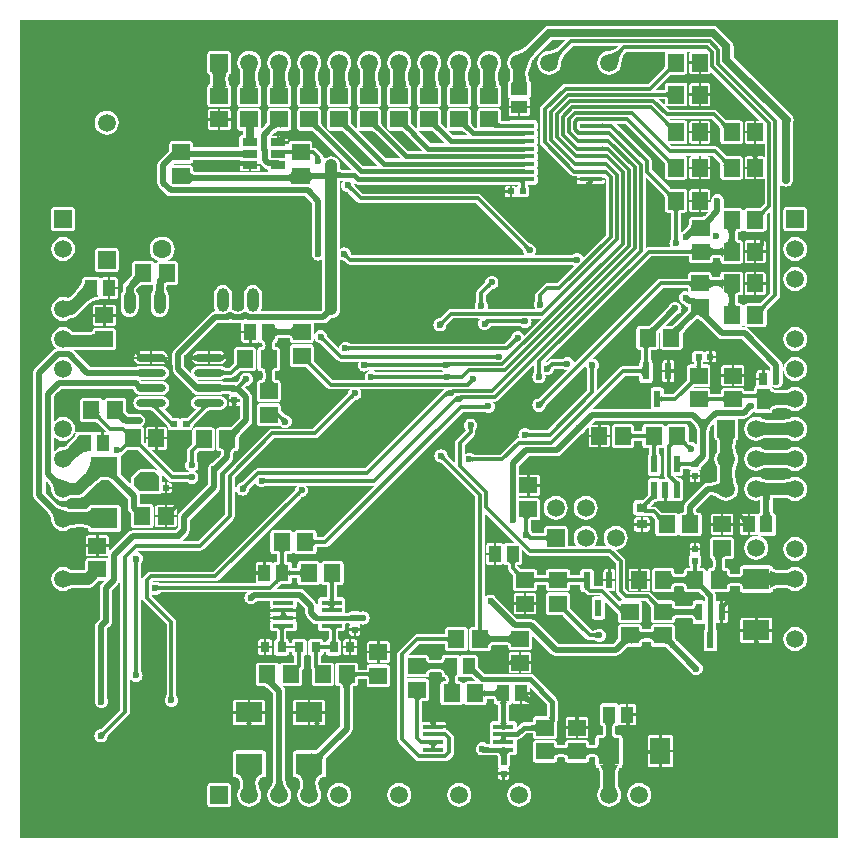
<source format=gbl>
G04 Layer_Physical_Order=2*
G04 Layer_Color=16711680*
%FSLAX44Y44*%
%MOMM*%
G71*
G01*
G75*
%ADD10C,0.3000*%
%ADD12R,1.4000X1.1000*%
%ADD13R,1.4000X1.5000*%
%ADD14R,0.6000X0.5000*%
%ADD18R,1.5000X1.4000*%
%ADD21R,0.5000X0.6000*%
%ADD24R,0.8000X0.9000*%
%ADD25R,0.6000X1.4500*%
%ADD26R,1.1000X1.4000*%
%ADD27R,1.7780X0.4318*%
%ADD29O,2.5000X0.7000*%
%ADD30R,2.2860X1.7780*%
%ADD32R,1.7780X0.4064*%
%ADD33R,0.7899X1.0899*%
%ADD34R,1.0201X1.7899*%
%ADD39C,0.5000*%
%ADD40C,0.7000*%
%ADD41C,0.2032*%
%ADD42C,1.0000*%
%ADD44C,0.4000*%
%ADD45C,0.6000*%
%ADD46C,1.5000*%
%ADD47R,1.5000X1.5000*%
%ADD48R,1.5000X1.5000*%
%ADD49O,1.0000X2.0000*%
%ADD50O,1.0000X2.0000*%
%ADD51R,1.5999X1.5999*%
%ADD52C,1.5999*%
%ADD53C,1.5240*%
%ADD54C,0.6000*%
%ADD55R,1.9812X0.4064*%
%ADD56R,0.5500X1.4500*%
%ADD57R,0.5500X1.4500*%
%ADD58R,0.9000X0.8000*%
%ADD59R,1.7780X2.2860*%
%ADD60R,1.3000X0.7000*%
G36*
X696115Y3885D02*
X3885D01*
Y696115D01*
X696115D01*
Y3885D01*
D02*
G37*
%LPC*%
G36*
X640502Y178214D02*
X628016D01*
Y170373D01*
X630750D01*
X630322Y170343D01*
X629940Y170253D01*
X629603Y170103D01*
X629310Y169893D01*
X629062Y169623D01*
X628860Y169293D01*
X628703Y168903D01*
X628590Y168453D01*
X628569Y168292D01*
X628570Y168268D01*
X638430D01*
X639223Y168426D01*
X639895Y168875D01*
X640344Y169547D01*
X640502Y170340D01*
Y178214D01*
D02*
G37*
G36*
X625984D02*
X613498D01*
Y170340D01*
X613656Y169547D01*
X614105Y168875D01*
X614777Y168426D01*
X615570Y168268D01*
X625430D01*
X625431Y168292D01*
X625410Y168453D01*
X625298Y168903D01*
X625140Y169293D01*
X624938Y169623D01*
X624690Y169893D01*
X624398Y170103D01*
X624060Y170253D01*
X623677Y170343D01*
X623250Y170373D01*
X625984D01*
Y178214D01*
D02*
G37*
G36*
X73984Y444984D02*
X65428D01*
Y439000D01*
X65586Y438207D01*
X66035Y437535D01*
X66707Y437086D01*
X67500Y436928D01*
X73984D01*
Y444984D01*
D02*
G37*
G36*
X291572Y178984D02*
X288016D01*
Y174928D01*
X289500D01*
X290293Y175086D01*
X290965Y175535D01*
X291414Y176207D01*
X291572Y177000D01*
Y178984D01*
D02*
G37*
G36*
X285984D02*
X282428D01*
Y177000D01*
X282586Y176207D01*
X283035Y175535D01*
X283707Y175086D01*
X284500Y174928D01*
X285984D01*
Y178984D01*
D02*
G37*
G36*
X466500Y211590D02*
X451500D01*
X450509Y211393D01*
X449669Y210831D01*
X449107Y209991D01*
X448910Y209000D01*
Y195000D01*
X449107Y194009D01*
X449669Y193169D01*
X450509Y192607D01*
X451500Y192410D01*
X462597D01*
X462999Y192111D01*
X463446Y191728D01*
X483087Y172087D01*
X484424Y171194D01*
X486000Y170881D01*
X489090D01*
X489561Y170845D01*
X489824Y170807D01*
X490068Y170758D01*
X490265Y170705D01*
X490414Y170654D01*
X490514Y170611D01*
X490569Y170580D01*
X490704Y170488D01*
X490876Y170414D01*
X491206Y170161D01*
X492554Y169603D01*
X494000Y169412D01*
X495446Y169603D01*
X496794Y170161D01*
X497951Y171049D01*
X498839Y172206D01*
X499397Y173554D01*
X499588Y175000D01*
X499397Y176446D01*
X498839Y177794D01*
X497951Y178951D01*
X496794Y179839D01*
X495446Y180397D01*
X494000Y180588D01*
X492554Y180397D01*
X491206Y179839D01*
X490876Y179586D01*
X490704Y179512D01*
X490569Y179420D01*
X490514Y179389D01*
X490414Y179346D01*
X490265Y179295D01*
X490068Y179242D01*
X489824Y179193D01*
X489561Y179155D01*
X489090Y179119D01*
X487706D01*
X469709Y197117D01*
X469283Y197610D01*
X469090Y197865D01*
Y209000D01*
X468893Y209991D01*
X468331Y210831D01*
X467491Y211393D01*
X466500Y211590D01*
D02*
G37*
G36*
X84572Y444984D02*
X76016D01*
Y436928D01*
X82500D01*
X83293Y437086D01*
X83965Y437535D01*
X84414Y438207D01*
X84572Y439000D01*
Y444984D01*
D02*
G37*
G36*
X209984Y171572D02*
X207000D01*
X206207Y171414D01*
X205535Y170965D01*
X205086Y170293D01*
X204928Y169500D01*
Y166016D01*
X209984D01*
Y171572D01*
D02*
G37*
G36*
X73984Y455072D02*
X67500D01*
X66707Y454914D01*
X66035Y454465D01*
X65586Y453793D01*
X65428Y453000D01*
Y447016D01*
X73984D01*
Y455072D01*
D02*
G37*
G36*
X82500D02*
X76016D01*
Y447016D01*
X84572D01*
Y453000D01*
X84414Y453793D01*
X83965Y454465D01*
X83293Y454914D01*
X82500Y455072D01*
D02*
G37*
G36*
X287000Y171572D02*
X284016D01*
Y166016D01*
X289072D01*
Y169500D01*
X288914Y170293D01*
X288465Y170965D01*
X287793Y171414D01*
X287000Y171572D01*
D02*
G37*
G36*
X281984D02*
X279000D01*
X278207Y171414D01*
X277535Y170965D01*
X277086Y170293D01*
X276928Y169500D01*
Y166016D01*
X281984D01*
Y171572D01*
D02*
G37*
G36*
X215000D02*
X212016D01*
Y166016D01*
X217072D01*
Y169500D01*
X216914Y170293D01*
X216465Y170965D01*
X215793Y171414D01*
X215000Y171572D01*
D02*
G37*
G36*
X660000Y436127D02*
X657379Y435782D01*
X654937Y434770D01*
X652839Y433161D01*
X651230Y431063D01*
X650218Y428621D01*
X649873Y426000D01*
X650218Y423379D01*
X651230Y420937D01*
X652839Y418839D01*
X654937Y417230D01*
X657379Y416218D01*
X660000Y415873D01*
X662621Y416218D01*
X665063Y417230D01*
X667161Y418839D01*
X668770Y420937D01*
X669782Y423379D01*
X670127Y426000D01*
X669782Y428621D01*
X668770Y431063D01*
X667161Y433161D01*
X665063Y434770D01*
X662621Y435782D01*
X660000Y436127D01*
D02*
G37*
G36*
X429984Y200984D02*
X421428D01*
Y195000D01*
X421586Y194207D01*
X422035Y193535D01*
X422707Y193086D01*
X423500Y192928D01*
X429984D01*
Y200984D01*
D02*
G37*
G36*
X237515Y195234D02*
X215591D01*
Y194091D01*
X215749Y193298D01*
X215948Y193000D01*
X215749Y192702D01*
X215591Y191909D01*
Y190766D01*
X237515D01*
Y191909D01*
X237357Y192702D01*
X237158Y193000D01*
X237357Y193298D01*
X237515Y194091D01*
Y195234D01*
D02*
G37*
G36*
X113484Y409034D02*
X100054D01*
X100110Y408606D01*
X100668Y407260D01*
X101554Y406105D01*
X102710Y405218D01*
X104056Y404660D01*
X105500Y404470D01*
X113484D01*
Y409034D01*
D02*
G37*
G36*
X600500Y204072D02*
X598516D01*
Y202047D01*
X598861Y202266D01*
X599514Y202762D01*
X600216Y203369D01*
X600872Y203998D01*
X600500Y204072D01*
D02*
G37*
G36*
X602572Y201280D02*
X602455Y201201D01*
X602115Y200934D01*
X601908Y200753D01*
X601357Y200110D01*
X600892Y199487D01*
X600527Y198901D01*
X600261Y198352D01*
X600096Y197840D01*
X600031Y197366D01*
X600066Y196928D01*
X600201Y196527D01*
X600437Y196164D01*
X598516Y198487D01*
Y195766D01*
X602572D01*
Y201280D01*
D02*
G37*
G36*
X440572Y200984D02*
X432016D01*
Y192928D01*
X438500D01*
X439293Y193086D01*
X439965Y193535D01*
X440414Y194207D01*
X440572Y195000D01*
Y200984D01*
D02*
G37*
G36*
X124801Y409034D02*
X115516D01*
Y404470D01*
X123500D01*
X124944Y404660D01*
X126290Y405218D01*
X126483Y405366D01*
X126449Y405398D01*
X125837Y405915D01*
X125259Y406336D01*
X124714Y406660D01*
X124202Y406889D01*
X123724Y407020D01*
X123279Y407055D01*
X122868Y406993D01*
X122491Y406836D01*
X122146Y406581D01*
X124801Y409034D01*
D02*
G37*
G36*
X625984Y190192D02*
X615570D01*
X614777Y190034D01*
X614105Y189585D01*
X613656Y188913D01*
X613498Y188120D01*
Y180246D01*
X625984D01*
Y190192D01*
D02*
G37*
G36*
X123500Y415630D02*
X115516D01*
Y411066D01*
X128946D01*
X128890Y411494D01*
X128332Y412840D01*
X127445Y413996D01*
X126290Y414882D01*
X124944Y415440D01*
X123500Y415630D01*
D02*
G37*
G36*
X113484D02*
X105500D01*
X104466Y415494D01*
X104500Y413342D01*
X101500Y413000D01*
X101497Y413385D01*
X101464Y413877D01*
X100668Y412840D01*
X100110Y411494D01*
X100054Y411066D01*
X113484D01*
Y415630D01*
D02*
G37*
G36*
X602572Y193734D02*
X598516D01*
Y185428D01*
X600500D01*
X601293Y185586D01*
X601965Y186035D01*
X602414Y186707D01*
X602572Y187500D01*
Y193734D01*
D02*
G37*
G36*
X128946Y409034D02*
X127529D01*
X127543Y409007D01*
X127773Y408623D01*
X128034Y408241D01*
X128328Y407862D01*
X128499Y407664D01*
X128890Y408606D01*
X128946Y409034D01*
D02*
G37*
G36*
X638430Y190192D02*
X628016D01*
Y180246D01*
X640502D01*
Y188120D01*
X640344Y188913D01*
X639895Y189585D01*
X639223Y190034D01*
X638430Y190192D01*
D02*
G37*
G36*
X314500Y170072D02*
X308016D01*
Y162016D01*
X316572D01*
Y168000D01*
X316414Y168793D01*
X315965Y169465D01*
X315293Y169914D01*
X314500Y170072D01*
D02*
G37*
G36*
X425984Y150984D02*
X419563D01*
Y148250D01*
X419533Y148678D01*
X419442Y149060D01*
X419291Y149397D01*
X419079Y149690D01*
X418806Y149937D01*
X418473Y150140D01*
X418079Y150297D01*
X417624Y150410D01*
X417428Y150436D01*
Y145000D01*
X417586Y144207D01*
X418035Y143535D01*
X418707Y143086D01*
X419500Y142928D01*
X425984D01*
Y150984D01*
D02*
G37*
G36*
X624984Y482572D02*
X619000D01*
X618207Y482414D01*
X617535Y481965D01*
X617086Y481293D01*
X616928Y480500D01*
Y474016D01*
X624984D01*
Y482572D01*
D02*
G37*
G36*
X633000D02*
X627016D01*
Y474016D01*
X635072D01*
Y480500D01*
X634914Y481293D01*
X634465Y481965D01*
X633793Y482414D01*
X633000Y482572D01*
D02*
G37*
G36*
X316572Y159984D02*
X308016D01*
Y151928D01*
X314500D01*
X315293Y152086D01*
X315965Y152535D01*
X316414Y153207D01*
X316572Y154000D01*
Y159984D01*
D02*
G37*
G36*
X305984D02*
X297428D01*
Y154000D01*
X297586Y153207D01*
X298035Y152535D01*
X298707Y152086D01*
X299500Y151928D01*
X305984D01*
Y159984D01*
D02*
G37*
G36*
X84500Y478072D02*
X80016D01*
Y470016D01*
X86572D01*
Y476000D01*
X86414Y476793D01*
X85965Y477465D01*
X85293Y477914D01*
X84500Y478072D01*
D02*
G37*
G36*
X124000Y512630D02*
X121249Y512267D01*
X118685Y511205D01*
X116483Y509516D01*
X114794Y507314D01*
X113731Y504750D01*
X113369Y501999D01*
X113731Y499248D01*
X114794Y496684D01*
X116483Y494482D01*
X118685Y492793D01*
X120582Y492007D01*
X120009Y491893D01*
X119169Y491331D01*
X118607Y490491D01*
X118410Y489500D01*
Y480313D01*
X117749Y479651D01*
X117590Y479444D01*
Y489500D01*
X117393Y490491D01*
X116831Y491331D01*
X115991Y491893D01*
X115000Y492090D01*
X101000D01*
X100009Y491893D01*
X99169Y491331D01*
X98607Y490491D01*
X98410Y489500D01*
Y481014D01*
X98098Y480514D01*
X97273Y479411D01*
X96225Y478190D01*
X94918Y476822D01*
X94915Y476817D01*
X92349Y474251D01*
X91461Y473094D01*
X90903Y471746D01*
X90725Y470396D01*
X90710Y470327D01*
X90700Y469330D01*
X90619Y467690D01*
X90558Y467116D01*
X90515Y466847D01*
X89714Y465802D01*
X88954Y463968D01*
X88695Y462000D01*
Y452000D01*
X88954Y450032D01*
X89714Y448198D01*
X90922Y446622D01*
X92498Y445414D01*
X94332Y444654D01*
X96300Y444395D01*
X98268Y444654D01*
X100103Y445414D01*
X101678Y446622D01*
X102886Y448198D01*
X103646Y450032D01*
X103905Y452000D01*
Y462000D01*
X103646Y463968D01*
X102886Y465802D01*
X102085Y466847D01*
X102050Y467064D01*
X101983Y468081D01*
X102318Y468416D01*
X102324Y468419D01*
X103747Y469782D01*
X105013Y470873D01*
X106148Y471729D01*
X106435Y471910D01*
X115000D01*
X115991Y472107D01*
X116112Y472188D01*
Y472032D01*
X116111Y472027D01*
X116060Y469985D01*
X115913Y468341D01*
X115816Y467706D01*
X115700Y467150D01*
X115576Y466706D01*
X115456Y466379D01*
X115357Y466176D01*
X115192Y465925D01*
X115176Y465883D01*
X115114Y465802D01*
X115021Y465579D01*
X114966Y465497D01*
X114947Y465400D01*
X114354Y463968D01*
X114095Y462000D01*
Y452000D01*
X114354Y450032D01*
X115114Y448198D01*
X116322Y446622D01*
X117898Y445414D01*
X119732Y444654D01*
X121700Y444395D01*
X123668Y444654D01*
X125503Y445414D01*
X127078Y446622D01*
X128286Y448198D01*
X129046Y450032D01*
X129305Y452000D01*
Y462000D01*
X129046Y463968D01*
X128453Y465400D01*
X128434Y465497D01*
X128379Y465579D01*
X128286Y465802D01*
X128224Y465883D01*
X128208Y465925D01*
X128043Y466176D01*
X127944Y466379D01*
X127824Y466706D01*
X127701Y467150D01*
X127584Y467706D01*
X127490Y468318D01*
X127381Y469853D01*
X127428Y470208D01*
X127574Y470790D01*
X127740Y471203D01*
X127902Y471466D01*
X128048Y471626D01*
X128200Y471734D01*
X128410Y471828D01*
X128735Y471904D01*
X128821Y471910D01*
X135000D01*
X135991Y472107D01*
X136831Y472669D01*
X137393Y473509D01*
X137590Y474500D01*
Y489500D01*
X137393Y490491D01*
X136831Y491331D01*
X135991Y491893D01*
X135000Y492090D01*
X127619D01*
X129315Y492793D01*
X131517Y494482D01*
X133206Y496684D01*
X134269Y499248D01*
X134631Y501999D01*
X134269Y504750D01*
X133206Y507314D01*
X131517Y509516D01*
X129315Y511205D01*
X126751Y512267D01*
X124000Y512630D01*
D02*
G37*
G36*
X40000Y512327D02*
X37379Y511982D01*
X34937Y510970D01*
X32839Y509361D01*
X31230Y507263D01*
X30218Y504821D01*
X29873Y502200D01*
X30218Y499579D01*
X31230Y497137D01*
X32839Y495039D01*
X34937Y493430D01*
X37379Y492418D01*
X40000Y492073D01*
X42621Y492418D01*
X45063Y493430D01*
X47161Y495039D01*
X48770Y497137D01*
X49782Y499579D01*
X50127Y502200D01*
X49782Y504821D01*
X48770Y507263D01*
X47161Y509361D01*
X45063Y510970D01*
X42621Y511982D01*
X40000Y512327D01*
D02*
G37*
G36*
X660000D02*
X657379Y511982D01*
X654937Y510970D01*
X652839Y509361D01*
X651230Y507263D01*
X650218Y504821D01*
X649873Y502200D01*
X650218Y499579D01*
X651230Y497137D01*
X652839Y495039D01*
X654937Y493430D01*
X657379Y492418D01*
X660000Y492073D01*
X662621Y492418D01*
X665063Y493430D01*
X667161Y495039D01*
X668770Y497137D01*
X669782Y499579D01*
X670127Y502200D01*
X669782Y504821D01*
X668770Y507263D01*
X667161Y509361D01*
X665063Y510970D01*
X662621Y511982D01*
X660000Y512327D01*
D02*
G37*
G36*
X436572Y150984D02*
X428016D01*
Y142928D01*
X434500D01*
X435293Y143086D01*
X435965Y143535D01*
X436414Y144207D01*
X436572Y145000D01*
Y150984D01*
D02*
G37*
G36*
X84500Y502840D02*
X69500D01*
X68509Y502643D01*
X67669Y502081D01*
X67107Y501241D01*
X66910Y500250D01*
Y485250D01*
X67107Y484259D01*
X67669Y483419D01*
X68509Y482857D01*
X69500Y482660D01*
X84500D01*
X85491Y482857D01*
X86331Y483419D01*
X86893Y484259D01*
X87090Y485250D01*
Y500250D01*
X86893Y501241D01*
X86331Y502081D01*
X85491Y502643D01*
X84500Y502840D01*
D02*
G37*
G36*
X624984Y498984D02*
X616928D01*
Y492500D01*
X617086Y491707D01*
X617535Y491035D01*
X618207Y490586D01*
X619000Y490428D01*
X624984D01*
Y498984D01*
D02*
G37*
G36*
X635072D02*
X627016D01*
Y490428D01*
X633000D01*
X633793Y490586D01*
X634465Y491035D01*
X634914Y491707D01*
X635072Y492500D01*
Y498984D01*
D02*
G37*
G36*
X425984Y161072D02*
X419500D01*
X418707Y160914D01*
X418035Y160465D01*
X417586Y159793D01*
X417428Y159000D01*
Y153564D01*
X417624Y153590D01*
X418079Y153702D01*
X418473Y153860D01*
X418806Y154062D01*
X419079Y154310D01*
X419291Y154602D01*
X419442Y154940D01*
X419533Y155323D01*
X419563Y155750D01*
Y153016D01*
X425984D01*
Y161072D01*
D02*
G37*
G36*
X86572Y467984D02*
X80016D01*
Y459928D01*
X84500D01*
X85293Y460086D01*
X85965Y460535D01*
X86414Y461207D01*
X86572Y462000D01*
Y467984D01*
D02*
G37*
G36*
X289072Y163984D02*
X284016D01*
Y158428D01*
X287000D01*
X287793Y158586D01*
X288465Y159035D01*
X288914Y159707D01*
X289072Y160500D01*
Y163984D01*
D02*
G37*
G36*
X69500Y478590D02*
X58500D01*
X57864Y478463D01*
X57836Y478461D01*
X57824Y478455D01*
X57509Y478393D01*
X56669Y477831D01*
X56107Y476991D01*
X55971Y476304D01*
X55962Y476277D01*
X55963Y476264D01*
X55910Y476000D01*
Y475542D01*
X55888Y475203D01*
X55732Y474374D01*
X55457Y473472D01*
X55052Y472498D01*
X54511Y471455D01*
X53828Y470348D01*
X53018Y469207D01*
X50879Y466663D01*
X50155Y465910D01*
X47490Y463245D01*
X45818Y461743D01*
X45159Y461219D01*
X44596Y460819D01*
X44170Y460562D01*
X44145Y460550D01*
X42621Y461182D01*
X40000Y461527D01*
X37379Y461182D01*
X34937Y460170D01*
X32839Y458561D01*
X31230Y456463D01*
X30218Y454021D01*
X29873Y451400D01*
X30218Y448779D01*
X31230Y446337D01*
X32839Y444239D01*
X34937Y442630D01*
X37379Y441618D01*
X40000Y441273D01*
X42621Y441618D01*
X45063Y442630D01*
X46619Y443824D01*
X48368Y444054D01*
X48906Y444277D01*
X50202Y444814D01*
X51778Y446022D01*
X59106Y453350D01*
X61481Y455541D01*
X62681Y456499D01*
X63848Y457327D01*
X64955Y458011D01*
X65999Y458552D01*
X66972Y458956D01*
X67874Y459232D01*
X68703Y459388D01*
X69043Y459410D01*
X69500D01*
X70136Y459537D01*
X70164Y459539D01*
X70176Y459545D01*
X70491Y459607D01*
X71331Y460169D01*
X71806Y460879D01*
X72035Y460535D01*
X72707Y460086D01*
X73500Y459928D01*
X77984D01*
Y469000D01*
Y478072D01*
X73500D01*
X72707Y477914D01*
X72035Y477465D01*
X71806Y477121D01*
X71331Y477831D01*
X70491Y478393D01*
X69500Y478590D01*
D02*
G37*
G36*
X305984Y170072D02*
X299500D01*
X298707Y169914D01*
X298035Y169465D01*
X297586Y168793D01*
X297428Y168000D01*
Y162016D01*
X305984D01*
Y170072D01*
D02*
G37*
G36*
X380000Y182090D02*
X366000D01*
X365009Y181893D01*
X364169Y181331D01*
X363607Y180491D01*
X363410Y179500D01*
Y176119D01*
X340000D01*
X338424Y175806D01*
X337087Y174913D01*
X324087Y161913D01*
X323194Y160576D01*
X322881Y159000D01*
Y87000D01*
X323194Y85424D01*
X324087Y84087D01*
X338401Y69773D01*
X339738Y68880D01*
X341314Y68567D01*
X363635D01*
X365211Y68880D01*
X366548Y69773D01*
X369913Y73138D01*
X370806Y74475D01*
X371119Y76051D01*
Y88000D01*
X370806Y89576D01*
X369913Y90913D01*
X366663Y94163D01*
X365326Y95056D01*
X364158Y95288D01*
X364244Y95718D01*
Y96734D01*
X353282D01*
Y97750D01*
X352266D01*
Y99719D01*
X348000D01*
X348570Y99759D01*
X349080Y99880D01*
X349530Y100081D01*
X349920Y100363D01*
X350250Y100726D01*
X350520Y101170D01*
X350730Y101693D01*
X350770Y101854D01*
X344392D01*
X344119Y101799D01*
Y119410D01*
X347500D01*
X348491Y119607D01*
X349331Y120169D01*
X349893Y121009D01*
X350090Y122000D01*
Y136000D01*
X349893Y136991D01*
X349331Y137831D01*
X348491Y138393D01*
X347500Y138590D01*
X332500D01*
X331509Y138393D01*
X331119Y138132D01*
Y139868D01*
X331509Y139607D01*
X332500Y139410D01*
X347500D01*
X348491Y139607D01*
X349331Y140169D01*
X349893Y141009D01*
X350090Y142000D01*
Y143216D01*
X350102Y143266D01*
X350145Y143362D01*
X350184Y143416D01*
X350255Y143481D01*
X350412Y143577D01*
X350700Y143692D01*
X351139Y143801D01*
X351594Y143861D01*
X358907D01*
X359361Y143801D01*
X359800Y143692D01*
X360088Y143577D01*
X360245Y143481D01*
X360316Y143416D01*
X360355Y143362D01*
X360398Y143266D01*
X360410Y143216D01*
Y142000D01*
X360607Y141009D01*
X361169Y140169D01*
X362009Y139607D01*
X363000Y139410D01*
X363301D01*
X363392Y139387D01*
X363431Y139368D01*
X363451Y139353D01*
X363501Y139294D01*
X363591Y139134D01*
X363703Y138835D01*
X363807Y138383D01*
X363861Y137942D01*
Y137594D01*
X363801Y137139D01*
X363692Y136700D01*
X363577Y136412D01*
X363481Y136255D01*
X363416Y136184D01*
X363362Y136145D01*
X363266Y136102D01*
X363216Y136090D01*
X362000D01*
X361009Y135893D01*
X360169Y135331D01*
X359607Y134491D01*
X359410Y133500D01*
Y118500D01*
X359607Y117509D01*
X360169Y116669D01*
X361009Y116107D01*
X362000Y115910D01*
X376000D01*
X376991Y116107D01*
X377831Y116669D01*
X378393Y117509D01*
X378590Y118500D01*
Y133500D01*
X378393Y134491D01*
X377831Y135331D01*
X376991Y135893D01*
X376000Y136090D01*
X374784D01*
X374734Y136102D01*
X374638Y136145D01*
X374584Y136184D01*
X374519Y136255D01*
X374423Y136412D01*
X374308Y136700D01*
X374199Y137139D01*
X374139Y137594D01*
Y138149D01*
X374170Y138510D01*
X374257Y139039D01*
X374356Y139412D01*
X374386Y139487D01*
X374991Y139607D01*
X375831Y140169D01*
X376000Y140421D01*
X376169Y140169D01*
X377009Y139607D01*
X378000Y139410D01*
X386309D01*
X387608Y138346D01*
X389864Y136090D01*
X382000D01*
X381009Y135893D01*
X380169Y135331D01*
X379607Y134491D01*
X379410Y133500D01*
Y118500D01*
X379607Y117509D01*
X380169Y116669D01*
X381009Y116107D01*
X382000Y115910D01*
X396000D01*
X396991Y116107D01*
X397831Y116669D01*
X398393Y117509D01*
X398590Y118500D01*
Y121212D01*
X398709Y121259D01*
X398998Y121331D01*
X399301Y121371D01*
X403699D01*
X404002Y121331D01*
X404291Y121259D01*
X404410Y121212D01*
Y119000D01*
X404607Y118009D01*
X405169Y117169D01*
X406009Y116607D01*
X407000Y116410D01*
X407923D01*
X407979Y116270D01*
X408050Y115988D01*
X408089Y115692D01*
Y103083D01*
X408049Y102780D01*
X407978Y102491D01*
X407930Y102372D01*
X403828D01*
X402837Y102175D01*
X401997Y101613D01*
X401435Y100773D01*
X401238Y99782D01*
Y95718D01*
X401435Y94727D01*
X401587Y94500D01*
X401435Y94273D01*
X401238Y93282D01*
Y89218D01*
X401435Y88227D01*
X401587Y88000D01*
X401435Y87773D01*
X401238Y86782D01*
Y82879D01*
X399615D01*
X399111Y82922D01*
X398955Y82947D01*
X398951Y82951D01*
X397794Y83839D01*
X396446Y84397D01*
X395000Y84588D01*
X393554Y84397D01*
X392206Y83839D01*
X391049Y82951D01*
X390161Y81794D01*
X389603Y80446D01*
X389412Y79000D01*
X389603Y77554D01*
X390161Y76206D01*
X391049Y75049D01*
X392206Y74161D01*
X393554Y73603D01*
X395000Y73412D01*
X396446Y73603D01*
X396491Y73621D01*
X407120D01*
X407270Y73586D01*
X407368Y73542D01*
X407422Y73503D01*
X407485Y73434D01*
X407580Y73281D01*
X407694Y72998D01*
X407802Y72565D01*
X407861Y72117D01*
Y68000D01*
X407910Y67754D01*
Y65000D01*
X408107Y64009D01*
X408669Y63169D01*
X409379Y62695D01*
X409035Y62465D01*
X408586Y61793D01*
X408428Y61000D01*
Y59016D01*
X417572D01*
Y61000D01*
X417414Y61793D01*
X416965Y62465D01*
X416622Y62695D01*
X417331Y63169D01*
X417893Y64009D01*
X418090Y65000D01*
Y67754D01*
X418139Y68000D01*
Y72117D01*
X418198Y72565D01*
X418306Y72998D01*
X418420Y73281D01*
X418515Y73434D01*
X418578Y73504D01*
X418632Y73542D01*
X418730Y73586D01*
X418910Y73628D01*
X421608D01*
X422599Y73825D01*
X423439Y74387D01*
X424001Y75227D01*
X424198Y76218D01*
Y80282D01*
X424001Y81273D01*
X423849Y81500D01*
X424001Y81727D01*
X424198Y82718D01*
Y86621D01*
X424250D01*
X424250Y86621D01*
X426021Y86973D01*
X427523Y87977D01*
X431917Y92371D01*
X437199D01*
X437502Y92331D01*
X437791Y92260D01*
X437910Y92212D01*
Y90000D01*
X438107Y89009D01*
X438669Y88169D01*
X439509Y87607D01*
X440500Y87410D01*
X455500D01*
X456491Y87607D01*
X457331Y88169D01*
X457893Y89009D01*
X458090Y90000D01*
Y100949D01*
X458277Y101229D01*
X458629Y103000D01*
X458629Y103000D01*
Y119000D01*
X458629Y119000D01*
X458277Y120771D01*
X457273Y122273D01*
X438273Y141273D01*
X436771Y142277D01*
X435000Y142629D01*
X435000Y142629D01*
X396417D01*
X392784Y146263D01*
X392266Y146871D01*
X391790Y147516D01*
X391590Y147842D01*
Y156000D01*
X391393Y156991D01*
X390831Y157831D01*
X389991Y158393D01*
X389000Y158590D01*
X378000D01*
X377009Y158393D01*
X376169Y157831D01*
X376000Y157579D01*
X375831Y157831D01*
X374991Y158393D01*
X374000Y158590D01*
X363000D01*
X362009Y158393D01*
X361169Y157831D01*
X360607Y156991D01*
X360410Y156000D01*
Y154784D01*
X360398Y154734D01*
X360355Y154638D01*
X360316Y154584D01*
X360245Y154519D01*
X360088Y154423D01*
X359800Y154308D01*
X359361Y154199D01*
X358906Y154139D01*
X351594D01*
X351139Y154199D01*
X350700Y154308D01*
X350412Y154423D01*
X350255Y154519D01*
X350184Y154584D01*
X350145Y154638D01*
X350102Y154734D01*
X350090Y154784D01*
Y156000D01*
X349893Y156991D01*
X349331Y157831D01*
X348491Y158393D01*
X347500Y158590D01*
X332500D01*
X332394Y158569D01*
X341706Y167881D01*
X363410D01*
Y164500D01*
X363607Y163509D01*
X364169Y162669D01*
X365009Y162107D01*
X366000Y161910D01*
X380000D01*
X380991Y162107D01*
X381831Y162669D01*
X382393Y163509D01*
X382590Y164500D01*
Y179500D01*
X382393Y180491D01*
X381831Y181331D01*
X380991Y181893D01*
X380000Y182090D01*
D02*
G37*
G36*
X660000Y182127D02*
X657379Y181782D01*
X654937Y180770D01*
X652839Y179161D01*
X651230Y177063D01*
X650218Y174621D01*
X649873Y172000D01*
X650218Y169379D01*
X651230Y166937D01*
X652839Y164839D01*
X654937Y163230D01*
X657379Y162218D01*
X660000Y161873D01*
X662621Y162218D01*
X665063Y163230D01*
X667161Y164839D01*
X668770Y166937D01*
X669782Y169379D01*
X670127Y172000D01*
X669782Y174621D01*
X668770Y177063D01*
X667161Y179161D01*
X665063Y180770D01*
X662621Y181782D01*
X660000Y182127D01*
D02*
G37*
G36*
X624984Y471984D02*
X616928D01*
Y465500D01*
X617086Y464707D01*
X617535Y464035D01*
X618207Y463586D01*
X619000Y463428D01*
X624984D01*
Y471984D01*
D02*
G37*
G36*
X209984Y163984D02*
X204928D01*
Y160500D01*
X205086Y159707D01*
X205535Y159035D01*
X206207Y158586D01*
X207000Y158428D01*
X209984D01*
Y163984D01*
D02*
G37*
G36*
X660000Y486927D02*
X657379Y486582D01*
X654937Y485570D01*
X652839Y483961D01*
X651230Y481863D01*
X650218Y479421D01*
X649873Y476800D01*
X650218Y474179D01*
X651230Y471737D01*
X652839Y469639D01*
X654937Y468030D01*
X657379Y467018D01*
X660000Y466673D01*
X662621Y467018D01*
X665063Y468030D01*
X667161Y469639D01*
X668770Y471737D01*
X669782Y474179D01*
X670127Y476800D01*
X669782Y479421D01*
X668770Y481863D01*
X667161Y483961D01*
X665063Y485570D01*
X662621Y486582D01*
X660000Y486927D01*
D02*
G37*
G36*
X434500Y161072D02*
X428016D01*
Y153016D01*
X436572D01*
Y159000D01*
X436414Y159793D01*
X435965Y160465D01*
X435293Y160914D01*
X434500Y161072D01*
D02*
G37*
G36*
X635072Y471984D02*
X627016D01*
Y463428D01*
X633000D01*
X633793Y463586D01*
X634465Y464035D01*
X634914Y464707D01*
X635072Y465500D01*
Y471984D01*
D02*
G37*
G36*
X281984Y163984D02*
X276928D01*
Y160500D01*
X277086Y159707D01*
X277535Y159035D01*
X278207Y158586D01*
X279000Y158428D01*
X281984D01*
Y163984D01*
D02*
G37*
G36*
X217072Y163984D02*
X212016D01*
Y158428D01*
X215000D01*
X215793Y158586D01*
X216465Y159035D01*
X216914Y159707D01*
X217072Y160500D01*
Y163984D01*
D02*
G37*
G36*
X605500Y278072D02*
X599016D01*
Y270016D01*
X607572D01*
Y276000D01*
X607414Y276793D01*
X606965Y277465D01*
X606293Y277914D01*
X605500Y278072D01*
D02*
G37*
G36*
X596984D02*
X590500D01*
X589707Y277914D01*
X589035Y277465D01*
X588586Y276793D01*
X588428Y276000D01*
Y270016D01*
X596984D01*
Y278072D01*
D02*
G37*
G36*
X136072Y274984D02*
X128016D01*
Y266428D01*
X134000D01*
X134793Y266586D01*
X135465Y267035D01*
X135914Y267707D01*
X136072Y268500D01*
Y274984D01*
D02*
G37*
G36*
X528984Y275072D02*
X525500D01*
X524707Y274914D01*
X524035Y274465D01*
X523586Y273793D01*
X523428Y273000D01*
Y270016D01*
X528984D01*
Y275072D01*
D02*
G37*
G36*
X619484Y278072D02*
X615000D01*
X614207Y277914D01*
X614165Y277886D01*
X614178Y277857D01*
X614360Y277526D01*
X614586Y277184D01*
X614739Y276985D01*
X615764Y276141D01*
X616386Y275740D01*
X616947Y275462D01*
X617447Y275309D01*
X617886Y275280D01*
X618263Y275375D01*
X618580Y275594D01*
X618836Y275937D01*
X615538Y270016D01*
X619484D01*
Y278072D01*
D02*
G37*
G36*
X612928Y274450D02*
Y270016D01*
X615337D01*
X615338Y270023D01*
X615343Y270491D01*
X615260Y270984D01*
X615089Y271502D01*
X614830Y272044D01*
X614483Y272612D01*
X614047Y273206D01*
X613523Y273824D01*
X612928Y274450D01*
D02*
G37*
G36*
X125984Y274984D02*
X117928D01*
Y268500D01*
X118086Y267707D01*
X118535Y267035D01*
X119207Y266586D01*
X120000Y266428D01*
X125984D01*
Y274984D01*
D02*
G37*
G36*
X492984Y342984D02*
X484928D01*
Y336500D01*
X485086Y335707D01*
X485535Y335035D01*
X486207Y334586D01*
X487000Y334428D01*
X492984D01*
Y342984D01*
D02*
G37*
G36*
X503072D02*
X495016D01*
Y334428D01*
X501000D01*
X501793Y334586D01*
X502465Y335035D01*
X502914Y335707D01*
X503072Y336500D01*
Y342984D01*
D02*
G37*
G36*
X607572Y267984D02*
X599016D01*
Y259928D01*
X605500D01*
X606293Y260086D01*
X606965Y260535D01*
X607414Y261207D01*
X607572Y262000D01*
Y267984D01*
D02*
G37*
G36*
X536572Y267984D02*
X531016D01*
Y262928D01*
X534500D01*
X535293Y263086D01*
X535965Y263535D01*
X536414Y264207D01*
X536572Y265000D01*
Y267984D01*
D02*
G37*
G36*
X528984D02*
X523428D01*
Y265000D01*
X523586Y264207D01*
X524035Y263535D01*
X524707Y263086D01*
X525500Y262928D01*
X528984D01*
Y267984D01*
D02*
G37*
G36*
X128072Y340984D02*
X120016D01*
Y332428D01*
X126000D01*
X126793Y332586D01*
X127465Y333035D01*
X127914Y333707D01*
X128072Y334500D01*
Y340984D01*
D02*
G37*
G36*
X534500Y275072D02*
X531016D01*
Y270016D01*
X536572D01*
Y273000D01*
X536414Y273793D01*
X535965Y274465D01*
X535293Y274914D01*
X534500Y275072D01*
D02*
G37*
G36*
X125984Y285572D02*
X120000D01*
X119207Y285414D01*
X118535Y284965D01*
X118086Y284293D01*
X117928Y283500D01*
Y277016D01*
X125984D01*
Y285572D01*
D02*
G37*
G36*
X132072Y298984D02*
X128016D01*
Y295428D01*
X130000D01*
X130793Y295586D01*
X131465Y296035D01*
X131914Y296707D01*
X132072Y297500D01*
Y298984D01*
D02*
G37*
G36*
X613035Y275187D02*
X612928Y275148D01*
Y274563D01*
X613035Y275187D01*
D02*
G37*
G36*
X627000Y309327D02*
X624379Y308982D01*
X621937Y307970D01*
X619839Y306361D01*
X618230Y304263D01*
X617218Y301821D01*
X616873Y299200D01*
X617218Y296579D01*
X618230Y294137D01*
X619839Y292039D01*
X621937Y290430D01*
X624379Y289418D01*
X627000Y289073D01*
X629621Y289418D01*
X630201Y289659D01*
X630361Y287232D01*
Y279968D01*
X630318Y279554D01*
X630221Y279064D01*
X630115Y278731D01*
X630046Y278590D01*
X630000D01*
X629009Y278393D01*
X628169Y277831D01*
X627695Y277121D01*
X627465Y277465D01*
X626793Y277914D01*
X626000Y278072D01*
X621516D01*
Y269000D01*
Y259928D01*
X626000D01*
X626793Y260086D01*
X627465Y260535D01*
X627695Y260879D01*
X628169Y260169D01*
X629009Y259607D01*
X630000Y259410D01*
X641000D01*
X641991Y259607D01*
X642831Y260169D01*
X643393Y261009D01*
X643590Y262000D01*
Y276000D01*
X643393Y276991D01*
X642831Y277831D01*
X641991Y278393D01*
X641000Y278590D01*
X640954D01*
X640885Y278731D01*
X640779Y279065D01*
X640682Y279554D01*
X640639Y279968D01*
Y287817D01*
X640751Y291113D01*
X640798Y291595D01*
X648208D01*
X650395Y291517D01*
X652207Y291357D01*
X652862Y291261D01*
X653380Y291155D01*
X653714Y291059D01*
X653831Y291011D01*
X653979Y290920D01*
X654093Y290877D01*
X654937Y290230D01*
X657379Y289218D01*
X660000Y288873D01*
X662621Y289218D01*
X665063Y290230D01*
X667161Y291839D01*
X668770Y293937D01*
X669782Y296379D01*
X670127Y299000D01*
X669782Y301621D01*
X668770Y304063D01*
X667161Y306161D01*
X665063Y307770D01*
X662621Y308782D01*
X660000Y309127D01*
X657379Y308782D01*
X654937Y307770D01*
X654311Y307290D01*
X654256Y307272D01*
X654179Y307230D01*
X654118Y307209D01*
X653921Y307164D01*
X648523Y306805D01*
X639024D01*
X637502Y306827D01*
X635438Y306933D01*
X633901Y307103D01*
X633413Y307193D01*
X633088Y307277D01*
X632999Y307310D01*
X632885Y307377D01*
X632795Y307408D01*
X632063Y307970D01*
X629621Y308982D01*
X627000Y309327D01*
D02*
G37*
G36*
X134000Y285572D02*
X128016D01*
Y277016D01*
X136072D01*
Y282595D01*
X135827Y282453D01*
X135482Y282219D01*
X135173Y281979D01*
X134857Y281610D01*
X134392Y280987D01*
X134026Y280401D01*
X133761Y279852D01*
X133596Y279340D01*
X133531Y278866D01*
X133566Y278428D01*
X133701Y278027D01*
X133937Y277664D01*
X129164Y283437D01*
X129473Y283148D01*
X129832Y282971D01*
X130240Y282906D01*
X130697Y282953D01*
X131203Y283112D01*
X131757Y283383D01*
X132361Y283766D01*
X133014Y284262D01*
X133592Y284762D01*
X134261Y285520D01*
X134000Y285572D01*
D02*
G37*
G36*
X443572Y300984D02*
X435016D01*
Y292928D01*
X441500D01*
X442293Y293086D01*
X442965Y293535D01*
X443414Y294207D01*
X443572Y295000D01*
Y300984D01*
D02*
G37*
G36*
X482400Y293127D02*
X479779Y292782D01*
X477337Y291770D01*
X475239Y290161D01*
X473630Y288063D01*
X472618Y285621D01*
X472273Y283000D01*
X472618Y280379D01*
X473630Y277937D01*
X475239Y275839D01*
X477337Y274230D01*
X479779Y273218D01*
X482400Y272873D01*
X485021Y273218D01*
X487463Y274230D01*
X489561Y275839D01*
X491170Y277937D01*
X492182Y280379D01*
X492527Y283000D01*
X492182Y285621D01*
X491170Y288063D01*
X489561Y290161D01*
X487463Y291770D01*
X485021Y292782D01*
X482400Y293127D01*
D02*
G37*
G36*
X573984Y308984D02*
X570428D01*
Y307000D01*
X570586Y306207D01*
X571035Y305535D01*
X571707Y305086D01*
X572500Y304928D01*
X573984D01*
Y308984D01*
D02*
G37*
G36*
X579572D02*
X576016D01*
Y304928D01*
X577500D01*
X578293Y305086D01*
X578965Y305535D01*
X579414Y306207D01*
X579572Y307000D01*
Y308984D01*
D02*
G37*
G36*
X627000Y334727D02*
X624379Y334382D01*
X621937Y333370D01*
X619839Y331761D01*
X618230Y329663D01*
X617218Y327221D01*
X616873Y324600D01*
X617218Y321979D01*
X618230Y319537D01*
X619839Y317439D01*
X621937Y315830D01*
X624379Y314818D01*
X627000Y314473D01*
X629621Y314818D01*
X632063Y315830D01*
X632689Y316310D01*
X632744Y316328D01*
X632821Y316370D01*
X632882Y316391D01*
X633079Y316436D01*
X638477Y316795D01*
X647976D01*
X649498Y316773D01*
X651562Y316667D01*
X653099Y316497D01*
X653587Y316407D01*
X653912Y316323D01*
X654001Y316290D01*
X654115Y316223D01*
X654205Y316192D01*
X654937Y315630D01*
X657379Y314618D01*
X660000Y314273D01*
X662621Y314618D01*
X665063Y315630D01*
X667161Y317239D01*
X668770Y319337D01*
X669782Y321779D01*
X670127Y324400D01*
X669782Y327021D01*
X668770Y329463D01*
X667161Y331561D01*
X665063Y333170D01*
X662621Y334182D01*
X660000Y334527D01*
X657379Y334182D01*
X654937Y333170D01*
X654205Y332608D01*
X654115Y332577D01*
X654001Y332510D01*
X653911Y332477D01*
X653587Y332393D01*
X653158Y332314D01*
X648316Y332005D01*
X638792D01*
X636605Y332083D01*
X634793Y332243D01*
X634137Y332340D01*
X633620Y332445D01*
X633286Y332541D01*
X633168Y332589D01*
X633021Y332680D01*
X632907Y332723D01*
X632063Y333370D01*
X629621Y334382D01*
X627000Y334727D01*
D02*
G37*
G36*
X130000Y304572D02*
X128016D01*
Y301016D01*
X132072D01*
Y302500D01*
X131914Y303293D01*
X131465Y303965D01*
X130793Y304414D01*
X130000Y304572D01*
D02*
G37*
G36*
X457000Y293127D02*
X454379Y292782D01*
X451937Y291770D01*
X449839Y290161D01*
X448230Y288063D01*
X447218Y285621D01*
X446873Y283000D01*
X447218Y280379D01*
X448230Y277937D01*
X449839Y275839D01*
X451937Y274230D01*
X454379Y273218D01*
X457000Y272873D01*
X459621Y273218D01*
X462063Y274230D01*
X464161Y275839D01*
X465770Y277937D01*
X466782Y280379D01*
X467127Y283000D01*
X466782Y285621D01*
X465770Y288063D01*
X464161Y290161D01*
X462063Y291770D01*
X459621Y292782D01*
X457000Y293127D01*
D02*
G37*
G36*
X441500Y311072D02*
X435016D01*
Y303016D01*
X443572D01*
Y309000D01*
X443414Y309793D01*
X442965Y310465D01*
X442293Y310914D01*
X441500Y311072D01*
D02*
G37*
G36*
X627000Y360127D02*
X624379Y359782D01*
X621937Y358770D01*
X619839Y357161D01*
X618230Y355063D01*
X617218Y352621D01*
X616873Y350000D01*
X617218Y347379D01*
X618230Y344937D01*
X619839Y342839D01*
X621937Y341230D01*
X624379Y340218D01*
X627000Y339873D01*
X629621Y340218D01*
X632063Y341230D01*
X632795Y341792D01*
X632885Y341823D01*
X632999Y341890D01*
X633088Y341923D01*
X633413Y342007D01*
X633842Y342086D01*
X638684Y342395D01*
X648208D01*
X650395Y342317D01*
X652207Y342158D01*
X652862Y342061D01*
X653380Y341955D01*
X653714Y341859D01*
X653831Y341811D01*
X653979Y341720D01*
X654093Y341677D01*
X654937Y341030D01*
X657379Y340018D01*
X660000Y339673D01*
X662621Y340018D01*
X665063Y341030D01*
X667161Y342639D01*
X668770Y344737D01*
X669782Y347179D01*
X670127Y349800D01*
X669782Y352421D01*
X668770Y354863D01*
X667161Y356961D01*
X665063Y358570D01*
X662621Y359582D01*
X660000Y359927D01*
X657379Y359582D01*
X654937Y358570D01*
X654311Y358090D01*
X654256Y358072D01*
X654179Y358030D01*
X654118Y358009D01*
X653921Y357964D01*
X648523Y357605D01*
X639024D01*
X637502Y357627D01*
X635438Y357733D01*
X633901Y357903D01*
X633413Y357993D01*
X633088Y358077D01*
X632999Y358110D01*
X632885Y358177D01*
X632795Y358208D01*
X632063Y358770D01*
X629621Y359782D01*
X627000Y360127D01*
D02*
G37*
G36*
X209484Y237072D02*
X205000D01*
X204207Y236914D01*
X203535Y236465D01*
X203086Y235793D01*
X202928Y235000D01*
Y229612D01*
X203100Y229587D01*
X203124Y229590D01*
X203579Y229702D01*
X203972Y229860D01*
X204306Y230063D01*
X204579Y230310D01*
X204791Y230602D01*
X204942Y230940D01*
X205033Y231322D01*
X205063Y231750D01*
Y229016D01*
X209484D01*
Y237072D01*
D02*
G37*
G36*
X535000Y231572D02*
X529016D01*
Y223016D01*
X537072D01*
Y229500D01*
X536914Y230293D01*
X536465Y230965D01*
X535793Y231414D01*
X535000Y231572D01*
D02*
G37*
G36*
X526984D02*
X521000D01*
X520207Y231414D01*
X519535Y230965D01*
X519086Y230293D01*
X518928Y229500D01*
Y223016D01*
X526984D01*
Y231572D01*
D02*
G37*
G36*
X404484Y242984D02*
X397928D01*
Y237000D01*
X398086Y236207D01*
X398535Y235535D01*
X399207Y235086D01*
X400000Y234928D01*
X404484D01*
Y242984D01*
D02*
G37*
G36*
X183984Y372984D02*
X180428D01*
Y371000D01*
X180586Y370207D01*
X181035Y369535D01*
X181707Y369086D01*
X182500Y368928D01*
X183260D01*
X183314Y369115D01*
X183395Y369518D01*
X183406Y369601D01*
X183345Y369953D01*
X183258Y370283D01*
X183152Y370553D01*
X183026Y370763D01*
X182881Y370913D01*
X182717Y371003D01*
X182533Y371033D01*
X183984D01*
Y372984D01*
D02*
G37*
G36*
X189572D02*
X186016D01*
Y371033D01*
X187467D01*
X187283Y371003D01*
X187119Y370913D01*
X186974Y370763D01*
X186848Y370553D01*
X186742Y370283D01*
X186655Y369953D01*
X186587Y369563D01*
X186539Y369113D01*
X186533Y368960D01*
X186535Y368928D01*
X187500D01*
X188293Y369086D01*
X188965Y369535D01*
X189414Y370207D01*
X189572Y371000D01*
Y372984D01*
D02*
G37*
G36*
X40000Y436127D02*
X37379Y435782D01*
X34937Y434770D01*
X32839Y433161D01*
X31230Y431063D01*
X30218Y428621D01*
X29873Y426000D01*
X30218Y423379D01*
X31230Y420937D01*
X32839Y418839D01*
X34088Y417881D01*
X33418Y417748D01*
X31751Y416634D01*
X16366Y401250D01*
X15252Y399582D01*
X14861Y397616D01*
Y293600D01*
X15252Y291633D01*
X16366Y289966D01*
X26856Y279477D01*
X27311Y278924D01*
X27832Y278199D01*
X28299Y277449D01*
X28711Y276671D01*
X29071Y275864D01*
X29379Y275026D01*
X29636Y274153D01*
X29841Y273244D01*
X30006Y272221D01*
X30082Y272017D01*
X30218Y270979D01*
X31230Y268537D01*
X32839Y266439D01*
X34937Y264830D01*
X37379Y263818D01*
X40000Y263473D01*
X42621Y263818D01*
X45063Y264830D01*
X46367Y265830D01*
X46471Y265876D01*
X46619Y265979D01*
X46722Y266027D01*
X47039Y266130D01*
X47539Y266247D01*
X48134Y266347D01*
X52252Y266625D01*
X54331D01*
X55388Y266604D01*
X56950Y266497D01*
X58274Y266327D01*
X59348Y266104D01*
X60157Y265849D01*
X60686Y265599D01*
X60945Y265414D01*
X60980Y265373D01*
Y265340D01*
X61023Y265124D01*
X61037Y265023D01*
X61052Y264979D01*
X61177Y264349D01*
X61739Y263509D01*
X62579Y262947D01*
X62923Y262879D01*
X62944Y262868D01*
X62990Y262866D01*
X63570Y262750D01*
X86430D01*
X87421Y262947D01*
X88261Y263509D01*
X88823Y264349D01*
X89020Y265340D01*
Y283120D01*
X88823Y284111D01*
X88261Y284951D01*
X87421Y285513D01*
X86430Y285710D01*
X63570D01*
X62990Y285594D01*
X62944Y285592D01*
X62923Y285581D01*
X62579Y285513D01*
X61739Y284951D01*
X61177Y284111D01*
X61052Y283480D01*
X61037Y283437D01*
X61023Y283336D01*
X60980Y283120D01*
Y283087D01*
X60945Y283046D01*
X60686Y282861D01*
X60157Y282611D01*
X59348Y282356D01*
X58314Y282141D01*
X55352Y281856D01*
X54331Y281835D01*
X50400D01*
X49808Y281839D01*
X46869Y281941D01*
X45666Y282047D01*
X45437Y282083D01*
X45063Y282370D01*
X42621Y283382D01*
X41583Y283518D01*
X41379Y283594D01*
X40356Y283759D01*
X39447Y283964D01*
X38574Y284221D01*
X37736Y284529D01*
X36929Y284889D01*
X36151Y285301D01*
X35400Y285768D01*
X34676Y286289D01*
X34123Y286744D01*
X25139Y295728D01*
Y306594D01*
X26856Y304877D01*
X27311Y304324D01*
X27832Y303599D01*
X28299Y302849D01*
X28711Y302071D01*
X29071Y301264D01*
X29379Y300426D01*
X29636Y299553D01*
X29841Y298645D01*
X30006Y297621D01*
X30082Y297417D01*
X30218Y296379D01*
X31230Y293937D01*
X32839Y291839D01*
X34937Y290230D01*
X37379Y289218D01*
X40000Y288873D01*
X42621Y289218D01*
X45063Y290230D01*
X46581Y291395D01*
X53000D01*
X54968Y291654D01*
X55506Y291877D01*
X56803Y292414D01*
X58378Y293622D01*
X65220Y300465D01*
X67080Y302244D01*
X69244Y304106D01*
X71221Y305594D01*
X72331Y306290D01*
X78553D01*
X78611Y306263D01*
X79345Y305818D01*
X80166Y305218D01*
X80933Y304569D01*
X94861Y290641D01*
Y283000D01*
X95252Y281033D01*
X96366Y279366D01*
X97410Y278323D01*
Y268500D01*
X97607Y267509D01*
X98169Y266669D01*
X99009Y266107D01*
X100000Y265910D01*
X114000D01*
X114991Y266107D01*
X115831Y266669D01*
X116393Y267509D01*
X116590Y268500D01*
Y283500D01*
X116393Y284491D01*
X115831Y285331D01*
X114991Y285893D01*
X114000Y286090D01*
X105139D01*
Y292770D01*
X105011Y293412D01*
X104805Y294449D01*
X105000Y294410D01*
X121000D01*
X121991Y294607D01*
X122831Y295169D01*
X123140Y295631D01*
X123207Y295586D01*
X124000Y295428D01*
X125984D01*
Y300000D01*
Y304572D01*
X124000D01*
X123590Y304490D01*
Y310000D01*
X123393Y310991D01*
X122831Y311831D01*
X119831Y314831D01*
X118991Y315393D01*
X118000Y315590D01*
X105000D01*
X104009Y315393D01*
X103169Y314831D01*
X98169Y309831D01*
X97607Y308991D01*
X97410Y308000D01*
Y302627D01*
X90430Y309607D01*
X89573Y310591D01*
X89020Y311312D01*
Y326660D01*
X88903Y327245D01*
X89951Y328049D01*
X89970Y328074D01*
X90576Y328194D01*
X91913Y329087D01*
X94736Y331910D01*
X103264D01*
X129087Y306087D01*
X130424Y305194D01*
X132000Y304881D01*
X144089D01*
X144561Y304845D01*
X144824Y304807D01*
X145068Y304758D01*
X145265Y304705D01*
X145414Y304654D01*
X145514Y304611D01*
X145569Y304580D01*
X145704Y304488D01*
X145876Y304414D01*
X146206Y304161D01*
X147554Y303603D01*
X149000Y303412D01*
X150446Y303603D01*
X151794Y304161D01*
X152951Y305049D01*
X153839Y306206D01*
X154397Y307554D01*
X154588Y309000D01*
X154397Y310446D01*
X153839Y311794D01*
X152951Y312951D01*
X151794Y313839D01*
X151406Y314000D01*
X151794Y314160D01*
X152951Y315048D01*
X153839Y316205D01*
X154397Y317553D01*
X154587Y318999D01*
X154397Y320446D01*
X153839Y321793D01*
X153119Y322732D01*
Y329294D01*
X154736Y330910D01*
X166000D01*
X166991Y331107D01*
X167831Y331669D01*
X168393Y332509D01*
X168590Y333500D01*
Y348500D01*
X168393Y349491D01*
X167831Y350331D01*
X166991Y350893D01*
X166000Y351090D01*
X152000D01*
X151009Y350893D01*
X150169Y350331D01*
X149607Y349491D01*
X149410Y348500D01*
Y337236D01*
X146087Y333912D01*
X145194Y332576D01*
X144881Y331000D01*
Y322732D01*
X144160Y321793D01*
X143602Y320446D01*
X143412Y318999D01*
X143602Y317553D01*
X144160Y316205D01*
X145049Y315048D01*
X146206Y314160D01*
X146593Y314000D01*
X146206Y313839D01*
X145876Y313586D01*
X145704Y313512D01*
X145569Y313420D01*
X145514Y313389D01*
X145414Y313346D01*
X145265Y313295D01*
X145068Y313242D01*
X144824Y313193D01*
X144561Y313155D01*
X144090Y313119D01*
X133706D01*
X114397Y332428D01*
X117984D01*
Y340984D01*
X109928D01*
Y336897D01*
X108590Y338236D01*
Y349500D01*
X108393Y350491D01*
X107831Y351331D01*
X106991Y351893D01*
X106420Y352006D01*
X106794Y352161D01*
X107951Y353049D01*
X108839Y354206D01*
X109397Y355554D01*
X109588Y357000D01*
X109397Y358446D01*
X108839Y359794D01*
X107951Y360951D01*
X106794Y361839D01*
X105446Y362397D01*
X104000Y362588D01*
X95352D01*
X93769Y364329D01*
X93590Y364552D01*
Y373500D01*
X93393Y374491D01*
X92831Y375331D01*
X91991Y375893D01*
X91000Y376090D01*
X77000D01*
X76009Y375893D01*
X75169Y375331D01*
X74607Y374491D01*
X74410Y373500D01*
Y361415D01*
X74264Y361561D01*
X73880Y362010D01*
X73590Y362398D01*
Y373500D01*
X73393Y374491D01*
X72831Y375331D01*
X71991Y375893D01*
X71000Y376090D01*
X57000D01*
X56009Y375893D01*
X55169Y375331D01*
X54607Y374491D01*
X54410Y373500D01*
Y358500D01*
X54607Y357509D01*
X55169Y356669D01*
X56009Y356107D01*
X57000Y355910D01*
X68113D01*
X68925Y355250D01*
X77087Y347087D01*
X77111Y347072D01*
X74516D01*
Y338000D01*
X72484D01*
Y347072D01*
X68000D01*
X67207Y346914D01*
X66535Y346465D01*
X66305Y346121D01*
X65831Y346831D01*
X64991Y347393D01*
X64000Y347590D01*
X53000D01*
X52499Y347490D01*
X52440Y347488D01*
X52403Y347471D01*
X52364Y347463D01*
X52336Y347461D01*
X52324Y347455D01*
X52009Y347393D01*
X51534Y347076D01*
X51521Y347069D01*
X51513Y347062D01*
X51169Y346831D01*
X50841Y346342D01*
X50831Y346330D01*
X50827Y346320D01*
X50607Y345991D01*
X50497Y345439D01*
X50477Y345384D01*
X50433Y345116D01*
X50410Y345000D01*
Y344995D01*
X50262Y344619D01*
X49864Y343899D01*
X49274Y343014D01*
X43520Y336423D01*
X42542Y335597D01*
X41933Y335148D01*
X41405Y334804D01*
X40998Y334583D01*
X40747Y334479D01*
X40698Y334466D01*
X40536Y334459D01*
X40527Y334457D01*
X40000Y334527D01*
X37379Y334182D01*
X34937Y333170D01*
X32839Y331561D01*
X32171Y330689D01*
Y343511D01*
X32839Y342639D01*
X34937Y341030D01*
X37379Y340018D01*
X40000Y339673D01*
X42621Y340018D01*
X45063Y341030D01*
X47161Y342639D01*
X48770Y344737D01*
X49782Y347179D01*
X50127Y349800D01*
X49782Y352421D01*
X48770Y354863D01*
X47161Y356961D01*
X45063Y358570D01*
X42621Y359582D01*
X40000Y359927D01*
X37379Y359582D01*
X34937Y358570D01*
X32839Y356961D01*
X32171Y356089D01*
Y377119D01*
X38413Y383361D01*
X99372D01*
X99609Y383124D01*
X99615Y383073D01*
X100224Y381604D01*
X101192Y380342D01*
X102454Y379374D01*
X103923Y378765D01*
X105500Y378558D01*
X123500D01*
X125077Y378765D01*
X126546Y379374D01*
X127808Y380342D01*
X128776Y381604D01*
X129384Y383073D01*
X129592Y384650D01*
X129384Y386227D01*
X128776Y387696D01*
X127808Y388958D01*
X126546Y389926D01*
X125077Y390535D01*
X123500Y390742D01*
X106525D01*
X106009Y391258D01*
X123500D01*
X125077Y391465D01*
X126546Y392074D01*
X127808Y393042D01*
X128776Y394304D01*
X129384Y395773D01*
X129592Y397350D01*
X129384Y398927D01*
X128776Y400396D01*
X127808Y401658D01*
X126546Y402626D01*
X125077Y403234D01*
X123500Y403442D01*
X105500D01*
X103923Y403234D01*
X102856Y402793D01*
X102759Y402773D01*
X102677Y402718D01*
X102599Y402686D01*
X102577Y402681D01*
X99606Y402489D01*
X62779D01*
X48872Y416395D01*
X73000D01*
X73116Y416410D01*
X82500D01*
X83491Y416607D01*
X84331Y417169D01*
X84893Y418009D01*
X85090Y419000D01*
Y433000D01*
X84893Y433991D01*
X84331Y434831D01*
X83491Y435393D01*
X82500Y435590D01*
X67500D01*
X66908Y435472D01*
X66865Y435469D01*
X66846Y435460D01*
X66509Y435393D01*
X65669Y434831D01*
X65107Y433991D01*
X64979Y433348D01*
X64966Y433308D01*
X64954Y433222D01*
X64910Y433000D01*
Y432919D01*
X64849Y432846D01*
X64589Y432654D01*
X64064Y432400D01*
X63261Y432139D01*
X62233Y431920D01*
X59278Y431627D01*
X58239Y431605D01*
X53766D01*
X51872Y431650D01*
X49876Y431825D01*
X49140Y431941D01*
X48538Y432075D01*
X48114Y432207D01*
X47884Y432307D01*
X47864Y432320D01*
X47758Y432425D01*
X47692Y432468D01*
X47161Y433161D01*
X45063Y434770D01*
X42621Y435782D01*
X40000Y436127D01*
D02*
G37*
G36*
X601044Y203964D02*
X601106Y203863D01*
X601202Y203932D01*
X601044Y203964D01*
D02*
G37*
G36*
X438500Y211072D02*
X432016D01*
Y203016D01*
X440572D01*
Y209000D01*
X440414Y209793D01*
X439965Y210465D01*
X439293Y210914D01*
X438500Y211072D01*
D02*
G37*
G36*
X429984D02*
X423500D01*
X422707Y210914D01*
X422035Y210465D01*
X421586Y209793D01*
X421428Y209000D01*
Y203016D01*
X429984D01*
Y211072D01*
D02*
G37*
G36*
X660000Y410727D02*
X657379Y410382D01*
X654937Y409370D01*
X652839Y407761D01*
X651230Y405663D01*
X650218Y403221D01*
X649873Y400600D01*
X650218Y397979D01*
X651230Y395537D01*
X652839Y393439D01*
X654937Y391830D01*
X657379Y390818D01*
X660000Y390473D01*
X662621Y390818D01*
X665063Y391830D01*
X667161Y393439D01*
X668770Y395537D01*
X669782Y397979D01*
X670127Y400600D01*
X669782Y403221D01*
X668770Y405663D01*
X667161Y407761D01*
X665063Y409370D01*
X662621Y410382D01*
X660000Y410727D01*
D02*
G37*
G36*
X537072Y220984D02*
X529016D01*
Y212428D01*
X535000D01*
X535793Y212586D01*
X536465Y213035D01*
X536914Y213707D01*
X537072Y214500D01*
Y220984D01*
D02*
G37*
G36*
X526984D02*
X518928D01*
Y214500D01*
X519086Y213707D01*
X519535Y213035D01*
X520207Y212586D01*
X521000Y212428D01*
X526984D01*
Y220984D01*
D02*
G37*
G36*
X660000Y258327D02*
X657379Y257982D01*
X654937Y256970D01*
X652839Y255361D01*
X651230Y253263D01*
X650218Y250821D01*
X649873Y248200D01*
X650218Y245579D01*
X651230Y243137D01*
X652839Y241039D01*
X654937Y239430D01*
X657379Y238418D01*
X660000Y238073D01*
X662621Y238418D01*
X665063Y239430D01*
X667161Y241039D01*
X668770Y243137D01*
X669782Y245579D01*
X670127Y248200D01*
X669782Y250821D01*
X668770Y253263D01*
X667161Y255361D01*
X665063Y256970D01*
X662621Y257982D01*
X660000Y258327D01*
D02*
G37*
G36*
X126000Y351572D02*
X120016D01*
Y343016D01*
X128072D01*
Y349500D01*
X127914Y350293D01*
X127465Y350965D01*
X126793Y351414D01*
X126000Y351572D01*
D02*
G37*
G36*
X76500Y260072D02*
X70016D01*
Y252016D01*
X78572D01*
Y258000D01*
X78414Y258793D01*
X77965Y259465D01*
X77293Y259914D01*
X76500Y260072D01*
D02*
G37*
G36*
X67984D02*
X61500D01*
X60707Y259914D01*
X60035Y259465D01*
X59586Y258793D01*
X59428Y258000D01*
Y252016D01*
X67984D01*
Y260072D01*
D02*
G37*
G36*
X596984Y267984D02*
X588428D01*
Y262000D01*
X588586Y261207D01*
X589035Y260535D01*
X589707Y260086D01*
X590500Y259928D01*
X596984D01*
Y267984D01*
D02*
G37*
G36*
X619484Y267984D02*
X612928D01*
Y262000D01*
X613086Y261207D01*
X613535Y260535D01*
X614207Y260086D01*
X615000Y259928D01*
X619484D01*
Y267984D01*
D02*
G37*
G36*
X117984Y351572D02*
X112000D01*
X111207Y351414D01*
X110535Y350965D01*
X110086Y350293D01*
X109928Y349500D01*
Y343016D01*
X117984D01*
Y351572D01*
D02*
G37*
G36*
X501000Y353572D02*
X495016D01*
Y345016D01*
X503072D01*
Y351500D01*
X502914Y352293D01*
X502465Y352965D01*
X501793Y353414D01*
X501000Y353572D01*
D02*
G37*
G36*
X67984Y249984D02*
X59428D01*
Y244000D01*
X59586Y243207D01*
X60035Y242535D01*
X60707Y242086D01*
X61500Y241928D01*
X67984D01*
Y249984D01*
D02*
G37*
G36*
X627000Y259377D02*
X624379Y259032D01*
X621937Y258020D01*
X619839Y256411D01*
X618230Y254313D01*
X617218Y251871D01*
X616873Y249250D01*
X617218Y246629D01*
X618230Y244187D01*
X619839Y242089D01*
X621937Y240480D01*
X624379Y239468D01*
X627000Y239123D01*
X629621Y239468D01*
X632063Y240480D01*
X634161Y242089D01*
X635770Y244187D01*
X636782Y246629D01*
X637127Y249250D01*
X636782Y251871D01*
X635770Y254313D01*
X634161Y256411D01*
X632063Y258020D01*
X629621Y259032D01*
X627000Y259377D01*
D02*
G37*
G36*
X172500Y378042D02*
X154500D01*
X152923Y377835D01*
X151454Y377226D01*
X150192Y376258D01*
X149224Y374996D01*
X148616Y373527D01*
X148408Y371950D01*
X148616Y370373D01*
X149224Y368904D01*
X150192Y367642D01*
X151454Y366674D01*
X152122Y366397D01*
X145434Y359710D01*
X144946Y359288D01*
X144685Y359090D01*
X141000D01*
X140009Y358893D01*
X139169Y358331D01*
X139000Y358079D01*
X138831Y358331D01*
X137991Y358893D01*
X137000Y359090D01*
X133340D01*
X132517Y359758D01*
X125878Y366397D01*
X126546Y366674D01*
X127808Y367642D01*
X128776Y368904D01*
X129384Y370373D01*
X129592Y371950D01*
X129384Y373527D01*
X128776Y374996D01*
X127808Y376258D01*
X126546Y377226D01*
X125077Y377835D01*
X123500Y378042D01*
X105500D01*
X103923Y377835D01*
X102454Y377226D01*
X101192Y376258D01*
X100224Y374996D01*
X99615Y373527D01*
X99408Y371950D01*
X99615Y370373D01*
X100224Y368904D01*
X101192Y367642D01*
X102454Y366674D01*
X103923Y366065D01*
X105500Y365858D01*
X113288D01*
X113542Y365831D01*
X113924Y365760D01*
X114283Y365663D01*
X114623Y365541D01*
X114948Y365393D01*
X115262Y365218D01*
X115569Y365012D01*
X115783Y364841D01*
X127584Y353040D01*
X127679Y352932D01*
X127907Y352641D01*
X128089Y352378D01*
X128227Y352146D01*
X128324Y351949D01*
X128386Y351791D01*
X128410Y351708D01*
Y351500D01*
X128607Y350509D01*
X129169Y349669D01*
X130009Y349107D01*
X131000Y348910D01*
X137000D01*
X137991Y349107D01*
X138831Y349669D01*
X139000Y349921D01*
X139169Y349669D01*
X140009Y349107D01*
X141000Y348910D01*
X147000D01*
X147991Y349107D01*
X148831Y349669D01*
X149393Y350509D01*
X149590Y351500D01*
Y351708D01*
X149613Y351791D01*
X149676Y351949D01*
X149773Y352146D01*
X149911Y352377D01*
X150073Y352612D01*
X150487Y353112D01*
X162217Y364841D01*
X162431Y365012D01*
X162738Y365218D01*
X163052Y365393D01*
X163377Y365541D01*
X163717Y365663D01*
X164076Y365760D01*
X164458Y365831D01*
X164712Y365858D01*
X172500D01*
X174077Y366065D01*
X175546Y366674D01*
X176808Y367642D01*
X177776Y368904D01*
X178384Y370373D01*
X178592Y371950D01*
X178384Y373527D01*
X177776Y374996D01*
X176808Y376258D01*
X175546Y377226D01*
X174077Y377835D01*
X172500Y378042D01*
D02*
G37*
G36*
X577500Y253072D02*
X576016D01*
Y249016D01*
X579572D01*
Y251000D01*
X579414Y251793D01*
X578965Y252465D01*
X578293Y252914D01*
X577500Y253072D01*
D02*
G37*
G36*
X573984D02*
X572500D01*
X571707Y252914D01*
X571035Y252465D01*
X570586Y251793D01*
X570428Y251000D01*
Y249016D01*
X573984D01*
Y253072D01*
D02*
G37*
G36*
X404484Y253072D02*
X400000D01*
X399207Y252914D01*
X398535Y252465D01*
X398086Y251793D01*
X397928Y251000D01*
Y245016D01*
X404484D01*
Y253072D01*
D02*
G37*
G36*
X350000Y670127D02*
X347379Y669782D01*
X344937Y668770D01*
X342839Y667161D01*
X341230Y665063D01*
X340218Y662621D01*
X339873Y660000D01*
X340218Y657379D01*
X341230Y654937D01*
X341792Y654205D01*
X341823Y654115D01*
X341890Y654001D01*
X341923Y653911D01*
X342007Y653587D01*
X342086Y653158D01*
X342395Y648316D01*
Y647804D01*
X342387Y647164D01*
X342199Y644117D01*
X342049Y642994D01*
X341869Y642098D01*
X341684Y641485D01*
X341655Y641422D01*
X341509Y641393D01*
X341083Y641108D01*
X341065Y641100D01*
X341052Y641087D01*
X340669Y640831D01*
X340374Y640391D01*
X340360Y640376D01*
X340353Y640359D01*
X340107Y639991D01*
X340008Y639492D01*
X339986Y639437D01*
X339987Y639386D01*
X339910Y639000D01*
Y625000D01*
X340107Y624009D01*
X340669Y623169D01*
X341509Y622607D01*
X342500Y622410D01*
X357500D01*
X358491Y622607D01*
X359331Y623169D01*
X359893Y624009D01*
X360090Y625000D01*
Y639000D01*
X360013Y639386D01*
X360014Y639437D01*
X359992Y639492D01*
X359893Y639991D01*
X359647Y640359D01*
X359640Y640376D01*
X359626Y640391D01*
X359331Y640831D01*
X358948Y641087D01*
X358936Y641100D01*
X358917Y641108D01*
X358491Y641393D01*
X358345Y641422D01*
X358316Y641484D01*
X358131Y642098D01*
X357963Y642931D01*
X357613Y647190D01*
X357605Y647804D01*
Y647976D01*
X357627Y649498D01*
X357733Y651562D01*
X357903Y653099D01*
X357993Y653587D01*
X358077Y653912D01*
X358110Y654001D01*
X358177Y654115D01*
X358208Y654205D01*
X358770Y654937D01*
X359782Y657379D01*
X360127Y660000D01*
X359782Y662621D01*
X358770Y665063D01*
X357161Y667161D01*
X355063Y668770D01*
X352621Y669782D01*
X350000Y670127D01*
D02*
G37*
G36*
X362172Y101854D02*
X355230D01*
X355270Y101693D01*
X355480Y101170D01*
X355750Y100726D01*
X356080Y100363D01*
X356470Y100081D01*
X356920Y99880D01*
X357430Y99759D01*
X358000Y99719D01*
X354298D01*
Y98766D01*
X364244D01*
Y99782D01*
X364086Y100575D01*
X363637Y101247D01*
X362965Y101696D01*
X362172Y101854D01*
D02*
G37*
G36*
X196584Y108754D02*
X184098D01*
Y100880D01*
X184256Y100087D01*
X184705Y99415D01*
X185377Y98966D01*
X186170Y98808D01*
X195971D01*
X196002Y99025D01*
X195898Y99443D01*
X195740Y99833D01*
X195537Y100163D01*
X195290Y100433D01*
X194998Y100643D01*
X194660Y100793D01*
X194277Y100883D01*
X193850Y100913D01*
X196584D01*
Y108754D01*
D02*
G37*
G36*
X211102D02*
X198616D01*
Y100913D01*
X201350D01*
X200923Y100883D01*
X200540Y100793D01*
X200203Y100643D01*
X199910Y100433D01*
X199662Y100163D01*
X199460Y99833D01*
X199303Y99443D01*
X199198Y99025D01*
X199230Y98808D01*
X209030D01*
X209823Y98966D01*
X210495Y99415D01*
X210944Y100087D01*
X211102Y100880D01*
Y108754D01*
D02*
G37*
G36*
X375400Y670127D02*
X372779Y669782D01*
X370337Y668770D01*
X368239Y667161D01*
X366630Y665063D01*
X365618Y662621D01*
X365273Y660000D01*
X365618Y657379D01*
X366630Y654937D01*
X367192Y654205D01*
X367223Y654115D01*
X367290Y654001D01*
X367323Y653911D01*
X367407Y653587D01*
X367486Y653158D01*
X367795Y648316D01*
Y647804D01*
X367787Y647164D01*
X367599Y644117D01*
X367449Y642994D01*
X367269Y642098D01*
X367084Y641485D01*
X367055Y641422D01*
X366909Y641393D01*
X366483Y641108D01*
X366465Y641100D01*
X366452Y641087D01*
X366069Y640831D01*
X365774Y640391D01*
X365760Y640376D01*
X365753Y640359D01*
X365507Y639991D01*
X365408Y639492D01*
X365386Y639437D01*
X365387Y639386D01*
X365310Y639000D01*
Y625000D01*
X365507Y624009D01*
X366069Y623169D01*
X366909Y622607D01*
X367900Y622410D01*
X382900D01*
X383891Y622607D01*
X384731Y623169D01*
X385293Y624009D01*
X385490Y625000D01*
Y639000D01*
X385413Y639386D01*
X385414Y639437D01*
X385392Y639492D01*
X385293Y639991D01*
X385047Y640359D01*
X385040Y640376D01*
X385026Y640391D01*
X384731Y640831D01*
X384348Y641087D01*
X384336Y641100D01*
X384316Y641108D01*
X383891Y641393D01*
X383745Y641422D01*
X383716Y641484D01*
X383531Y642098D01*
X383363Y642931D01*
X383013Y647190D01*
X383005Y647804D01*
Y647976D01*
X383027Y649498D01*
X383133Y651562D01*
X383303Y653099D01*
X383393Y653587D01*
X383477Y653912D01*
X383510Y654001D01*
X383577Y654115D01*
X383608Y654205D01*
X384170Y654937D01*
X385182Y657379D01*
X385527Y660000D01*
X385182Y662621D01*
X384170Y665063D01*
X382561Y667161D01*
X380463Y668770D01*
X378021Y669782D01*
X375400Y670127D01*
D02*
G37*
G36*
X482500Y106072D02*
X476016D01*
Y98016D01*
X484572D01*
Y104000D01*
X484414Y104793D01*
X483965Y105465D01*
X483293Y105914D01*
X482500Y106072D01*
D02*
G37*
G36*
X273800Y670127D02*
X271179Y669782D01*
X268737Y668770D01*
X266639Y667161D01*
X265030Y665063D01*
X264018Y662621D01*
X263673Y660000D01*
X264018Y657379D01*
X265030Y654937D01*
X265592Y654205D01*
X265623Y654115D01*
X265690Y654001D01*
X265723Y653911D01*
X265807Y653587D01*
X265886Y653158D01*
X266195Y648316D01*
Y647804D01*
X266187Y647164D01*
X265999Y644117D01*
X265849Y642994D01*
X265669Y642098D01*
X265484Y641485D01*
X265455Y641422D01*
X265309Y641393D01*
X264883Y641108D01*
X264865Y641100D01*
X264852Y641087D01*
X264469Y640831D01*
X264174Y640391D01*
X264160Y640376D01*
X264153Y640359D01*
X263907Y639991D01*
X263808Y639492D01*
X263786Y639437D01*
X263787Y639386D01*
X263710Y639000D01*
Y625000D01*
X263907Y624009D01*
X264469Y623169D01*
X265309Y622607D01*
X266300Y622410D01*
X281300D01*
X282291Y622607D01*
X283131Y623169D01*
X283693Y624009D01*
X283890Y625000D01*
Y639000D01*
X283813Y639386D01*
X283814Y639437D01*
X283792Y639492D01*
X283693Y639991D01*
X283447Y640359D01*
X283440Y640376D01*
X283426Y640391D01*
X283131Y640831D01*
X282748Y641087D01*
X282736Y641100D01*
X282717Y641108D01*
X282291Y641393D01*
X282145Y641422D01*
X282116Y641484D01*
X281931Y642098D01*
X281763Y642931D01*
X281413Y647190D01*
X281405Y647804D01*
Y647976D01*
X281427Y649498D01*
X281533Y651562D01*
X281703Y653099D01*
X281793Y653587D01*
X281877Y653912D01*
X281910Y654001D01*
X281977Y654115D01*
X282008Y654205D01*
X282570Y654937D01*
X283582Y657379D01*
X283927Y660000D01*
X283582Y662621D01*
X282570Y665063D01*
X280961Y667161D01*
X278863Y668770D01*
X276421Y669782D01*
X273800Y670127D01*
D02*
G37*
G36*
X248400D02*
X245779Y669782D01*
X243337Y668770D01*
X241239Y667161D01*
X239630Y665063D01*
X238618Y662621D01*
X238273Y660000D01*
X238618Y657379D01*
X239630Y654937D01*
X240192Y654205D01*
X240223Y654115D01*
X240290Y654001D01*
X240323Y653911D01*
X240407Y653587D01*
X240486Y653158D01*
X240795Y648316D01*
Y647804D01*
X240787Y647164D01*
X240599Y644117D01*
X240450Y642994D01*
X240269Y642098D01*
X240084Y641485D01*
X240055Y641422D01*
X239909Y641393D01*
X239484Y641108D01*
X239465Y641100D01*
X239452Y641087D01*
X239069Y640831D01*
X238774Y640391D01*
X238760Y640376D01*
X238753Y640359D01*
X238507Y639991D01*
X238408Y639492D01*
X238386Y639437D01*
X238387Y639386D01*
X238310Y639000D01*
Y625000D01*
X238507Y624009D01*
X239069Y623169D01*
X239909Y622607D01*
X240900Y622410D01*
X255900D01*
X256891Y622607D01*
X257731Y623169D01*
X258293Y624009D01*
X258490Y625000D01*
Y639000D01*
X258413Y639386D01*
X258414Y639437D01*
X258392Y639492D01*
X258293Y639991D01*
X258047Y640359D01*
X258040Y640376D01*
X258026Y640391D01*
X257731Y640831D01*
X257348Y641087D01*
X257335Y641100D01*
X257316Y641108D01*
X256891Y641393D01*
X256745Y641422D01*
X256716Y641484D01*
X256531Y642098D01*
X256363Y642931D01*
X256013Y647190D01*
X256005Y647804D01*
Y647976D01*
X256027Y649498D01*
X256133Y651562D01*
X256303Y653099D01*
X256393Y653587D01*
X256477Y653912D01*
X256510Y654001D01*
X256577Y654115D01*
X256608Y654205D01*
X257170Y654937D01*
X258182Y657379D01*
X258527Y660000D01*
X258182Y662621D01*
X257170Y665063D01*
X255561Y667161D01*
X253463Y668770D01*
X251021Y669782D01*
X248400Y670127D01*
D02*
G37*
G36*
X299200D02*
X296579Y669782D01*
X294137Y668770D01*
X292039Y667161D01*
X290430Y665063D01*
X289418Y662621D01*
X289073Y660000D01*
X289418Y657379D01*
X290430Y654937D01*
X290992Y654205D01*
X291023Y654115D01*
X291090Y654001D01*
X291123Y653911D01*
X291207Y653587D01*
X291286Y653158D01*
X291595Y648316D01*
Y647804D01*
X291587Y647164D01*
X291399Y644117D01*
X291250Y642994D01*
X291069Y642098D01*
X290884Y641485D01*
X290855Y641422D01*
X290709Y641393D01*
X290284Y641108D01*
X290265Y641100D01*
X290252Y641087D01*
X289869Y640831D01*
X289574Y640391D01*
X289560Y640376D01*
X289553Y640359D01*
X289307Y639991D01*
X289208Y639492D01*
X289186Y639437D01*
X289187Y639386D01*
X289110Y639000D01*
Y625000D01*
X289307Y624009D01*
X289869Y623169D01*
X290709Y622607D01*
X291700Y622410D01*
X306700D01*
X307691Y622607D01*
X308531Y623169D01*
X309093Y624009D01*
X309290Y625000D01*
Y639000D01*
X309213Y639386D01*
X309214Y639437D01*
X309192Y639492D01*
X309093Y639991D01*
X308847Y640359D01*
X308840Y640376D01*
X308826Y640391D01*
X308531Y640831D01*
X308148Y641087D01*
X308136Y641100D01*
X308116Y641108D01*
X307691Y641393D01*
X307545Y641422D01*
X307516Y641484D01*
X307331Y642098D01*
X307163Y642931D01*
X306813Y647190D01*
X306805Y647804D01*
Y647976D01*
X306827Y649498D01*
X306933Y651562D01*
X307103Y653099D01*
X307193Y653587D01*
X307277Y653912D01*
X307310Y654001D01*
X307377Y654115D01*
X307408Y654205D01*
X307970Y654937D01*
X308982Y657379D01*
X309327Y660000D01*
X308982Y662621D01*
X307970Y665063D01*
X306361Y667161D01*
X304263Y668770D01*
X301821Y669782D01*
X299200Y670127D01*
D02*
G37*
G36*
X473984Y106072D02*
X467500D01*
X466707Y105914D01*
X466035Y105465D01*
X465586Y104793D01*
X465428Y104000D01*
Y98016D01*
X473984D01*
Y106072D01*
D02*
G37*
G36*
X324600Y670127D02*
X321979Y669782D01*
X319537Y668770D01*
X317439Y667161D01*
X315830Y665063D01*
X314818Y662621D01*
X314473Y660000D01*
X314818Y657379D01*
X315830Y654937D01*
X316392Y654205D01*
X316423Y654115D01*
X316490Y654001D01*
X316523Y653911D01*
X316607Y653587D01*
X316686Y653158D01*
X316995Y648316D01*
Y647804D01*
X316987Y647164D01*
X316799Y644117D01*
X316649Y642994D01*
X316469Y642098D01*
X316284Y641485D01*
X316255Y641422D01*
X316109Y641393D01*
X315683Y641108D01*
X315665Y641100D01*
X315652Y641087D01*
X315269Y640831D01*
X314974Y640391D01*
X314960Y640376D01*
X314953Y640359D01*
X314707Y639991D01*
X314608Y639492D01*
X314586Y639437D01*
X314587Y639386D01*
X314510Y639000D01*
Y625000D01*
X314707Y624009D01*
X315269Y623169D01*
X316109Y622607D01*
X317100Y622410D01*
X332100D01*
X333091Y622607D01*
X333931Y623169D01*
X334493Y624009D01*
X334690Y625000D01*
Y639000D01*
X334613Y639386D01*
X334614Y639437D01*
X334592Y639492D01*
X334493Y639991D01*
X334247Y640359D01*
X334240Y640376D01*
X334226Y640391D01*
X333931Y640831D01*
X333548Y641087D01*
X333535Y641100D01*
X333517Y641108D01*
X333091Y641393D01*
X332945Y641422D01*
X332916Y641484D01*
X332731Y642098D01*
X332563Y642931D01*
X332213Y647190D01*
X332205Y647804D01*
Y647976D01*
X332227Y649498D01*
X332333Y651562D01*
X332503Y653099D01*
X332593Y653587D01*
X332677Y653912D01*
X332710Y654001D01*
X332777Y654115D01*
X332808Y654205D01*
X333370Y654937D01*
X334382Y657379D01*
X334727Y660000D01*
X334382Y662621D01*
X333370Y665063D01*
X331761Y667161D01*
X329663Y668770D01*
X327221Y669782D01*
X324600Y670127D01*
D02*
G37*
G36*
X247384Y108754D02*
X234898D01*
Y100880D01*
X235056Y100087D01*
X235505Y99415D01*
X236177Y98966D01*
X236970Y98808D01*
X247384D01*
Y108754D01*
D02*
G37*
G36*
X544754Y75984D02*
X534808D01*
Y65570D01*
X534966Y64777D01*
X535415Y64105D01*
X536087Y63656D01*
X536880Y63498D01*
X544754D01*
Y75984D01*
D02*
G37*
G36*
X577984Y642572D02*
X572000D01*
X571207Y642414D01*
X570535Y641965D01*
X570086Y641293D01*
X569928Y640500D01*
Y634016D01*
X577984D01*
Y642572D01*
D02*
G37*
G36*
X261902Y108754D02*
X249416D01*
Y98808D01*
X253370D01*
X253402Y99025D01*
X253298Y99443D01*
X253140Y99833D01*
X252938Y100163D01*
X252690Y100433D01*
X252397Y100643D01*
X252060Y100793D01*
X251677Y100883D01*
X251250Y100913D01*
X258750D01*
X258323Y100883D01*
X257940Y100793D01*
X257603Y100643D01*
X257310Y100433D01*
X257062Y100163D01*
X256860Y99833D01*
X256702Y99443D01*
X256598Y99025D01*
X256630Y98808D01*
X259830D01*
X260623Y98966D01*
X261295Y99415D01*
X261744Y100087D01*
X261902Y100880D01*
Y108754D01*
D02*
G37*
G36*
X586000Y642572D02*
X580016D01*
Y634016D01*
X588072D01*
Y640500D01*
X587914Y641293D01*
X587465Y641965D01*
X586793Y642414D01*
X586000Y642572D01*
D02*
G37*
G36*
X588072Y631984D02*
X580016D01*
Y623428D01*
X586000D01*
X586793Y623586D01*
X587465Y624035D01*
X587914Y624707D01*
X588072Y625500D01*
Y631984D01*
D02*
G37*
G36*
X586000Y580572D02*
X580016D01*
Y572016D01*
X588072D01*
Y578500D01*
X587914Y579293D01*
X587465Y579965D01*
X586793Y580414D01*
X586000Y580572D01*
D02*
G37*
G36*
X400800Y670127D02*
X398179Y669782D01*
X395737Y668770D01*
X393639Y667161D01*
X392030Y665063D01*
X391018Y662621D01*
X390673Y660000D01*
X391018Y657379D01*
X392030Y654937D01*
X392592Y654205D01*
X392623Y654115D01*
X392690Y654001D01*
X392723Y653911D01*
X392807Y653587D01*
X392886Y653158D01*
X393195Y648316D01*
Y647804D01*
X393187Y647164D01*
X392999Y644117D01*
X392850Y642994D01*
X392669Y642098D01*
X392484Y641485D01*
X392455Y641422D01*
X392309Y641393D01*
X391884Y641108D01*
X391865Y641100D01*
X391852Y641087D01*
X391469Y640831D01*
X391174Y640391D01*
X391160Y640376D01*
X391153Y640359D01*
X390907Y639991D01*
X390808Y639492D01*
X390786Y639437D01*
X390787Y639386D01*
X390710Y639000D01*
Y625000D01*
X390907Y624009D01*
X391469Y623169D01*
X392309Y622607D01*
X393300Y622410D01*
X408300D01*
X409291Y622607D01*
X410131Y623169D01*
X410693Y624009D01*
X410890Y625000D01*
Y639000D01*
X410813Y639386D01*
X410814Y639437D01*
X410792Y639492D01*
X410693Y639991D01*
X410447Y640359D01*
X410440Y640376D01*
X410426Y640391D01*
X410131Y640831D01*
X409748Y641087D01*
X409735Y641100D01*
X409716Y641108D01*
X409291Y641393D01*
X409145Y641422D01*
X409116Y641484D01*
X408931Y642098D01*
X408763Y642931D01*
X408413Y647190D01*
X408405Y647804D01*
Y647976D01*
X408427Y649498D01*
X408533Y651562D01*
X408703Y653099D01*
X408793Y653587D01*
X408877Y653912D01*
X408910Y654001D01*
X408977Y654115D01*
X409008Y654205D01*
X409570Y654937D01*
X410582Y657379D01*
X410927Y660000D01*
X410582Y662621D01*
X409570Y665063D01*
X407961Y667161D01*
X405863Y668770D01*
X403421Y669782D01*
X400800Y670127D01*
D02*
G37*
G36*
X577984Y580572D02*
X572000D01*
X571207Y580414D01*
X570535Y579965D01*
X570086Y579293D01*
X569928Y578500D01*
Y572016D01*
X577984D01*
Y580572D01*
D02*
G37*
G36*
Y631984D02*
X569928D01*
Y625500D01*
X570086Y624707D01*
X570535Y624035D01*
X571207Y623586D01*
X572000Y623428D01*
X577984D01*
Y631984D01*
D02*
G37*
G36*
X623975Y580572D02*
X619000D01*
X618207Y580414D01*
X617535Y579965D01*
X617086Y579293D01*
X616928Y578500D01*
Y572016D01*
X624984D01*
Y577402D01*
X624500D01*
X624491Y577913D01*
X624452Y578437D01*
X622250D01*
X622677Y578467D01*
X623060Y578558D01*
X623397Y578709D01*
X623690Y578921D01*
X623937Y579194D01*
X624140Y579528D01*
X624245Y579791D01*
X624184Y580020D01*
X624070Y580352D01*
X623975Y580572D01*
D02*
G37*
G36*
X590492Y691156D02*
X451264D01*
X450476Y691052D01*
X449687Y690949D01*
X449079Y690696D01*
X448218Y690340D01*
X447338Y689665D01*
X446956Y689372D01*
X431819Y674235D01*
X431087Y673531D01*
X429465Y672163D01*
X428741Y671642D01*
X428020Y671183D01*
X427331Y670805D01*
X426673Y670502D01*
X426049Y670272D01*
X425459Y670109D01*
X424776Y669986D01*
X424594Y669915D01*
X423579Y669782D01*
X421137Y668770D01*
X419039Y667161D01*
X417430Y665063D01*
X416418Y662621D01*
X416073Y660000D01*
X416418Y657379D01*
X417430Y654937D01*
X417992Y654205D01*
X418023Y654115D01*
X418090Y654001D01*
X418123Y653911D01*
X418207Y653587D01*
X418286Y653158D01*
X418514Y649579D01*
X418440Y648067D01*
X418317Y646909D01*
X418167Y645976D01*
X418008Y645316D01*
X417981Y645240D01*
X417369Y644831D01*
X416807Y643991D01*
X416679Y643346D01*
X416665Y643306D01*
X416667Y643285D01*
X416610Y643000D01*
Y632000D01*
X416807Y631009D01*
X417369Y630169D01*
X418079Y629695D01*
X417735Y629465D01*
X417286Y628793D01*
X417128Y628000D01*
Y623516D01*
X435272D01*
Y628000D01*
X435114Y628793D01*
X434665Y629465D01*
X434322Y629695D01*
X435031Y630169D01*
X435593Y631009D01*
X435790Y632000D01*
Y643000D01*
X435733Y643285D01*
X435734Y643306D01*
X435721Y643346D01*
X435593Y643991D01*
X435031Y644831D01*
X434419Y645240D01*
X434392Y645316D01*
X434233Y645976D01*
X434091Y646858D01*
X433867Y650277D01*
X433933Y651562D01*
X434103Y653099D01*
X434193Y653587D01*
X434277Y653912D01*
X434310Y654001D01*
X434377Y654115D01*
X434408Y654205D01*
X434970Y654937D01*
X435982Y657379D01*
X436115Y658394D01*
X436186Y658576D01*
X436309Y659259D01*
X436471Y659849D01*
X436702Y660473D01*
X437005Y661131D01*
X437383Y661821D01*
X437842Y662541D01*
X438363Y663265D01*
X439731Y664887D01*
X440435Y665619D01*
X453787Y678972D01*
X464747D01*
X458804Y673030D01*
X458711Y672944D01*
X458137Y672514D01*
X457478Y672101D01*
X456730Y671711D01*
X455889Y671346D01*
X454956Y671009D01*
X453959Y670713D01*
X451571Y670197D01*
X450249Y669998D01*
X450031Y669920D01*
X448979Y669782D01*
X446537Y668770D01*
X444439Y667161D01*
X442830Y665063D01*
X441818Y662621D01*
X441473Y660000D01*
X441818Y657379D01*
X442830Y654937D01*
X444439Y652839D01*
X446537Y651230D01*
X448979Y650218D01*
X451600Y649873D01*
X454221Y650218D01*
X456663Y651230D01*
X458761Y652839D01*
X460370Y654937D01*
X461382Y657379D01*
X461520Y658430D01*
X461599Y658649D01*
X461796Y659971D01*
X462313Y662359D01*
X462609Y663356D01*
X462946Y664289D01*
X463311Y665130D01*
X463701Y665878D01*
X464114Y666537D01*
X464544Y667111D01*
X464630Y667204D01*
X471338Y673913D01*
X510088D01*
X509329Y673155D01*
X509245Y673077D01*
X508656Y672627D01*
X507987Y672198D01*
X507235Y671791D01*
X506397Y671410D01*
X505474Y671057D01*
X504492Y670745D01*
X502151Y670190D01*
X500860Y669971D01*
X500670Y669899D01*
X499779Y669782D01*
X497337Y668770D01*
X495239Y667161D01*
X493630Y665063D01*
X492618Y662621D01*
X492273Y660000D01*
X492618Y657379D01*
X493630Y654937D01*
X495239Y652839D01*
X497337Y651230D01*
X499779Y650218D01*
X502400Y649873D01*
X505021Y650218D01*
X507463Y651230D01*
X509561Y652839D01*
X511170Y654937D01*
X512182Y657379D01*
X512347Y658635D01*
X512422Y658846D01*
X512810Y661504D01*
X513049Y662598D01*
X513331Y663626D01*
X513648Y664558D01*
X513997Y665395D01*
X514372Y666138D01*
X514771Y666790D01*
X515191Y667356D01*
X515285Y667460D01*
X516706Y668881D01*
X549868D01*
X549607Y668491D01*
X549410Y667500D01*
Y656398D01*
X549120Y656009D01*
X548736Y655561D01*
X535326Y642151D01*
X465470D01*
X463893Y641838D01*
X462557Y640945D01*
X444927Y623315D01*
X444034Y621979D01*
X443721Y620402D01*
Y592811D01*
X444034Y591235D01*
X444927Y589898D01*
X469988Y564837D01*
X471325Y563944D01*
X472901Y563631D01*
X474794D01*
X474724Y563282D01*
Y562266D01*
X486702D01*
X498680D01*
Y562495D01*
X499881Y561294D01*
Y514469D01*
X480240Y494827D01*
X479839Y495794D01*
X478951Y496951D01*
X477794Y497839D01*
X476446Y498397D01*
X475000Y498588D01*
X473554Y498397D01*
X472206Y497839D01*
X471876Y497586D01*
X471704Y497512D01*
X471569Y497420D01*
X471514Y497389D01*
X471414Y497346D01*
X471265Y497295D01*
X471068Y497242D01*
X470824Y497193D01*
X470561Y497155D01*
X470089Y497119D01*
X439005D01*
X439839Y498206D01*
X440397Y499554D01*
X440588Y501000D01*
X440397Y502446D01*
X439839Y503794D01*
X438951Y504951D01*
X437794Y505839D01*
X436446Y506397D01*
X436034Y506452D01*
X435860Y506521D01*
X435699Y506551D01*
X435639Y506569D01*
X435537Y506609D01*
X435396Y506678D01*
X435219Y506780D01*
X435012Y506918D01*
X434799Y507077D01*
X434440Y507385D01*
X393913Y547913D01*
X392576Y548806D01*
X391000Y549119D01*
X293706D01*
X287385Y555440D01*
X287077Y555799D01*
X286918Y556012D01*
X286780Y556219D01*
X286678Y556396D01*
X286609Y556537D01*
X286569Y556639D01*
X286551Y556699D01*
X286521Y556861D01*
X286452Y557034D01*
X286397Y557446D01*
X285966Y558488D01*
X286477Y557977D01*
X286477Y557977D01*
X287979Y556973D01*
X289750Y556621D01*
X289750Y556621D01*
X425179D01*
Y555926D01*
X425009Y555893D01*
X424169Y555331D01*
X423694Y554621D01*
X423465Y554965D01*
X422793Y555414D01*
X422000Y555572D01*
X420016D01*
Y551000D01*
Y546428D01*
X422000D01*
X422793Y546586D01*
X423465Y547035D01*
X423694Y547379D01*
X424169Y546669D01*
X425009Y546107D01*
X426000Y545910D01*
X432000D01*
X432991Y546107D01*
X433831Y546669D01*
X434393Y547509D01*
X434590Y548500D01*
Y553500D01*
X434473Y554085D01*
X434471Y554129D01*
X434460Y554150D01*
X434393Y554491D01*
X433831Y555331D01*
X433441Y555592D01*
X433417Y555841D01*
Y556628D01*
X439204D01*
X440195Y556825D01*
X441035Y557387D01*
X441597Y558227D01*
X441794Y559218D01*
Y563282D01*
X441597Y564273D01*
X441445Y564500D01*
X441597Y564727D01*
X441794Y565718D01*
Y569782D01*
X441597Y570773D01*
X441445Y571000D01*
X441597Y571227D01*
X441794Y572218D01*
Y576282D01*
X441597Y577273D01*
X441445Y577500D01*
X441597Y577727D01*
X441794Y578718D01*
Y582782D01*
X441597Y583773D01*
X441445Y584000D01*
X441597Y584227D01*
X441794Y585218D01*
Y589282D01*
X441597Y590273D01*
X441445Y590500D01*
X441597Y590727D01*
X441794Y591718D01*
Y595782D01*
X441597Y596773D01*
X441445Y597000D01*
X441597Y597227D01*
X441794Y598218D01*
Y602282D01*
X441597Y603273D01*
X441445Y603500D01*
X441597Y603727D01*
X441794Y604718D01*
Y608782D01*
X441597Y609773D01*
X441035Y610613D01*
X440195Y611175D01*
X439204Y611372D01*
X419392D01*
X418401Y611175D01*
X418027Y610925D01*
X417245Y610869D01*
X410890D01*
Y619000D01*
X410693Y619991D01*
X410131Y620831D01*
X409291Y621393D01*
X408300Y621590D01*
X393300D01*
X392309Y621393D01*
X391469Y620831D01*
X390907Y619991D01*
X390710Y619000D01*
Y605000D01*
X390734Y604879D01*
X389067D01*
X386566Y607380D01*
X385967Y608075D01*
X385490Y608707D01*
Y619000D01*
X385293Y619991D01*
X384731Y620831D01*
X383891Y621393D01*
X382900Y621590D01*
X367900D01*
X366909Y621393D01*
X366069Y620831D01*
X365507Y619991D01*
X365310Y619000D01*
Y605000D01*
X365507Y604009D01*
X366069Y603169D01*
X366909Y602607D01*
X367900Y602410D01*
X378131D01*
X378255Y602333D01*
X378931Y601829D01*
X379582Y601272D01*
X382475Y598379D01*
X370167D01*
X361166Y607380D01*
X360567Y608075D01*
X360090Y608707D01*
Y619000D01*
X359893Y619991D01*
X359331Y620831D01*
X358491Y621393D01*
X357500Y621590D01*
X342500D01*
X341509Y621393D01*
X340669Y620831D01*
X340107Y619991D01*
X339910Y619000D01*
Y605000D01*
X340107Y604009D01*
X340669Y603169D01*
X341509Y602607D01*
X342500Y602410D01*
X352731D01*
X352855Y602333D01*
X353531Y601829D01*
X354182Y601272D01*
X363575Y591879D01*
X351267D01*
X335766Y607380D01*
X335167Y608075D01*
X334690Y608707D01*
Y619000D01*
X334493Y619991D01*
X333931Y620831D01*
X333091Y621393D01*
X332100Y621590D01*
X317100D01*
X316109Y621393D01*
X315269Y620831D01*
X314707Y619991D01*
X314510Y619000D01*
Y605000D01*
X314707Y604009D01*
X315269Y603169D01*
X316109Y602607D01*
X317100Y602410D01*
X327331D01*
X327455Y602333D01*
X328130Y601829D01*
X328782Y601272D01*
X344675Y585379D01*
X332367D01*
X310366Y607380D01*
X309767Y608075D01*
X309290Y608707D01*
Y619000D01*
X309093Y619991D01*
X308531Y620831D01*
X307691Y621393D01*
X306700Y621590D01*
X291700D01*
X290709Y621393D01*
X289869Y620831D01*
X289307Y619991D01*
X289110Y619000D01*
Y605000D01*
X289307Y604009D01*
X289869Y603169D01*
X290709Y602607D01*
X291700Y602410D01*
X301931D01*
X302055Y602333D01*
X302731Y601829D01*
X303382Y601272D01*
X325775Y578879D01*
X313467D01*
X284966Y607380D01*
X284367Y608075D01*
X283890Y608707D01*
Y619000D01*
X283693Y619991D01*
X283131Y620831D01*
X282291Y621393D01*
X281300Y621590D01*
X266300D01*
X265309Y621393D01*
X264469Y620831D01*
X263907Y619991D01*
X263710Y619000D01*
Y605000D01*
X263907Y604009D01*
X264469Y603169D01*
X265309Y602607D01*
X266300Y602410D01*
X276531D01*
X276655Y602333D01*
X277330Y601829D01*
X277982Y601272D01*
X306561Y572693D01*
X294253D01*
X259566Y607380D01*
X258967Y608075D01*
X258490Y608707D01*
Y619000D01*
X258293Y619991D01*
X257731Y620831D01*
X256891Y621393D01*
X255900Y621590D01*
X240900D01*
X239909Y621393D01*
X239069Y620831D01*
X238507Y619991D01*
X238310Y619000D01*
Y605000D01*
X238507Y604009D01*
X239069Y603169D01*
X239909Y602607D01*
X240900Y602410D01*
X251131D01*
X251255Y602333D01*
X251931Y601829D01*
X252582Y601272D01*
X284475Y569379D01*
X279201D01*
X276774Y569473D01*
X274608Y569684D01*
X274607Y573002D01*
X274347Y574970D01*
X273587Y576804D01*
X272378Y578379D01*
X270803Y579587D01*
X268968Y580346D01*
X267000Y580605D01*
X265032Y580345D01*
X263197Y579585D01*
X261623Y578376D01*
X261438Y578136D01*
X261397Y578446D01*
X260839Y579794D01*
X259951Y580951D01*
X259926Y580970D01*
X259806Y581576D01*
X258913Y582913D01*
X254913Y586913D01*
X253576Y587806D01*
X252000Y588119D01*
X251090D01*
Y591000D01*
X250893Y591991D01*
X250331Y592831D01*
X249491Y593393D01*
X248500Y593590D01*
X233500D01*
X232509Y593393D01*
X231669Y592831D01*
X231107Y591991D01*
X230910Y591000D01*
Y588119D01*
X230473D01*
X230414Y588207D01*
X230572Y589000D01*
Y591484D01*
X222000D01*
Y592500D01*
X220984D01*
Y598072D01*
X216339D01*
X219082Y600815D01*
X219937Y601548D01*
X220825Y602210D01*
X221147Y602410D01*
X230500D01*
X231491Y602607D01*
X232331Y603169D01*
X232893Y604009D01*
X233090Y605000D01*
Y619000D01*
X232893Y619991D01*
X232331Y620831D01*
X231491Y621393D01*
X230500Y621590D01*
X215500D01*
X214509Y621393D01*
X213669Y620831D01*
X213107Y619991D01*
X212910Y619000D01*
Y609568D01*
X212867Y609499D01*
X211315Y607582D01*
X206991Y603258D01*
X207493Y604009D01*
X207690Y605000D01*
Y619000D01*
X207493Y619991D01*
X206931Y620831D01*
X206091Y621393D01*
X205100Y621590D01*
X190100D01*
X189109Y621393D01*
X188269Y620831D01*
X187707Y619991D01*
X187510Y619000D01*
Y605000D01*
X187707Y604009D01*
X188269Y603169D01*
X189109Y602607D01*
X190100Y602410D01*
X191908D01*
Y598590D01*
X191500D01*
X190509Y598393D01*
X189669Y597831D01*
X189107Y596991D01*
X188910Y596000D01*
Y589000D01*
X189082Y588139D01*
X150090D01*
Y591000D01*
X149893Y591991D01*
X149331Y592831D01*
X148491Y593393D01*
X147500Y593590D01*
X132500D01*
X131509Y593393D01*
X130669Y592831D01*
X130107Y591991D01*
X129910Y591000D01*
Y585177D01*
X121366Y576634D01*
X120252Y574967D01*
X119861Y573000D01*
Y558000D01*
X120252Y556034D01*
X121366Y554366D01*
X127366Y548366D01*
X129033Y547252D01*
X131000Y546861D01*
X244872D01*
X250861Y540872D01*
Y500071D01*
X250603Y499446D01*
X250412Y498000D01*
X250603Y496554D01*
X251161Y495206D01*
X252049Y494049D01*
X253206Y493161D01*
X254554Y492603D01*
X256000Y492412D01*
X257446Y492603D01*
X258794Y493161D01*
X259416Y493638D01*
X259424Y464969D01*
X259427Y451030D01*
X259466Y450733D01*
X258340Y449607D01*
X206833D01*
X207286Y450197D01*
X208046Y452032D01*
X208305Y454000D01*
Y464000D01*
X208046Y465968D01*
X207286Y467803D01*
X206078Y469378D01*
X204503Y470586D01*
X202668Y471346D01*
X200700Y471605D01*
X198732Y471346D01*
X196898Y470586D01*
X195322Y469378D01*
X194114Y467803D01*
X193354Y465968D01*
X193095Y464000D01*
Y454000D01*
X193354Y452032D01*
X193724Y451139D01*
X193480D01*
X191514Y450748D01*
X189847Y449634D01*
X189820Y449607D01*
X186180D01*
X186153Y449634D01*
X184486Y450748D01*
X182520Y451139D01*
X182276D01*
X182646Y452032D01*
X182905Y454000D01*
Y464000D01*
X182646Y465968D01*
X181886Y467803D01*
X180678Y469378D01*
X179102Y470586D01*
X177268Y471346D01*
X175300Y471605D01*
X173332Y471346D01*
X171497Y470586D01*
X169922Y469378D01*
X168714Y467803D01*
X167954Y465968D01*
X167695Y464000D01*
Y454000D01*
X167954Y452032D01*
X168714Y450197D01*
X169167Y449607D01*
X168531D01*
X166564Y449216D01*
X164897Y448102D01*
X133834Y417039D01*
X132720Y415372D01*
X132329Y413405D01*
Y400532D01*
X132720Y398566D01*
X133834Y396899D01*
X149476Y381257D01*
X149476Y381256D01*
X149477Y381256D01*
X149538Y381195D01*
X150192Y380342D01*
X151454Y379374D01*
X152923Y378765D01*
X154500Y378558D01*
X172500D01*
X174077Y378765D01*
X175144Y379207D01*
X175241Y379227D01*
X175323Y379282D01*
X175401Y379314D01*
X175422Y379319D01*
X178394Y379511D01*
X179088D01*
X179856Y379468D01*
X180345Y379409D01*
X180530Y379376D01*
X180669Y379169D01*
X181159Y378841D01*
X181170Y378831D01*
X181180Y378827D01*
X181378Y378694D01*
X181035Y378465D01*
X180586Y377793D01*
X180428Y377000D01*
Y375016D01*
X185000D01*
X189572D01*
Y375161D01*
X189861Y374871D01*
Y359128D01*
X183351Y352618D01*
X182453Y351843D01*
X181530Y351146D01*
X181441Y351090D01*
X172000D01*
X171009Y350893D01*
X170169Y350331D01*
X169607Y349491D01*
X169410Y348500D01*
Y333500D01*
X169607Y332509D01*
X170169Y331669D01*
X171009Y331107D01*
X172000Y330910D01*
X173090D01*
X173270Y330868D01*
X173368Y330824D01*
X173422Y330785D01*
X173485Y330716D01*
X173580Y330563D01*
X173694Y330280D01*
X173802Y329847D01*
X173861Y329399D01*
Y328129D01*
X167218Y321485D01*
X166554Y321397D01*
X165206Y320839D01*
X164049Y319951D01*
X163161Y318794D01*
X162603Y317446D01*
X162412Y316000D01*
X162603Y314554D01*
X162861Y313929D01*
Y303129D01*
X138366Y278634D01*
X137252Y276966D01*
X136861Y275000D01*
Y266129D01*
X134872Y264139D01*
X99000D01*
X97034Y263748D01*
X95366Y262634D01*
X79366Y246634D01*
X78572Y245444D01*
Y249984D01*
X70016D01*
Y241928D01*
X76500D01*
X77293Y242086D01*
X77861Y242466D01*
Y240145D01*
X77491Y240393D01*
X76500Y240590D01*
X61500D01*
X60509Y240393D01*
X59669Y239831D01*
X59107Y238991D01*
X58910Y238000D01*
Y231665D01*
X57650Y230405D01*
X52024D01*
X50502Y230427D01*
X48438Y230533D01*
X46901Y230704D01*
X46413Y230793D01*
X46089Y230877D01*
X45999Y230910D01*
X45885Y230977D01*
X45795Y231008D01*
X45063Y231570D01*
X42621Y232582D01*
X40000Y232927D01*
X37379Y232582D01*
X34937Y231570D01*
X32839Y229961D01*
X31230Y227863D01*
X30218Y225421D01*
X29873Y222800D01*
X30218Y220179D01*
X31230Y217737D01*
X32839Y215639D01*
X34937Y214030D01*
X37379Y213018D01*
X40000Y212673D01*
X42621Y213018D01*
X45063Y214030D01*
X45795Y214592D01*
X45885Y214623D01*
X45999Y214690D01*
X46089Y214723D01*
X46413Y214807D01*
X46842Y214886D01*
X51684Y215195D01*
X60800D01*
X62768Y215454D01*
X63306Y215677D01*
X64602Y216214D01*
X66178Y217422D01*
X70165Y221410D01*
X75143D01*
X72366Y218633D01*
X71252Y216966D01*
X70861Y215000D01*
Y189128D01*
X68366Y186634D01*
X67252Y184967D01*
X66861Y183000D01*
Y120269D01*
X66694Y119000D01*
X66885Y117554D01*
X67443Y116206D01*
X68331Y115049D01*
X69488Y114161D01*
X70836Y113603D01*
X72282Y113412D01*
X73728Y113603D01*
X75076Y114161D01*
X76233Y115049D01*
X77121Y116206D01*
X77679Y117554D01*
X77870Y119000D01*
X77679Y120446D01*
X77139Y121751D01*
Y180872D01*
X78169Y181902D01*
X78794Y182160D01*
X79951Y183048D01*
X80839Y184206D01*
X81397Y185553D01*
X81588Y187000D01*
X81397Y188446D01*
X81139Y189070D01*
Y212871D01*
X86634Y218366D01*
X87748Y220033D01*
X88139Y222000D01*
Y240872D01*
X88413Y241146D01*
Y112238D01*
X72560Y96385D01*
X72201Y96077D01*
X71989Y95918D01*
X71781Y95780D01*
X71604Y95678D01*
X71463Y95609D01*
X71361Y95569D01*
X71301Y95551D01*
X71140Y95521D01*
X70966Y95452D01*
X70554Y95397D01*
X69206Y94839D01*
X68049Y93951D01*
X67161Y92794D01*
X66603Y91446D01*
X66412Y90000D01*
X66603Y88554D01*
X67161Y87206D01*
X68049Y86049D01*
X69206Y85161D01*
X70554Y84603D01*
X72000Y84412D01*
X73446Y84603D01*
X74794Y85161D01*
X75951Y86049D01*
X76839Y87206D01*
X77397Y88554D01*
X77452Y88966D01*
X77521Y89140D01*
X77551Y89301D01*
X77569Y89361D01*
X77609Y89463D01*
X77678Y89604D01*
X77780Y89781D01*
X77918Y89988D01*
X78077Y90201D01*
X78385Y90560D01*
X95445Y107619D01*
X96338Y108956D01*
X96651Y110532D01*
Y139083D01*
X96911Y138456D01*
X97799Y137299D01*
X98956Y136411D01*
X100304Y135853D01*
X101750Y135662D01*
X103196Y135853D01*
X104544Y136411D01*
X105701Y137299D01*
X106589Y138456D01*
X107147Y139804D01*
X107338Y141250D01*
X107147Y142696D01*
X106589Y144044D01*
X106336Y144374D01*
X106262Y144546D01*
X106170Y144681D01*
X106139Y144736D01*
X106096Y144836D01*
X106045Y144985D01*
X105992Y145182D01*
X105943Y145426D01*
X105905Y145689D01*
X105869Y146160D01*
Y234952D01*
X105874Y235065D01*
X105906Y235354D01*
X105950Y235625D01*
X106002Y235847D01*
X106055Y236022D01*
X106104Y236148D01*
X106145Y236230D01*
X106171Y236271D01*
X106272Y236399D01*
X106377Y236604D01*
X106839Y237206D01*
X107397Y238554D01*
X107588Y240000D01*
X107397Y241446D01*
X106839Y242794D01*
X105951Y243951D01*
X104794Y244839D01*
X103446Y245397D01*
X102468Y245526D01*
X103822Y246881D01*
X156000D01*
X157576Y247194D01*
X158913Y248087D01*
X183913Y273087D01*
X184806Y274424D01*
X185119Y276000D01*
Y308294D01*
X218706Y341881D01*
X253000D01*
X254576Y342194D01*
X255913Y343087D01*
X286440Y373615D01*
X286799Y373923D01*
X287012Y374082D01*
X287220Y374220D01*
X287396Y374322D01*
X287537Y374391D01*
X287639Y374431D01*
X287699Y374449D01*
X287861Y374479D01*
X288034Y374548D01*
X288446Y374603D01*
X289794Y375161D01*
X290951Y376049D01*
X291839Y377206D01*
X292397Y378554D01*
X292588Y380000D01*
X292397Y381446D01*
X291839Y382794D01*
X291413Y383349D01*
X362741D01*
X362593Y383250D01*
X362087Y382912D01*
X295826Y316651D01*
X205000D01*
X203424Y316338D01*
X202087Y315445D01*
X191880Y305237D01*
X191706Y305085D01*
X191194Y304684D01*
X191039Y304579D01*
X190910Y304503D01*
X190843Y304469D01*
X190763Y304448D01*
X190698Y304416D01*
X190554Y304397D01*
X189206Y303839D01*
X188049Y302951D01*
X187161Y301794D01*
X186603Y300446D01*
X186412Y299000D01*
X186603Y297554D01*
X187161Y296206D01*
X188049Y295049D01*
X189206Y294161D01*
X190554Y293603D01*
X192000Y293412D01*
X193446Y293603D01*
X194794Y294161D01*
X195951Y295049D01*
X196839Y296206D01*
X197397Y297554D01*
X197532Y298574D01*
X197582Y298752D01*
X197593Y298904D01*
X197599Y298932D01*
X197620Y299000D01*
X197665Y299110D01*
X197742Y299259D01*
X197855Y299444D01*
X197988Y299633D01*
X198304Y300011D01*
X202674Y304381D01*
X203161Y303206D01*
X204049Y302049D01*
X205206Y301161D01*
X206554Y300603D01*
X208000Y300412D01*
X209446Y300603D01*
X210794Y301161D01*
X211124Y301414D01*
X211296Y301488D01*
X211431Y301580D01*
X211486Y301611D01*
X211586Y301654D01*
X211735Y301705D01*
X211932Y301758D01*
X212176Y301807D01*
X212439Y301845D01*
X212910Y301881D01*
X237995D01*
X237161Y300794D01*
X236603Y299446D01*
X236548Y299034D01*
X236479Y298860D01*
X236449Y298699D01*
X236431Y298639D01*
X236391Y298537D01*
X236322Y298396D01*
X236220Y298219D01*
X236082Y298012D01*
X235923Y297799D01*
X235615Y297440D01*
X167294Y229119D01*
X114000D01*
X112424Y228806D01*
X111087Y227913D01*
X108087Y224913D01*
X107194Y223576D01*
X106881Y222000D01*
Y207000D01*
X107194Y205424D01*
X108087Y204087D01*
X127599Y184576D01*
Y124910D01*
X127563Y124439D01*
X127525Y124176D01*
X127476Y123932D01*
X127423Y123735D01*
X127372Y123586D01*
X127329Y123486D01*
X127298Y123431D01*
X127206Y123296D01*
X127132Y123124D01*
X126879Y122794D01*
X126321Y121446D01*
X126130Y120000D01*
X126321Y118554D01*
X126879Y117206D01*
X127767Y116049D01*
X128924Y115161D01*
X130272Y114603D01*
X131718Y114412D01*
X133164Y114603D01*
X134512Y115161D01*
X135669Y116049D01*
X136557Y117206D01*
X137115Y118554D01*
X137306Y120000D01*
X137115Y121446D01*
X136557Y122794D01*
X136304Y123124D01*
X136230Y123296D01*
X136138Y123431D01*
X136107Y123486D01*
X136064Y123586D01*
X136013Y123735D01*
X135960Y123932D01*
X135911Y124176D01*
X135873Y124439D01*
X135837Y124910D01*
Y186282D01*
X135524Y187858D01*
X134631Y189195D01*
X115119Y208706D01*
Y210228D01*
X115206Y210161D01*
X116554Y209603D01*
X118000Y209412D01*
X119446Y209603D01*
X120794Y210161D01*
X121951Y211049D01*
X121967Y211069D01*
X121975Y211074D01*
X122074Y211168D01*
X122075Y211169D01*
X122115Y211192D01*
X122203Y211231D01*
X122344Y211278D01*
X122539Y211328D01*
X122754Y211367D01*
X123247Y211413D01*
X195651D01*
X195049Y210951D01*
X194161Y209794D01*
X193603Y208446D01*
X193412Y207000D01*
X193603Y205554D01*
X194161Y204206D01*
X195049Y203049D01*
X196206Y202161D01*
X197554Y201603D01*
X199000Y201412D01*
X200446Y201603D01*
X201794Y202161D01*
X202951Y203049D01*
X203839Y204206D01*
X203904Y204361D01*
X215073D01*
Y200591D01*
X215270Y199600D01*
X215700Y198957D01*
X215591Y198409D01*
Y197266D01*
X237515D01*
Y198409D01*
X237406Y198957D01*
X237836Y199600D01*
X238033Y200591D01*
Y204361D01*
X238372D01*
X244861Y197871D01*
Y194000D01*
X245252Y192034D01*
X246366Y190366D01*
X250616Y186116D01*
X252283Y185002D01*
X254250Y184611D01*
X255967Y184953D01*
Y181091D01*
X256164Y180100D01*
X256726Y179260D01*
X257566Y178698D01*
X258557Y178501D01*
X264881D01*
Y172066D01*
X264009Y171893D01*
X263169Y171331D01*
X262607Y170491D01*
X262410Y169500D01*
Y169119D01*
X260590D01*
Y169500D01*
X260393Y170491D01*
X259831Y171331D01*
X258991Y171893D01*
X258000Y172090D01*
X250000D01*
X249009Y171893D01*
X248169Y171331D01*
X247607Y170491D01*
X247410Y169500D01*
Y160500D01*
X247607Y159509D01*
X248169Y158669D01*
X249009Y158107D01*
X249881Y157934D01*
Y148000D01*
X250194Y146424D01*
X250315Y146243D01*
X250410Y146101D01*
Y134500D01*
X250607Y133509D01*
X251169Y132669D01*
X252009Y132107D01*
X253000Y131910D01*
X267000D01*
X267991Y132107D01*
X268831Y132669D01*
X269393Y133509D01*
X269590Y134500D01*
Y149500D01*
X269393Y150491D01*
X268831Y151331D01*
X267991Y151893D01*
X267000Y152090D01*
X258119D01*
Y157934D01*
X258991Y158107D01*
X259831Y158669D01*
X260393Y159509D01*
X260590Y160500D01*
Y160881D01*
X262410D01*
Y160500D01*
X262607Y159509D01*
X263169Y158669D01*
X264009Y158107D01*
X265000Y157910D01*
X273000D01*
X273991Y158107D01*
X274831Y158669D01*
X275393Y159509D01*
X275590Y160500D01*
Y169500D01*
X275393Y170491D01*
X274831Y171331D01*
X273991Y171893D01*
X273119Y172066D01*
Y178501D01*
X276337D01*
X277328Y178698D01*
X278168Y179260D01*
X278730Y180100D01*
X278927Y181091D01*
Y185116D01*
X279100Y185121D01*
X282010D01*
X282806Y185060D01*
X282839Y185055D01*
X283379Y184695D01*
X283035Y184465D01*
X282586Y183793D01*
X282428Y183000D01*
Y181016D01*
X291572D01*
Y183000D01*
X291414Y183793D01*
X290965Y184465D01*
X290621Y184695D01*
X291085Y185004D01*
X291206Y184911D01*
X292554Y184353D01*
X294000Y184162D01*
X295446Y184353D01*
X296794Y184911D01*
X297951Y185799D01*
X298839Y186956D01*
X299397Y188304D01*
X299588Y189750D01*
X299397Y191196D01*
X298839Y192544D01*
X297951Y193701D01*
X296794Y194589D01*
X295446Y195147D01*
X294000Y195338D01*
X292554Y195147D01*
X291431Y194682D01*
X291331Y194831D01*
X290969Y195073D01*
X290959Y195084D01*
X290942Y195091D01*
X290491Y195393D01*
X290078Y195475D01*
X290036Y195494D01*
X289976Y195495D01*
X289500Y195590D01*
X284500D01*
X284024Y195495D01*
X283964Y195494D01*
X283922Y195475D01*
X283509Y195393D01*
X283058Y195091D01*
X283041Y195084D01*
X283031Y195073D01*
X282669Y194831D01*
X282420Y194459D01*
X282265Y194433D01*
X281550Y194379D01*
X278927D01*
Y198409D01*
X278730Y199400D01*
X278663Y199500D01*
X278730Y199600D01*
X278927Y200591D01*
Y204909D01*
X278730Y205900D01*
X278168Y206740D01*
X277328Y207302D01*
X276337Y207499D01*
X271566D01*
Y217910D01*
X275000D01*
X275991Y218107D01*
X276831Y218669D01*
X277393Y219509D01*
X277590Y220500D01*
Y235500D01*
X277393Y236491D01*
X276831Y237331D01*
X275991Y237893D01*
X275000Y238090D01*
X261000D01*
X260009Y237893D01*
X259169Y237331D01*
X258607Y236491D01*
X258410Y235500D01*
Y220500D01*
X258607Y219509D01*
X259169Y218669D01*
X260009Y218107D01*
X261000Y217910D01*
X263328D01*
Y207499D01*
X258557D01*
X257566Y207302D01*
X256726Y206740D01*
X256164Y205900D01*
X255967Y204909D01*
Y200591D01*
X256164Y199600D01*
X256231Y199500D01*
X256164Y199400D01*
X255967Y198409D01*
Y195300D01*
X255139Y196129D01*
Y200000D01*
X254748Y201966D01*
X254378Y202520D01*
X253634Y203634D01*
X244134Y213134D01*
X242467Y214248D01*
X240500Y214639D01*
X220464D01*
X223522Y217697D01*
X223946Y218057D01*
X224392Y218386D01*
X224431Y218410D01*
X231000D01*
X231991Y218607D01*
X232831Y219169D01*
X233393Y220009D01*
X233590Y221000D01*
Y223881D01*
X238410D01*
Y220500D01*
X238607Y219509D01*
X239169Y218669D01*
X240009Y218107D01*
X241000Y217910D01*
X255000D01*
X255991Y218107D01*
X256831Y218669D01*
X257393Y219509D01*
X257590Y220500D01*
Y235500D01*
X257393Y236491D01*
X256831Y237331D01*
X255991Y237893D01*
X255000Y238090D01*
X241000D01*
X240009Y237893D01*
X239169Y237331D01*
X238607Y236491D01*
X238410Y235500D01*
Y232119D01*
X233590D01*
Y235000D01*
X233393Y235991D01*
X232831Y236831D01*
X231991Y237393D01*
X231000Y237590D01*
X229619D01*
Y243910D01*
X232000D01*
X232991Y244107D01*
X233831Y244669D01*
X234393Y245509D01*
X234590Y246500D01*
Y261500D01*
X234393Y262491D01*
X233831Y263331D01*
X232991Y263893D01*
X232000Y264090D01*
X218000D01*
X217009Y263893D01*
X216169Y263331D01*
X215607Y262491D01*
X215410Y261500D01*
Y246500D01*
X215607Y245509D01*
X216169Y244669D01*
X217009Y244107D01*
X218000Y243910D01*
X221381D01*
Y237590D01*
X220000D01*
X219009Y237393D01*
X218169Y236831D01*
X217695Y236121D01*
X217465Y236465D01*
X216793Y236914D01*
X216000Y237072D01*
X211516D01*
Y228000D01*
X210500D01*
Y226984D01*
X205063D01*
Y224250D01*
X205033Y224678D01*
X204942Y225060D01*
X204791Y225397D01*
X204579Y225690D01*
X204306Y225938D01*
X203972Y226140D01*
X203579Y226297D01*
X203124Y226410D01*
X203100Y226413D01*
X202928Y226388D01*
Y221000D01*
X203086Y220207D01*
X203458Y219651D01*
X122131D01*
X121885Y219661D01*
X121238Y219726D01*
X121045Y219757D01*
X120900Y219789D01*
X120858Y219801D01*
X120831Y219815D01*
X120821Y219818D01*
X120794Y219839D01*
X119446Y220397D01*
X118000Y220588D01*
X116554Y220397D01*
X115206Y219839D01*
X115119Y219772D01*
Y220294D01*
X115706Y220881D01*
X169000D01*
X170576Y221194D01*
X171913Y222087D01*
X241440Y291615D01*
X241799Y291923D01*
X242012Y292082D01*
X242220Y292220D01*
X242396Y292322D01*
X242537Y292391D01*
X242639Y292431D01*
X242699Y292449D01*
X242861Y292479D01*
X243034Y292548D01*
X243446Y292603D01*
X244794Y293161D01*
X245951Y294049D01*
X246839Y295206D01*
X247397Y296554D01*
X247588Y298000D01*
X247397Y299446D01*
X246839Y300794D01*
X246005Y301881D01*
X303238D01*
X304259Y302084D01*
X260294Y258119D01*
X254590D01*
Y261500D01*
X254393Y262491D01*
X253831Y263331D01*
X252991Y263893D01*
X252000Y264090D01*
X238000D01*
X237009Y263893D01*
X236169Y263331D01*
X235607Y262491D01*
X235410Y261500D01*
Y246500D01*
X235607Y245509D01*
X236169Y244669D01*
X237009Y244107D01*
X238000Y243910D01*
X252000D01*
X252991Y244107D01*
X253831Y244669D01*
X254393Y245509D01*
X254590Y246500D01*
Y249881D01*
X262000D01*
X263576Y250194D01*
X264913Y251087D01*
X378173Y364348D01*
X395871D01*
X396116Y364338D01*
X396763Y364273D01*
X396956Y364242D01*
X397101Y364211D01*
X397143Y364199D01*
X397169Y364185D01*
X397179Y364182D01*
X397206Y364161D01*
X398554Y363603D01*
X400000Y363412D01*
X401446Y363603D01*
X402794Y364161D01*
X403951Y365049D01*
X404839Y366206D01*
X405397Y367554D01*
X405588Y369000D01*
X405397Y370446D01*
X404839Y371794D01*
X404030Y372849D01*
X405555D01*
X407131Y373162D01*
X408467Y374055D01*
X438881Y404469D01*
Y398910D01*
X438845Y398439D01*
X438807Y398176D01*
X438758Y397932D01*
X438705Y397735D01*
X438654Y397586D01*
X438611Y397486D01*
X438580Y397431D01*
X438488Y397296D01*
X438414Y397124D01*
X438161Y396794D01*
X437603Y395446D01*
X437412Y394000D01*
X437603Y392554D01*
X438161Y391206D01*
X439049Y390049D01*
X440206Y389161D01*
X441554Y388603D01*
X443000Y388412D01*
X444446Y388603D01*
X445794Y389161D01*
X446951Y390049D01*
X447839Y391206D01*
X448397Y392554D01*
X448588Y394000D01*
X448397Y395446D01*
X448287Y395712D01*
X448553Y395602D01*
X449999Y395411D01*
X451445Y395602D01*
X452793Y396160D01*
X453950Y397048D01*
X454838Y398205D01*
X455396Y399553D01*
X455522Y400508D01*
X455545Y400550D01*
X455635Y400687D01*
X455749Y400843D01*
X455783Y400881D01*
X462090D01*
X462561Y400845D01*
X462824Y400807D01*
X463068Y400758D01*
X463265Y400705D01*
X463414Y400654D01*
X463514Y400611D01*
X463569Y400580D01*
X463704Y400488D01*
X463876Y400414D01*
X464206Y400161D01*
X465554Y399603D01*
X466635Y399460D01*
X443560Y376385D01*
X443201Y376077D01*
X442989Y375918D01*
X442780Y375780D01*
X442604Y375678D01*
X442463Y375609D01*
X442361Y375569D01*
X442301Y375551D01*
X442140Y375521D01*
X441966Y375452D01*
X441554Y375397D01*
X440206Y374839D01*
X439049Y373951D01*
X438161Y372794D01*
X437603Y371446D01*
X437412Y370000D01*
X437603Y368554D01*
X438161Y367206D01*
X439049Y366049D01*
X440206Y365161D01*
X441554Y364603D01*
X443000Y364412D01*
X444446Y364603D01*
X445794Y365161D01*
X446951Y366049D01*
X447839Y367206D01*
X448397Y368554D01*
X448452Y368966D01*
X448521Y369140D01*
X448551Y369301D01*
X448569Y369361D01*
X448609Y369463D01*
X448678Y369604D01*
X448780Y369781D01*
X448918Y369988D01*
X449077Y370201D01*
X449385Y370560D01*
X482460Y403635D01*
X482603Y402554D01*
X483161Y401206D01*
X483414Y400876D01*
X483488Y400704D01*
X483580Y400569D01*
X483611Y400514D01*
X483654Y400414D01*
X483705Y400265D01*
X483758Y400068D01*
X483807Y399824D01*
X483845Y399561D01*
X483881Y399090D01*
Y382706D01*
X450294Y349119D01*
X435910D01*
X435439Y349155D01*
X435176Y349193D01*
X434932Y349242D01*
X434735Y349295D01*
X434586Y349346D01*
X434486Y349389D01*
X434431Y349420D01*
X434296Y349512D01*
X434124Y349586D01*
X433794Y349839D01*
X432446Y350397D01*
X431000Y350588D01*
X429554Y350397D01*
X428206Y349839D01*
X427049Y348951D01*
X426161Y347794D01*
X425603Y346446D01*
X425412Y345000D01*
X425603Y343554D01*
X426161Y342206D01*
X426227Y342119D01*
X426000D01*
X424424Y341806D01*
X423087Y340913D01*
X410294Y328119D01*
X388910D01*
X388439Y328155D01*
X388176Y328193D01*
X387932Y328242D01*
X387735Y328295D01*
X387586Y328346D01*
X387486Y328389D01*
X387431Y328420D01*
X387296Y328512D01*
X387124Y328586D01*
X386794Y328839D01*
X385446Y329397D01*
X384000Y329588D01*
X382554Y329397D01*
X381206Y328839D01*
X380119Y328005D01*
Y336294D01*
X387913Y344087D01*
X388806Y345424D01*
X389119Y347000D01*
Y348089D01*
X389155Y348561D01*
X389193Y348824D01*
X389242Y349068D01*
X389295Y349265D01*
X389346Y349414D01*
X389389Y349514D01*
X389420Y349569D01*
X389512Y349704D01*
X389586Y349876D01*
X389839Y350206D01*
X390397Y351554D01*
X390588Y353000D01*
X390397Y354446D01*
X389839Y355794D01*
X388951Y356951D01*
X387794Y357839D01*
X386446Y358397D01*
X385000Y358588D01*
X383554Y358397D01*
X382206Y357839D01*
X381049Y356951D01*
X380161Y355794D01*
X379603Y354446D01*
X379412Y353000D01*
X379603Y351554D01*
X380161Y350206D01*
X380414Y349876D01*
X380488Y349704D01*
X380580Y349569D01*
X380611Y349514D01*
X380654Y349414D01*
X380705Y349265D01*
X380758Y349068D01*
X380807Y348824D01*
X380831Y348657D01*
X373087Y340913D01*
X372194Y339576D01*
X371881Y338000D01*
Y320945D01*
X366385Y326440D01*
X366077Y326799D01*
X365918Y327011D01*
X365780Y327220D01*
X365678Y327396D01*
X365609Y327537D01*
X365569Y327639D01*
X365551Y327699D01*
X365521Y327860D01*
X365452Y328034D01*
X365397Y328446D01*
X364839Y329794D01*
X363951Y330951D01*
X362794Y331839D01*
X361446Y332397D01*
X360000Y332588D01*
X358554Y332397D01*
X357206Y331839D01*
X356049Y330951D01*
X355161Y329794D01*
X354603Y328446D01*
X354412Y327000D01*
X354603Y325554D01*
X355161Y324206D01*
X356049Y323049D01*
X357206Y322161D01*
X358554Y321603D01*
X358966Y321548D01*
X359140Y321479D01*
X359301Y321449D01*
X359361Y321431D01*
X359463Y321391D01*
X359604Y321322D01*
X359781Y321220D01*
X359988Y321082D01*
X360201Y320923D01*
X360560Y320615D01*
X388881Y292294D01*
Y182090D01*
X386000D01*
X385009Y181893D01*
X384169Y181331D01*
X383607Y180491D01*
X383410Y179500D01*
Y164500D01*
X383607Y163509D01*
X384169Y162669D01*
X385009Y162107D01*
X386000Y161910D01*
X400000D01*
X400991Y162107D01*
X401831Y162669D01*
X402393Y163509D01*
X402590Y164500D01*
Y166216D01*
X402602Y166266D01*
X402645Y166362D01*
X402684Y166416D01*
X402755Y166481D01*
X402912Y166577D01*
X403200Y166692D01*
X403639Y166801D01*
X404094Y166861D01*
X415406D01*
X415861Y166801D01*
X416300Y166692D01*
X416588Y166577D01*
X416745Y166481D01*
X416816Y166416D01*
X416855Y166362D01*
X416898Y166266D01*
X416910Y166216D01*
Y165000D01*
X417107Y164009D01*
X417669Y163169D01*
X418509Y162607D01*
X419500Y162410D01*
X434500D01*
X435491Y162607D01*
X436331Y163169D01*
X436893Y164009D01*
X437090Y165000D01*
Y175552D01*
X453276Y159366D01*
X454943Y158252D01*
X456909Y157861D01*
X508000D01*
X509967Y158252D01*
X511634Y159366D01*
X516082Y163815D01*
X516937Y164548D01*
X517825Y165210D01*
X518147Y165410D01*
X527500D01*
X528491Y165607D01*
X529331Y166169D01*
X529893Y167009D01*
X530090Y168000D01*
Y169216D01*
X530102Y169266D01*
X530145Y169362D01*
X530184Y169416D01*
X530255Y169481D01*
X530412Y169577D01*
X530700Y169692D01*
X531139Y169802D01*
X531594Y169861D01*
X536407D01*
X536861Y169802D01*
X537300Y169692D01*
X537588Y169577D01*
X537745Y169481D01*
X537816Y169416D01*
X537855Y169362D01*
X537898Y169266D01*
X537910Y169216D01*
Y168000D01*
X538107Y167009D01*
X538669Y166169D01*
X539509Y165607D01*
X540500Y165410D01*
X549853D01*
X550175Y165210D01*
X551063Y164548D01*
X551918Y163815D01*
X570902Y144831D01*
X571161Y144206D01*
X572049Y143049D01*
X573206Y142161D01*
X574554Y141603D01*
X576000Y141412D01*
X577446Y141603D01*
X578794Y142161D01*
X579951Y143049D01*
X580839Y144206D01*
X581397Y145554D01*
X581588Y147000D01*
X581397Y148446D01*
X580839Y149794D01*
X579951Y150951D01*
X578794Y151839D01*
X578169Y152098D01*
X559624Y170643D01*
X558850Y171541D01*
X558157Y172461D01*
X558090Y172568D01*
Y182000D01*
X557893Y182991D01*
X557331Y183831D01*
X556491Y184393D01*
X555500Y184590D01*
X540500D01*
X539509Y184393D01*
X538669Y183831D01*
X538107Y182991D01*
X537910Y182000D01*
Y180784D01*
X537898Y180734D01*
X537855Y180638D01*
X537816Y180584D01*
X537745Y180519D01*
X537588Y180423D01*
X537300Y180308D01*
X536861Y180199D01*
X536406Y180139D01*
X531594D01*
X531139Y180198D01*
X530700Y180308D01*
X530412Y180423D01*
X530255Y180519D01*
X530184Y180584D01*
X530145Y180638D01*
X530102Y180734D01*
X530090Y180784D01*
Y182000D01*
X529893Y182991D01*
X529331Y183831D01*
X528491Y184393D01*
X527500Y184590D01*
X512500D01*
X511509Y184393D01*
X510669Y183831D01*
X510107Y182991D01*
X509910Y182000D01*
Y172568D01*
X509867Y172499D01*
X508315Y170582D01*
X505872Y168139D01*
X459038D01*
X440011Y187166D01*
X438344Y188280D01*
X436377Y188671D01*
X424596D01*
X407098Y206169D01*
X406839Y206794D01*
X405951Y207951D01*
X404794Y208839D01*
X403446Y209397D01*
X402000Y209588D01*
X400554Y209397D01*
X399206Y208839D01*
X398049Y207951D01*
X397161Y206794D01*
X397119Y206693D01*
Y279056D01*
X422585Y253590D01*
X415000D01*
X414009Y253393D01*
X413169Y252831D01*
X412695Y252122D01*
X412465Y252465D01*
X411793Y252914D01*
X411000Y253072D01*
X406516D01*
Y244000D01*
Y234928D01*
X411000D01*
X411793Y235086D01*
X412465Y235535D01*
X412695Y235879D01*
X413169Y235169D01*
X414009Y234607D01*
X415000Y234410D01*
X416381D01*
Y232500D01*
X416694Y230924D01*
X417587Y229587D01*
X420298Y226876D01*
X420726Y226383D01*
X420910Y226139D01*
Y215000D01*
X421107Y214009D01*
X421669Y213169D01*
X422509Y212607D01*
X423500Y212410D01*
X438500D01*
X439491Y212607D01*
X440331Y213169D01*
X440893Y214009D01*
X441090Y215000D01*
Y217881D01*
X448910D01*
Y215000D01*
X449107Y214009D01*
X449669Y213169D01*
X450509Y212607D01*
X451500Y212410D01*
X466500D01*
X467491Y212607D01*
X468331Y213169D01*
X468893Y214009D01*
X469090Y215000D01*
Y217881D01*
X477910D01*
Y214500D01*
X478107Y213509D01*
X478669Y212669D01*
X479509Y212107D01*
X480500Y211910D01*
X480720D01*
X480796Y211885D01*
X480985Y211800D01*
X481232Y211663D01*
X481530Y211469D01*
X481848Y211235D01*
X482495Y210679D01*
X483087Y210087D01*
X484424Y209194D01*
X486000Y208881D01*
X494294D01*
X495085Y208090D01*
X490000D01*
X489009Y207893D01*
X488169Y207331D01*
X487607Y206491D01*
X487410Y205500D01*
Y191000D01*
X487607Y190009D01*
X488169Y189169D01*
X489009Y188607D01*
X490000Y188410D01*
X496000D01*
X496991Y188607D01*
X497831Y189169D01*
X498393Y190009D01*
X498590Y191000D01*
Y204585D01*
X508924Y194251D01*
X509094Y194036D01*
X509300Y193729D01*
X509476Y193416D01*
X509624Y193090D01*
X509746Y192750D01*
X509842Y192391D01*
X509910Y192024D01*
Y188000D01*
X510107Y187009D01*
X510669Y186169D01*
X511509Y185607D01*
X512500Y185410D01*
X527500D01*
X528491Y185607D01*
X529331Y186169D01*
X529893Y187009D01*
X530090Y188000D01*
Y202000D01*
X529893Y202991D01*
X529331Y203831D01*
X529257Y203881D01*
X533294D01*
X537298Y199876D01*
X537725Y199383D01*
X537910Y199139D01*
Y188000D01*
X538107Y187009D01*
X538669Y186169D01*
X539509Y185607D01*
X540500Y185410D01*
X555500D01*
X556491Y185607D01*
X557331Y186169D01*
X557893Y187009D01*
X558090Y188000D01*
Y188966D01*
X558102Y189016D01*
X558145Y189112D01*
X558184Y189166D01*
X558255Y189231D01*
X558412Y189327D01*
X558700Y189442D01*
X559139Y189551D01*
X559594Y189611D01*
X571407D01*
X571861Y189551D01*
X572300Y189442D01*
X572588Y189327D01*
X572745Y189231D01*
X572816Y189166D01*
X572855Y189112D01*
X572898Y189016D01*
X572910Y188966D01*
Y187500D01*
X573107Y186509D01*
X573669Y185669D01*
X574509Y185107D01*
X575500Y184910D01*
X581500D01*
X582491Y185107D01*
X583331Y185669D01*
X583371Y185728D01*
Y181297D01*
X583333Y180673D01*
X583300Y180419D01*
X583169Y180331D01*
X582868Y179881D01*
X582854Y179867D01*
X582848Y179851D01*
X582607Y179491D01*
X582506Y178982D01*
X582484Y178926D01*
X582485Y178877D01*
X582410Y178500D01*
Y164000D01*
X582607Y163009D01*
X583169Y162169D01*
X584009Y161607D01*
X585000Y161410D01*
X591000D01*
X591991Y161607D01*
X592831Y162169D01*
X593393Y163009D01*
X593590Y164000D01*
Y178500D01*
X593515Y178877D01*
X593516Y178926D01*
X593494Y178981D01*
X593393Y179491D01*
X593152Y179851D01*
X593146Y179867D01*
X593132Y179881D01*
X592831Y180331D01*
X592712Y180411D01*
X592629Y181445D01*
Y186643D01*
X593035Y186035D01*
X593707Y185586D01*
X594500Y185428D01*
X596484D01*
Y194750D01*
Y200944D01*
X595664Y201936D01*
X595974Y201647D01*
X596332Y201471D01*
X596484Y201446D01*
Y204072D01*
X594500D01*
X593707Y203914D01*
X593035Y203465D01*
X592629Y202857D01*
Y209000D01*
X592277Y210771D01*
X591875Y211373D01*
X591516Y211910D01*
X602000D01*
X602991Y212107D01*
X603831Y212669D01*
X604393Y213509D01*
X604590Y214500D01*
Y216216D01*
X604602Y216266D01*
X604645Y216362D01*
X604684Y216416D01*
X604755Y216481D01*
X604912Y216577D01*
X605200Y216692D01*
X605639Y216801D01*
X606093Y216861D01*
X611476D01*
X611931Y216801D01*
X612370Y216692D01*
X612658Y216577D01*
X612815Y216481D01*
X612886Y216416D01*
X612925Y216362D01*
X612968Y216266D01*
X612980Y216216D01*
Y213880D01*
X613177Y212889D01*
X613739Y212049D01*
X614579Y211487D01*
X615570Y211290D01*
X638430D01*
X639010Y211406D01*
X639055Y211408D01*
X639077Y211419D01*
X639421Y211487D01*
X640261Y212049D01*
X640823Y212889D01*
X640948Y213520D01*
X640963Y213563D01*
X640977Y213664D01*
X641020Y213880D01*
Y213913D01*
X641055Y213954D01*
X641314Y214139D01*
X641843Y214389D01*
X642652Y214644D01*
X643686Y214859D01*
X646648Y215144D01*
X647670Y215165D01*
X648029D01*
X649528Y215144D01*
X651594Y215040D01*
X653130Y214873D01*
X653618Y214785D01*
X653942Y214703D01*
X654027Y214672D01*
X654136Y214609D01*
X654221Y214580D01*
X654937Y214030D01*
X657379Y213018D01*
X660000Y212673D01*
X662621Y213018D01*
X665063Y214030D01*
X667161Y215639D01*
X668770Y217737D01*
X669782Y220179D01*
X670127Y222800D01*
X669782Y225421D01*
X668770Y227863D01*
X667161Y229961D01*
X665063Y231570D01*
X662621Y232582D01*
X660000Y232927D01*
X657379Y232582D01*
X654937Y231570D01*
X654189Y230996D01*
X654095Y230963D01*
X653976Y230893D01*
X653881Y230857D01*
X653555Y230771D01*
X653127Y230691D01*
X648282Y230375D01*
X647670D01*
X646611Y230396D01*
X645050Y230503D01*
X643726Y230673D01*
X642652Y230896D01*
X641843Y231151D01*
X641314Y231401D01*
X641055Y231586D01*
X641020Y231627D01*
Y231660D01*
X640977Y231876D01*
X640963Y231977D01*
X640948Y232020D01*
X640823Y232651D01*
X640261Y233491D01*
X639421Y234053D01*
X639077Y234121D01*
X639055Y234132D01*
X639010Y234134D01*
X638430Y234250D01*
X615570D01*
X614579Y234053D01*
X613739Y233491D01*
X613177Y232651D01*
X612980Y231660D01*
Y227784D01*
X612968Y227734D01*
X612925Y227638D01*
X612886Y227584D01*
X612815Y227519D01*
X612658Y227423D01*
X612370Y227308D01*
X611931Y227199D01*
X611476Y227139D01*
X606094D01*
X605639Y227199D01*
X605200Y227308D01*
X604912Y227423D01*
X604755Y227519D01*
X604684Y227584D01*
X604645Y227638D01*
X604602Y227734D01*
X604590Y227784D01*
Y229500D01*
X604393Y230491D01*
X603831Y231331D01*
X602991Y231893D01*
X602000Y232090D01*
X600784D01*
X600734Y232102D01*
X600638Y232145D01*
X600584Y232184D01*
X600519Y232255D01*
X600423Y232412D01*
X600308Y232700D01*
X600199Y233139D01*
X600139Y233594D01*
Y237899D01*
X600198Y238347D01*
X600306Y238780D01*
X600420Y239063D01*
X600515Y239216D01*
X600578Y239286D01*
X600632Y239324D01*
X600730Y239368D01*
X600910Y239410D01*
X605500D01*
X606491Y239607D01*
X607331Y240169D01*
X607893Y241009D01*
X608090Y242000D01*
Y256000D01*
X607893Y256991D01*
X607331Y257831D01*
X606491Y258393D01*
X605500Y258590D01*
X590500D01*
X589509Y258393D01*
X588669Y257831D01*
X588107Y256991D01*
X587910Y256000D01*
Y242000D01*
X588027Y241411D01*
X588030Y241368D01*
X588040Y241348D01*
X588107Y241009D01*
X588669Y240169D01*
X589509Y239607D01*
X589677Y239574D01*
X589679Y239566D01*
X589760Y239187D01*
X589861Y238154D01*
Y233594D01*
X589801Y233139D01*
X589692Y232700D01*
X589577Y232412D01*
X589481Y232255D01*
X589416Y232184D01*
X589362Y232145D01*
X589266Y232102D01*
X589216Y232090D01*
X588000D01*
X587009Y231893D01*
X586169Y231331D01*
X585607Y230491D01*
X585410Y229500D01*
Y218160D01*
X585399Y218172D01*
X584971Y218688D01*
X584640Y219134D01*
X584590Y219214D01*
Y229500D01*
X584393Y230491D01*
X583831Y231331D01*
X582991Y231893D01*
X582000Y232090D01*
X579119D01*
Y232807D01*
X579123Y232928D01*
X579135Y233038D01*
X579331Y233169D01*
X579562Y233513D01*
X579569Y233521D01*
X579576Y233535D01*
X579893Y234009D01*
X579971Y234403D01*
X579988Y234440D01*
X579990Y234499D01*
X580090Y235000D01*
Y241000D01*
X579893Y241991D01*
X579331Y242831D01*
X578621Y243305D01*
X578965Y243535D01*
X579414Y244207D01*
X579572Y245000D01*
Y246984D01*
X575000D01*
X570428D01*
Y245000D01*
X570586Y244207D01*
X571035Y243535D01*
X571379Y243305D01*
X570669Y242831D01*
X570107Y241991D01*
X569910Y241000D01*
Y235000D01*
X570010Y234499D01*
X570012Y234440D01*
X570029Y234403D01*
X570107Y234009D01*
X570424Y233535D01*
X570431Y233521D01*
X570438Y233513D01*
X570669Y233169D01*
X570857Y233043D01*
X570881Y232743D01*
Y232090D01*
X568000D01*
X567009Y231893D01*
X566169Y231331D01*
X565607Y230491D01*
X565410Y229500D01*
Y227784D01*
X565398Y227734D01*
X565355Y227638D01*
X565316Y227584D01*
X565245Y227519D01*
X565088Y227423D01*
X564800Y227308D01*
X564361Y227199D01*
X563906Y227139D01*
X559094D01*
X558639Y227199D01*
X558200Y227308D01*
X557912Y227423D01*
X557755Y227519D01*
X557684Y227584D01*
X557645Y227638D01*
X557602Y227734D01*
X557590Y227784D01*
Y229500D01*
X557393Y230491D01*
X556831Y231331D01*
X555991Y231893D01*
X555000Y232090D01*
X541000D01*
X540009Y231893D01*
X539169Y231331D01*
X538607Y230491D01*
X538410Y229500D01*
Y214500D01*
X538607Y213509D01*
X539169Y212669D01*
X540009Y212107D01*
X541000Y211910D01*
X555000D01*
X555991Y212107D01*
X556831Y212669D01*
X557393Y213509D01*
X557590Y214500D01*
Y216216D01*
X557602Y216266D01*
X557645Y216362D01*
X557684Y216416D01*
X557755Y216481D01*
X557912Y216577D01*
X558200Y216692D01*
X558639Y216801D01*
X559094Y216861D01*
X563906D01*
X564361Y216801D01*
X564800Y216692D01*
X565088Y216577D01*
X565245Y216481D01*
X565316Y216416D01*
X565355Y216362D01*
X565398Y216266D01*
X565410Y216216D01*
Y214500D01*
X565607Y213509D01*
X566169Y212669D01*
X567009Y212107D01*
X568000Y211910D01*
X578333D01*
X578691Y211643D01*
X579648Y210805D01*
X580288Y210166D01*
X580695Y209557D01*
X583057Y207195D01*
X583057Y207195D01*
X583371Y206985D01*
Y203772D01*
X583331Y203831D01*
X582491Y204393D01*
X581500Y204590D01*
X575500D01*
X574509Y204393D01*
X573669Y203831D01*
X573107Y202991D01*
X572910Y202000D01*
Y200534D01*
X572898Y200484D01*
X572855Y200388D01*
X572816Y200334D01*
X572745Y200269D01*
X572588Y200173D01*
X572300Y200058D01*
X571861Y199949D01*
X571406Y199889D01*
X559594D01*
X559139Y199949D01*
X558700Y200058D01*
X558412Y200173D01*
X558255Y200269D01*
X558184Y200334D01*
X558145Y200388D01*
X558102Y200484D01*
X558090Y200534D01*
Y202000D01*
X557893Y202991D01*
X557331Y203831D01*
X556491Y204393D01*
X555500Y204590D01*
X544398D01*
X544009Y204880D01*
X543561Y205264D01*
X537913Y210913D01*
X536576Y211806D01*
X535000Y212119D01*
X518706D01*
X516119Y214706D01*
Y238000D01*
X515806Y239576D01*
X514913Y240913D01*
X508288Y247538D01*
X510421Y247819D01*
X512863Y248830D01*
X514961Y250439D01*
X516570Y252537D01*
X517582Y254979D01*
X517927Y257600D01*
X517582Y260221D01*
X516570Y262663D01*
X514961Y264761D01*
X512863Y266370D01*
X510421Y267382D01*
X507800Y267727D01*
X505179Y267382D01*
X502737Y266370D01*
X500639Y264761D01*
X499030Y262663D01*
X498018Y260221D01*
X497673Y257600D01*
X498018Y254979D01*
X499030Y252537D01*
X500449Y250687D01*
X489751D01*
X491170Y252537D01*
X492182Y254979D01*
X492527Y257600D01*
X492182Y260221D01*
X491170Y262663D01*
X489561Y264761D01*
X487463Y266370D01*
X485021Y267382D01*
X482400Y267727D01*
X479779Y267382D01*
X477337Y266370D01*
X475239Y264761D01*
X473630Y262663D01*
X472618Y260221D01*
X472273Y257600D01*
X472618Y254979D01*
X473630Y252537D01*
X475049Y250687D01*
X467090D01*
Y265100D01*
X466893Y266091D01*
X466331Y266931D01*
X465491Y267493D01*
X464500Y267690D01*
X449500D01*
X448509Y267493D01*
X447669Y266931D01*
X447107Y266091D01*
X446910Y265100D01*
Y261719D01*
X437283D01*
X436838Y262793D01*
X436585Y263123D01*
X436511Y263295D01*
X436419Y263430D01*
X436389Y263485D01*
X436345Y263586D01*
X436294Y263734D01*
X436241Y263932D01*
X436192Y264176D01*
X436154Y264439D01*
X436118Y264910D01*
Y272410D01*
X441500D01*
X442491Y272607D01*
X443331Y273169D01*
X443893Y274009D01*
X444090Y275000D01*
Y289000D01*
X443893Y289991D01*
X443331Y290831D01*
X442491Y291393D01*
X441500Y291590D01*
X426500D01*
X426139Y291518D01*
Y293000D01*
X426500Y292928D01*
X432984D01*
Y302000D01*
Y311072D01*
X426500D01*
X426139Y311000D01*
Y318871D01*
X434096Y326829D01*
X455499D01*
X455659Y326861D01*
X458000D01*
X459967Y327252D01*
X461634Y328366D01*
X479169Y345902D01*
X479794Y346161D01*
X480951Y347049D01*
X481839Y348206D01*
X482098Y348831D01*
X484968Y351701D01*
X484928Y351500D01*
Y345016D01*
X492984D01*
Y353572D01*
X487000D01*
X486799Y353532D01*
X490129Y356861D01*
X570872D01*
X574781Y352952D01*
X575152Y352488D01*
X575567Y351878D01*
X575922Y351251D01*
X576222Y350606D01*
X576466Y349939D01*
X576657Y349245D01*
X576796Y348520D01*
X576861Y347929D01*
Y335741D01*
X576839Y335794D01*
X575951Y336951D01*
X574794Y337839D01*
X573446Y338397D01*
X572000Y338588D01*
X571757Y338556D01*
X571646Y338575D01*
X571544Y338572D01*
X571479Y338595D01*
X571364Y338649D01*
X571205Y338741D01*
X571037Y338856D01*
X570655Y339171D01*
X570265Y339561D01*
X569880Y340009D01*
X569590Y340398D01*
Y351500D01*
X569393Y352491D01*
X568831Y353331D01*
X567991Y353893D01*
X567000Y354090D01*
X553000D01*
X552009Y353893D01*
X551169Y353331D01*
X550607Y352491D01*
X550410Y351500D01*
Y338236D01*
X550087Y337913D01*
X549835Y337535D01*
X549754Y337450D01*
X549720Y337363D01*
X549590Y337168D01*
Y351500D01*
X549393Y352491D01*
X548831Y353331D01*
X547991Y353893D01*
X547000Y354090D01*
X533000D01*
X532009Y353893D01*
X531169Y353331D01*
X530607Y352491D01*
X530410Y351500D01*
Y348119D01*
X523590D01*
Y351500D01*
X523393Y352491D01*
X522831Y353331D01*
X521991Y353893D01*
X521000Y354090D01*
X507000D01*
X506009Y353893D01*
X505169Y353331D01*
X504607Y352491D01*
X504410Y351500D01*
Y336500D01*
X504607Y335509D01*
X505169Y334669D01*
X506009Y334107D01*
X507000Y333910D01*
X521000D01*
X521991Y334107D01*
X522831Y334669D01*
X523393Y335509D01*
X523590Y336500D01*
Y339881D01*
X530410D01*
Y336500D01*
X530607Y335509D01*
X531169Y334669D01*
X532009Y334107D01*
X533000Y333910D01*
X536381D01*
Y329249D01*
X536374Y329153D01*
X536371Y329134D01*
X535919Y328831D01*
X535357Y327991D01*
X535291Y327660D01*
X535283Y327642D01*
X535280Y327603D01*
X535160Y327000D01*
Y312500D01*
X535357Y311509D01*
X535919Y310669D01*
X536759Y310107D01*
X537750Y309910D01*
X543250D01*
X544241Y310107D01*
X545081Y310669D01*
X545643Y311509D01*
X545840Y312500D01*
Y327000D01*
X545720Y327603D01*
X545717Y327642D01*
X545709Y327660D01*
X545643Y327991D01*
X545081Y328831D01*
X544643Y329124D01*
X544619Y329358D01*
Y333910D01*
X547000D01*
X547991Y334107D01*
X548831Y334669D01*
X548881Y334743D01*
Y310245D01*
X549194Y308669D01*
X549927Y307572D01*
X547250D01*
X546457Y307414D01*
X545785Y306965D01*
X545555Y306622D01*
X545081Y307331D01*
X544241Y307893D01*
X543250Y308090D01*
X537750D01*
X536759Y307893D01*
X535919Y307331D01*
X535357Y306491D01*
X535160Y305500D01*
Y294148D01*
X534475Y293300D01*
X531439Y290264D01*
X530991Y289880D01*
X530602Y289590D01*
X525500D01*
X524509Y289393D01*
X523669Y288831D01*
X523107Y287991D01*
X522910Y287000D01*
Y279000D01*
X523107Y278009D01*
X523669Y277169D01*
X524509Y276607D01*
X525500Y276410D01*
X531101D01*
X531424Y276194D01*
X533000Y275881D01*
X538294D01*
X540736Y273439D01*
X541120Y272990D01*
X541410Y272602D01*
Y261500D01*
X541607Y260509D01*
X542169Y259669D01*
X543009Y259107D01*
X544000Y258910D01*
X558000D01*
X558991Y259107D01*
X559831Y259669D01*
X560393Y260509D01*
X560590Y261500D01*
Y276500D01*
X560393Y277491D01*
X559831Y278331D01*
X558991Y278893D01*
X558000Y279090D01*
X546887D01*
X546075Y279750D01*
X542913Y282913D01*
X541576Y283806D01*
X540000Y284119D01*
X537094D01*
X537750Y284925D01*
X540248Y287423D01*
X540453Y287586D01*
X540752Y287788D01*
X541057Y287960D01*
X541371Y288104D01*
X541699Y288222D01*
X542043Y288316D01*
X542409Y288384D01*
X542646Y288410D01*
X543250D01*
X544241Y288607D01*
X545081Y289169D01*
X545555Y289878D01*
X545785Y289535D01*
X546457Y289086D01*
X547250Y288928D01*
X548984D01*
Y298250D01*
X551016D01*
Y288928D01*
X552750D01*
X553543Y289086D01*
X554215Y289535D01*
X554445Y289879D01*
X554919Y289169D01*
X555759Y288607D01*
X556750Y288410D01*
X562250D01*
X563241Y288607D01*
X564081Y289169D01*
X564643Y290009D01*
X564840Y291000D01*
Y305500D01*
X564707Y306168D01*
X564706Y306184D01*
X564703Y306190D01*
X564643Y306491D01*
X564081Y307331D01*
X563241Y307893D01*
X562523Y308036D01*
X562507Y308041D01*
X562501Y308040D01*
X562250Y308090D01*
X561850D01*
X561772Y308101D01*
X561546Y308153D01*
X561312Y308231D01*
X561064Y308337D01*
X560803Y308475D01*
X560526Y308649D01*
X560233Y308863D01*
X560069Y309002D01*
X559160Y309910D01*
X562250D01*
X563241Y310107D01*
X564081Y310669D01*
X564643Y311509D01*
X564840Y312500D01*
Y315881D01*
X569634D01*
X570200Y315871D01*
X570669Y315169D01*
X571379Y314694D01*
X571035Y314465D01*
X570586Y313793D01*
X570428Y313000D01*
Y311016D01*
X575000D01*
X579572D01*
Y313000D01*
X579414Y313793D01*
X578965Y314465D01*
X578621Y314694D01*
X579331Y315169D01*
X579893Y316009D01*
X580090Y317000D01*
Y317096D01*
X580158Y317274D01*
X580303Y317563D01*
X580525Y317931D01*
X580795Y318320D01*
X581956Y319689D01*
X585634Y323366D01*
X586748Y325033D01*
X587139Y327000D01*
Y347929D01*
X587204Y348520D01*
X587343Y349245D01*
X587534Y349939D01*
X587779Y350606D01*
X588078Y351251D01*
X588433Y351878D01*
X588848Y352488D01*
X589219Y352952D01*
X591510Y355243D01*
Y342500D01*
X591587Y342114D01*
X591586Y342063D01*
X591608Y342008D01*
X591707Y341509D01*
X591953Y341141D01*
X591960Y341124D01*
X591974Y341109D01*
X592269Y340669D01*
X592652Y340413D01*
X592665Y340400D01*
X592683Y340392D01*
X593109Y340107D01*
X593255Y340078D01*
X593284Y340016D01*
X593469Y339402D01*
X593637Y338569D01*
X593954Y334716D01*
X593867Y333038D01*
X593697Y331501D01*
X593607Y331013D01*
X593523Y330689D01*
X593490Y330599D01*
X593423Y330485D01*
X593392Y330395D01*
X592830Y329663D01*
X591818Y327221D01*
X591473Y324600D01*
X591818Y321979D01*
X592830Y319537D01*
X593392Y318805D01*
X593423Y318715D01*
X593490Y318601D01*
X593523Y318512D01*
X593607Y318187D01*
X593686Y317758D01*
X593995Y312916D01*
Y311225D01*
X593973Y309702D01*
X593867Y307638D01*
X593697Y306101D01*
X593683Y306030D01*
X593082Y305702D01*
X592271Y305327D01*
X591446Y305011D01*
X590604Y304753D01*
X589744Y304552D01*
X588863Y304407D01*
X588150Y304339D01*
X586200D01*
X584234Y303948D01*
X582566Y302834D01*
X567366Y287634D01*
X566252Y285966D01*
X565861Y284000D01*
Y280594D01*
X565801Y280139D01*
X565692Y279700D01*
X565577Y279412D01*
X565481Y279255D01*
X565416Y279184D01*
X565362Y279145D01*
X565266Y279102D01*
X565216Y279090D01*
X564000D01*
X563009Y278893D01*
X562169Y278331D01*
X561607Y277491D01*
X561410Y276500D01*
Y261500D01*
X561607Y260509D01*
X562169Y259669D01*
X563009Y259107D01*
X564000Y258910D01*
X578000D01*
X578991Y259107D01*
X579831Y259669D01*
X580393Y260509D01*
X580590Y261500D01*
Y276500D01*
X580393Y277491D01*
X579831Y278331D01*
X578991Y278893D01*
X578000Y279090D01*
X576784D01*
X576734Y279102D01*
X576638Y279145D01*
X576584Y279184D01*
X576519Y279255D01*
X576423Y279412D01*
X576308Y279700D01*
X576199Y280139D01*
X576139Y280594D01*
Y281871D01*
X588313Y294046D01*
X588863Y293993D01*
X589744Y293848D01*
X590604Y293647D01*
X591446Y293389D01*
X592271Y293073D01*
X593082Y292698D01*
X593881Y292263D01*
X594668Y291765D01*
X595508Y291158D01*
X595706Y291067D01*
X596537Y290430D01*
X598979Y289418D01*
X601600Y289073D01*
X604221Y289418D01*
X606663Y290430D01*
X608761Y292039D01*
X610370Y294137D01*
X611382Y296579D01*
X611727Y299200D01*
X611382Y301821D01*
X610370Y304263D01*
X609808Y304995D01*
X609777Y305085D01*
X609710Y305199D01*
X609677Y305289D01*
X609593Y305613D01*
X609514Y306042D01*
X609205Y310884D01*
Y312575D01*
X609226Y314098D01*
X609333Y316162D01*
X609503Y317699D01*
X609593Y318187D01*
X609677Y318512D01*
X609710Y318601D01*
X609777Y318715D01*
X609808Y318805D01*
X610370Y319537D01*
X611382Y321979D01*
X611727Y324600D01*
X611382Y327221D01*
X610370Y329663D01*
X609808Y330395D01*
X609777Y330485D01*
X609710Y330599D01*
X609677Y330689D01*
X609593Y331013D01*
X609514Y331442D01*
X609270Y335261D01*
X609401Y337383D01*
X609551Y338506D01*
X609731Y339402D01*
X609916Y340016D01*
X609945Y340078D01*
X610091Y340107D01*
X610517Y340392D01*
X610535Y340400D01*
X610548Y340413D01*
X610931Y340669D01*
X611226Y341109D01*
X611240Y341124D01*
X611247Y341141D01*
X611493Y341509D01*
X611592Y342008D01*
X611614Y342063D01*
X611613Y342114D01*
X611690Y342500D01*
Y357500D01*
X611525Y358329D01*
X616377D01*
X618344Y358720D01*
X620011Y359834D01*
X624014Y363838D01*
X624794Y364161D01*
X625706Y364861D01*
X626068Y364318D01*
X626909Y363756D01*
X627900Y363559D01*
X638100D01*
X638687Y363676D01*
X638731Y363679D01*
X638751Y363689D01*
X639091Y363756D01*
X639932Y364318D01*
X640493Y365158D01*
X640620Y365796D01*
X640634Y365837D01*
X640647Y365930D01*
X640690Y366149D01*
Y366208D01*
X640740Y366267D01*
X640999Y366455D01*
X641526Y366707D01*
X642331Y366965D01*
X643362Y367183D01*
X646321Y367472D01*
X647352Y367494D01*
X648160D01*
X649602Y367475D01*
X651672Y367376D01*
X653207Y367218D01*
X653695Y367134D01*
X654015Y367056D01*
X654089Y367029D01*
X654185Y366975D01*
X654258Y366951D01*
X654937Y366430D01*
X657379Y365418D01*
X660000Y365073D01*
X662621Y365418D01*
X665063Y366430D01*
X667161Y368039D01*
X668770Y370137D01*
X669782Y372579D01*
X670127Y375200D01*
X669782Y377821D01*
X668770Y380263D01*
X667161Y382361D01*
X665063Y383970D01*
X662621Y384982D01*
X660000Y385327D01*
X657379Y384982D01*
X654937Y383970D01*
X654151Y383367D01*
X654048Y383330D01*
X653916Y383250D01*
X653811Y383209D01*
X653481Y383119D01*
X653055Y383036D01*
X648201Y382704D01*
X647352D01*
X646283Y382726D01*
X644725Y382834D01*
X643403Y383006D01*
X642331Y383232D01*
X641526Y383490D01*
X640999Y383742D01*
X640740Y383931D01*
X640690Y383990D01*
Y384049D01*
X640647Y384268D01*
X640634Y384360D01*
X640620Y384402D01*
X640493Y385040D01*
X639932Y385880D01*
X639091Y386441D01*
X639003Y386459D01*
X639021Y386550D01*
Y387542D01*
X639161Y387206D01*
X640049Y386049D01*
X641206Y385161D01*
X642554Y384603D01*
X644000Y384412D01*
X645446Y384603D01*
X646794Y385161D01*
X647951Y386049D01*
X648839Y387206D01*
X649397Y388554D01*
X649588Y390000D01*
X649397Y391446D01*
X649139Y392071D01*
Y404000D01*
X648748Y405966D01*
X647634Y407634D01*
X620634Y434634D01*
X618966Y435748D01*
X617000Y436139D01*
X614038D01*
X614831Y436669D01*
X615393Y437509D01*
X615590Y438500D01*
Y453500D01*
X615393Y454491D01*
X614831Y455331D01*
X613991Y455893D01*
X613000Y456090D01*
X611784D01*
X611734Y456102D01*
X611638Y456145D01*
X611584Y456184D01*
X611519Y456255D01*
X611423Y456412D01*
X611308Y456700D01*
X611199Y457139D01*
X611139Y457594D01*
Y461399D01*
X611198Y461847D01*
X611306Y462280D01*
X611420Y462563D01*
X611515Y462716D01*
X611578Y462786D01*
X611632Y462824D01*
X611730Y462868D01*
X611910Y462910D01*
X613000D01*
X613991Y463107D01*
X614831Y463669D01*
X615393Y464509D01*
X615590Y465500D01*
Y480500D01*
X615393Y481491D01*
X614831Y482331D01*
X613991Y482893D01*
X613000Y483090D01*
X599000D01*
X598009Y482893D01*
X597169Y482331D01*
X596607Y481491D01*
X596410Y480500D01*
Y478784D01*
X596398Y478734D01*
X596355Y478638D01*
X596316Y478584D01*
X596245Y478519D01*
X596088Y478423D01*
X595800Y478308D01*
X595361Y478199D01*
X594906Y478139D01*
X590594D01*
X590139Y478199D01*
X589700Y478308D01*
X589412Y478423D01*
X589255Y478519D01*
X589184Y478584D01*
X589145Y478638D01*
X589101Y478734D01*
X589090Y478784D01*
Y480000D01*
X588893Y480991D01*
X588331Y481831D01*
X587491Y482393D01*
X586500Y482590D01*
X571500D01*
X570509Y482393D01*
X569669Y481831D01*
X569107Y480991D01*
X568910Y480000D01*
Y477119D01*
X546000D01*
X544424Y476806D01*
X543087Y475913D01*
X472540Y405365D01*
X472397Y406446D01*
X471839Y407794D01*
X470951Y408951D01*
X469794Y409839D01*
X468446Y410397D01*
X467000Y410588D01*
X465554Y410397D01*
X464206Y409839D01*
X463876Y409586D01*
X463704Y409512D01*
X463569Y409420D01*
X463514Y409389D01*
X463414Y409346D01*
X463265Y409295D01*
X463068Y409242D01*
X462824Y409193D01*
X462561Y409155D01*
X462090Y409119D01*
X454000D01*
X452424Y408806D01*
X451087Y407913D01*
X450344Y407169D01*
X449861Y406763D01*
X449687Y406635D01*
X449549Y406545D01*
X449508Y406522D01*
X448553Y406397D01*
X447988Y406163D01*
X537706Y495881D01*
X569910D01*
Y493000D01*
X570107Y492009D01*
X570669Y491169D01*
X571509Y490607D01*
X572500Y490410D01*
X587500D01*
X588491Y490607D01*
X589331Y491169D01*
X589893Y492009D01*
X590090Y493000D01*
Y494216D01*
X590102Y494266D01*
X590145Y494362D01*
X590184Y494416D01*
X590255Y494481D01*
X590412Y494577D01*
X590700Y494692D01*
X591139Y494801D01*
X591594Y494861D01*
X594906D01*
X595361Y494801D01*
X595800Y494692D01*
X596088Y494577D01*
X596245Y494481D01*
X596316Y494416D01*
X596355Y494362D01*
X596398Y494266D01*
X596410Y494216D01*
Y492500D01*
X596607Y491509D01*
X597169Y490669D01*
X598009Y490107D01*
X599000Y489910D01*
X613000D01*
X613991Y490107D01*
X614831Y490669D01*
X615393Y491509D01*
X615590Y492500D01*
Y507500D01*
X615393Y508491D01*
X614831Y509331D01*
X613991Y509893D01*
X613000Y510090D01*
X611784D01*
X611734Y510102D01*
X611638Y510145D01*
X611584Y510184D01*
X611519Y510255D01*
X611423Y510412D01*
X611308Y510700D01*
X611199Y511139D01*
X611139Y511594D01*
Y515399D01*
X611198Y515848D01*
X611306Y516280D01*
X611420Y516563D01*
X611515Y516716D01*
X611578Y516786D01*
X611632Y516824D01*
X611730Y516868D01*
X611910Y516910D01*
X613000D01*
X613991Y517107D01*
X614831Y517669D01*
X615393Y518509D01*
X615590Y519500D01*
Y534500D01*
X615393Y535491D01*
X614831Y536331D01*
X613991Y536893D01*
X613000Y537090D01*
X599139D01*
Y540929D01*
X599397Y541554D01*
X599588Y543000D01*
X599397Y544446D01*
X598839Y545794D01*
X597951Y546951D01*
X596794Y547839D01*
X595446Y548397D01*
X594000Y548588D01*
X592554Y548397D01*
X591206Y547839D01*
X590049Y546951D01*
X589161Y545794D01*
X588603Y544446D01*
X588412Y543000D01*
X588603Y541554D01*
X588861Y540929D01*
Y536129D01*
X588032Y535299D01*
X588072Y535500D01*
Y541984D01*
X580016D01*
Y533428D01*
X586000D01*
X586201Y533468D01*
X583912Y531179D01*
X583056Y530445D01*
X582165Y529779D01*
X581863Y529590D01*
X572500D01*
X571509Y529393D01*
X570669Y528831D01*
X570107Y527991D01*
X569910Y527000D01*
Y525235D01*
X569853Y524702D01*
X569709Y523928D01*
X569512Y523191D01*
X569262Y522490D01*
X568959Y521818D01*
X568600Y521173D01*
X568183Y520551D01*
X567799Y520066D01*
X564831Y517098D01*
X564206Y516839D01*
X563119Y516005D01*
Y532910D01*
X566000D01*
X566991Y533107D01*
X567831Y533669D01*
X568393Y534509D01*
X568590Y535500D01*
Y550500D01*
X568393Y551491D01*
X567831Y552331D01*
X566991Y552893D01*
X566000Y553090D01*
X554887D01*
X554075Y553750D01*
X538311Y569514D01*
Y576808D01*
X537998Y578384D01*
X537105Y579721D01*
X508630Y608195D01*
X515980D01*
X548736Y575439D01*
X549120Y574991D01*
X549410Y574602D01*
Y563500D01*
X549607Y562509D01*
X550169Y561669D01*
X551009Y561107D01*
X552000Y560910D01*
X566000D01*
X566991Y561107D01*
X567831Y561669D01*
X568393Y562509D01*
X568590Y563500D01*
Y578500D01*
X568393Y579491D01*
X567831Y580331D01*
X567009Y580881D01*
X590294D01*
X595736Y575439D01*
X596120Y574991D01*
X596410Y574602D01*
Y563500D01*
X596607Y562509D01*
X597169Y561669D01*
X598009Y561107D01*
X599000Y560910D01*
X613000D01*
X613991Y561107D01*
X614831Y561669D01*
X615393Y562509D01*
X615590Y563500D01*
Y578500D01*
X615393Y579491D01*
X614831Y580331D01*
X613991Y580893D01*
X613000Y581090D01*
X601887D01*
X601075Y581750D01*
X594913Y587913D01*
X593576Y588806D01*
X592000Y589119D01*
X555706D01*
X553915Y590910D01*
X566000D01*
X566991Y591107D01*
X567831Y591669D01*
X568393Y592509D01*
X568590Y593500D01*
Y608500D01*
X568393Y609491D01*
X567831Y610331D01*
X566991Y610893D01*
X566000Y611090D01*
X554887D01*
X554075Y611750D01*
X553828Y611997D01*
X589178D01*
X595736Y605439D01*
X596120Y604991D01*
X596410Y604602D01*
Y593500D01*
X596607Y592509D01*
X597169Y591669D01*
X598009Y591107D01*
X599000Y590910D01*
X613000D01*
X613991Y591107D01*
X614831Y591669D01*
X615393Y592509D01*
X615590Y593500D01*
Y608500D01*
X615393Y609491D01*
X614831Y610331D01*
X613991Y610893D01*
X613000Y611090D01*
X601887D01*
X601075Y611750D01*
X593796Y619029D01*
X592460Y619922D01*
X590884Y620235D01*
X552822D01*
X544177Y628881D01*
X549410D01*
Y625500D01*
X549607Y624509D01*
X550169Y623669D01*
X551009Y623107D01*
X552000Y622910D01*
X566000D01*
X566991Y623107D01*
X567831Y623669D01*
X568393Y624509D01*
X568590Y625500D01*
Y640500D01*
X568393Y641491D01*
X567831Y642331D01*
X566991Y642893D01*
X566000Y643090D01*
X552000D01*
X551009Y642893D01*
X550169Y642331D01*
X549607Y641491D01*
X549410Y640500D01*
Y637119D01*
X541945D01*
X554124Y649298D01*
X554617Y649725D01*
X554861Y649910D01*
X566000D01*
X566991Y650107D01*
X567831Y650669D01*
X568393Y651509D01*
X568590Y652500D01*
Y667500D01*
X568393Y668491D01*
X568132Y668881D01*
X570479D01*
X570086Y668293D01*
X569928Y667500D01*
Y661016D01*
X579000D01*
Y660000D01*
X580016D01*
Y650428D01*
X586000D01*
X586793Y650586D01*
X587465Y651035D01*
X587914Y651707D01*
X588072Y652500D01*
Y652598D01*
X630098Y610572D01*
X627016D01*
Y601000D01*
Y591428D01*
X633000D01*
X633793Y591586D01*
X633881Y591645D01*
Y580355D01*
X633793Y580414D01*
X633000Y580572D01*
X628025D01*
X627930Y580352D01*
X627816Y580020D01*
X627755Y579791D01*
X627860Y579528D01*
X628063Y579194D01*
X628310Y578921D01*
X628602Y578709D01*
X628940Y578558D01*
X629323Y578467D01*
X629750Y578437D01*
X627548D01*
X627509Y577913D01*
X627500Y577402D01*
X627016D01*
Y571000D01*
Y561428D01*
X633000D01*
X633793Y561586D01*
X633881Y561645D01*
Y540706D01*
X630876Y537702D01*
X630383Y537274D01*
X630139Y537090D01*
X619000D01*
X618009Y536893D01*
X617169Y536331D01*
X616607Y535491D01*
X616410Y534500D01*
Y519500D01*
X616607Y518509D01*
X617169Y517669D01*
X618009Y517107D01*
X619000Y516910D01*
X633000D01*
X633991Y517107D01*
X634831Y517669D01*
X635393Y518509D01*
X635590Y519500D01*
Y530602D01*
X635880Y530991D01*
X636264Y531439D01*
X638913Y534087D01*
Y464738D01*
X630876Y456702D01*
X630383Y456274D01*
X630139Y456090D01*
X619000D01*
X618009Y455893D01*
X617169Y455331D01*
X616607Y454491D01*
X616410Y453500D01*
Y438500D01*
X616607Y437509D01*
X617169Y436669D01*
X618009Y436107D01*
X619000Y435910D01*
X633000D01*
X633991Y436107D01*
X634831Y436669D01*
X635393Y437509D01*
X635590Y438500D01*
Y449602D01*
X635880Y449991D01*
X636264Y450439D01*
X645945Y460119D01*
X646838Y461456D01*
X647151Y463032D01*
Y557397D01*
X647692Y556692D01*
X648954Y555724D01*
X650423Y555116D01*
X652000Y554908D01*
X653577Y555116D01*
X655046Y555724D01*
X656308Y556692D01*
X657276Y557954D01*
X657885Y559423D01*
X658092Y561000D01*
Y609217D01*
X658384Y609923D01*
X658592Y611500D01*
X658384Y613077D01*
X657776Y614546D01*
X657228Y615260D01*
X656808Y615808D01*
X656808Y615808D01*
X607688Y664927D01*
Y673960D01*
X607584Y674748D01*
X607481Y675537D01*
X607176Y676271D01*
X606872Y677006D01*
X606324Y677720D01*
X605904Y678268D01*
X594800Y689372D01*
X593538Y690340D01*
X592499Y690770D01*
X592069Y690948D01*
X591885Y690973D01*
X590492Y691156D01*
D02*
G37*
G36*
X77000Y619377D02*
X74379Y619032D01*
X71937Y618020D01*
X69839Y616411D01*
X68230Y614313D01*
X67218Y611871D01*
X66873Y609250D01*
X67218Y606629D01*
X68230Y604187D01*
X69839Y602089D01*
X71937Y600480D01*
X74379Y599468D01*
X77000Y599123D01*
X79621Y599468D01*
X82063Y600480D01*
X84161Y602089D01*
X85770Y604187D01*
X86782Y606629D01*
X87127Y609250D01*
X86782Y611871D01*
X85770Y614313D01*
X84161Y616411D01*
X82063Y618020D01*
X79621Y619032D01*
X77000Y619377D01*
D02*
G37*
G36*
X624984Y610572D02*
X619000D01*
X618207Y610414D01*
X617535Y609965D01*
X617086Y609293D01*
X616928Y608500D01*
Y602016D01*
X624984D01*
Y610572D01*
D02*
G37*
G36*
X473984Y95984D02*
X465428D01*
Y90000D01*
X465586Y89207D01*
X466035Y88535D01*
X466707Y88086D01*
X467500Y87928D01*
X473984D01*
Y95984D01*
D02*
G37*
G36*
X484572D02*
X476016D01*
Y87928D01*
X482500D01*
X483293Y88086D01*
X483965Y88535D01*
X484414Y89207D01*
X484572Y90000D01*
Y95984D01*
D02*
G37*
G36*
X228500Y598072D02*
X223016D01*
Y593516D01*
X230572D01*
Y596000D01*
X230414Y596793D01*
X229965Y597465D01*
X229293Y597914D01*
X228500Y598072D01*
D02*
G37*
G36*
X577984Y610572D02*
X572000D01*
X571207Y610414D01*
X570535Y609965D01*
X570086Y609293D01*
X569928Y608500D01*
Y602016D01*
X577984D01*
Y610572D01*
D02*
G37*
G36*
X554660Y90502D02*
X546786D01*
Y78016D01*
X556732D01*
Y88430D01*
X556574Y89223D01*
X556125Y89895D01*
X555453Y90344D01*
X554660Y90502D01*
D02*
G37*
G36*
X586000Y610572D02*
X580016D01*
Y602016D01*
X588072D01*
Y608500D01*
X587914Y609293D01*
X587465Y609965D01*
X586793Y610414D01*
X586000Y610572D01*
D02*
G37*
G36*
X544754Y90502D02*
X536880D01*
X536087Y90344D01*
X535415Y89895D01*
X534966Y89223D01*
X534808Y88430D01*
Y78016D01*
X544754D01*
Y90502D01*
D02*
G37*
G36*
X181772Y610984D02*
X173216D01*
Y602928D01*
X179700D01*
X180493Y603086D01*
X181165Y603535D01*
X181614Y604207D01*
X181772Y605000D01*
Y610984D01*
D02*
G37*
G36*
X171184D02*
X162628D01*
Y605000D01*
X162786Y604207D01*
X163235Y603535D01*
X163907Y603086D01*
X164700Y602928D01*
X171184D01*
Y610984D01*
D02*
G37*
G36*
X435272Y621484D02*
X427216D01*
Y614928D01*
X433200D01*
X433993Y615086D01*
X434665Y615535D01*
X435114Y616207D01*
X435272Y617000D01*
Y621484D01*
D02*
G37*
G36*
X425184D02*
X417128D01*
Y617000D01*
X417286Y616207D01*
X417735Y615535D01*
X418407Y615086D01*
X419200Y614928D01*
X425184D01*
Y621484D01*
D02*
G37*
G36*
X179700Y670090D02*
X164700D01*
X163709Y669893D01*
X162869Y669331D01*
X162307Y668491D01*
X162110Y667500D01*
Y652500D01*
X162187Y652114D01*
X162186Y652063D01*
X162208Y652008D01*
X162307Y651509D01*
X162553Y651141D01*
X162560Y651124D01*
X162574Y651109D01*
X162869Y650669D01*
X163252Y650413D01*
X163265Y650400D01*
X163284Y650392D01*
X163709Y650107D01*
X163855Y650078D01*
X163884Y650016D01*
X164069Y649401D01*
X164237Y648569D01*
X164486Y645535D01*
X164399Y644117D01*
X164249Y642994D01*
X164069Y642098D01*
X163884Y641485D01*
X163855Y641422D01*
X163709Y641393D01*
X163284Y641108D01*
X163265Y641100D01*
X163252Y641087D01*
X162869Y640831D01*
X162574Y640391D01*
X162560Y640376D01*
X162553Y640359D01*
X162307Y639991D01*
X162208Y639492D01*
X162186Y639437D01*
X162187Y639386D01*
X162110Y639000D01*
Y625000D01*
X162307Y624009D01*
X162869Y623169D01*
X163709Y622607D01*
X164700Y622410D01*
X179700D01*
X180691Y622607D01*
X181531Y623169D01*
X182093Y624009D01*
X182290Y625000D01*
Y639000D01*
X182213Y639386D01*
X182214Y639437D01*
X182192Y639492D01*
X182093Y639991D01*
X181847Y640359D01*
X181840Y640376D01*
X181826Y640391D01*
X181531Y640831D01*
X181148Y641087D01*
X181136Y641100D01*
X181117Y641108D01*
X180691Y641393D01*
X180545Y641422D01*
X180516Y641484D01*
X180331Y642098D01*
X180163Y642931D01*
X179914Y645965D01*
X180001Y647383D01*
X180151Y648506D01*
X180331Y649402D01*
X180516Y650015D01*
X180545Y650078D01*
X180691Y650107D01*
X181117Y650392D01*
X181136Y650400D01*
X181148Y650413D01*
X181531Y650669D01*
X181826Y651109D01*
X181840Y651124D01*
X181847Y651141D01*
X182093Y651509D01*
X182192Y652008D01*
X182214Y652063D01*
X182213Y652114D01*
X182290Y652500D01*
Y667500D01*
X182093Y668491D01*
X181531Y669331D01*
X180691Y669893D01*
X179700Y670090D01*
D02*
G37*
G36*
X223000Y670127D02*
X220379Y669782D01*
X217937Y668770D01*
X215839Y667161D01*
X214230Y665063D01*
X213218Y662621D01*
X212873Y660000D01*
X213218Y657379D01*
X214230Y654937D01*
X214792Y654205D01*
X214823Y654115D01*
X214890Y654001D01*
X214923Y653911D01*
X215007Y653587D01*
X215086Y653158D01*
X215395Y648316D01*
Y647804D01*
X215387Y647164D01*
X215199Y644117D01*
X215049Y642994D01*
X214869Y642098D01*
X214684Y641485D01*
X214655Y641422D01*
X214509Y641393D01*
X214083Y641108D01*
X214065Y641100D01*
X214052Y641087D01*
X213669Y640831D01*
X213374Y640391D01*
X213360Y640376D01*
X213353Y640359D01*
X213107Y639991D01*
X213008Y639492D01*
X212986Y639437D01*
X212987Y639386D01*
X212910Y639000D01*
Y625000D01*
X213107Y624009D01*
X213669Y623169D01*
X214509Y622607D01*
X215500Y622410D01*
X230500D01*
X231491Y622607D01*
X232331Y623169D01*
X232893Y624009D01*
X233090Y625000D01*
Y639000D01*
X233013Y639386D01*
X233014Y639437D01*
X232992Y639492D01*
X232893Y639991D01*
X232647Y640359D01*
X232640Y640376D01*
X232626Y640391D01*
X232331Y640831D01*
X231948Y641087D01*
X231936Y641100D01*
X231917Y641108D01*
X231491Y641393D01*
X231345Y641422D01*
X231316Y641484D01*
X231131Y642098D01*
X230963Y642931D01*
X230613Y647190D01*
X230605Y647804D01*
Y647976D01*
X230627Y649498D01*
X230733Y651562D01*
X230903Y653099D01*
X230993Y653587D01*
X231077Y653912D01*
X231110Y654001D01*
X231177Y654115D01*
X231208Y654205D01*
X231770Y654937D01*
X232782Y657379D01*
X233127Y660000D01*
X232782Y662621D01*
X231770Y665063D01*
X230161Y667161D01*
X228063Y668770D01*
X225621Y669782D01*
X223000Y670127D01*
D02*
G37*
G36*
X197600D02*
X194979Y669782D01*
X192537Y668770D01*
X190439Y667161D01*
X188830Y665063D01*
X187818Y662621D01*
X187473Y660000D01*
X187818Y657379D01*
X188830Y654937D01*
X189392Y654205D01*
X189423Y654115D01*
X189490Y654001D01*
X189523Y653911D01*
X189607Y653587D01*
X189686Y653158D01*
X189995Y648316D01*
Y647804D01*
X189987Y647164D01*
X189799Y644117D01*
X189650Y642994D01*
X189469Y642098D01*
X189284Y641485D01*
X189255Y641422D01*
X189109Y641393D01*
X188683Y641108D01*
X188665Y641100D01*
X188652Y641087D01*
X188269Y640831D01*
X187974Y640391D01*
X187960Y640376D01*
X187953Y640359D01*
X187707Y639991D01*
X187608Y639492D01*
X187586Y639437D01*
X187587Y639386D01*
X187510Y639000D01*
Y625000D01*
X187707Y624009D01*
X188269Y623169D01*
X189109Y622607D01*
X190100Y622410D01*
X205100D01*
X206091Y622607D01*
X206931Y623169D01*
X207493Y624009D01*
X207690Y625000D01*
Y639000D01*
X207613Y639386D01*
X207614Y639437D01*
X207592Y639492D01*
X207493Y639991D01*
X207247Y640359D01*
X207240Y640376D01*
X207226Y640391D01*
X206931Y640831D01*
X206548Y641087D01*
X206535Y641100D01*
X206516Y641108D01*
X206091Y641393D01*
X205945Y641422D01*
X205916Y641484D01*
X205731Y642098D01*
X205563Y642931D01*
X205213Y647190D01*
X205205Y647804D01*
Y647976D01*
X205227Y649498D01*
X205333Y651562D01*
X205503Y653099D01*
X205593Y653587D01*
X205677Y653912D01*
X205710Y654001D01*
X205777Y654115D01*
X205808Y654205D01*
X206370Y654937D01*
X207382Y657379D01*
X207727Y660000D01*
X207382Y662621D01*
X206370Y665063D01*
X204761Y667161D01*
X202663Y668770D01*
X200221Y669782D01*
X197600Y670127D01*
D02*
G37*
G36*
X179700Y621072D02*
X173216D01*
Y613016D01*
X181772D01*
Y619000D01*
X181614Y619793D01*
X181165Y620465D01*
X180493Y620914D01*
X179700Y621072D01*
D02*
G37*
G36*
X556732Y75984D02*
X546786D01*
Y63498D01*
X554660D01*
X555453Y63656D01*
X556125Y64105D01*
X556574Y64777D01*
X556732Y65570D01*
Y75984D01*
D02*
G37*
G36*
X624984Y599984D02*
X616928D01*
Y593500D01*
X617086Y592707D01*
X617535Y592035D01*
X618207Y591586D01*
X619000Y591428D01*
X624984D01*
Y599984D01*
D02*
G37*
G36*
X171184Y621072D02*
X164700D01*
X163907Y620914D01*
X163235Y620465D01*
X162786Y619793D01*
X162628Y619000D01*
Y613016D01*
X171184D01*
Y621072D01*
D02*
G37*
G36*
X577984Y599984D02*
X569928D01*
Y593500D01*
X570086Y592707D01*
X570535Y592035D01*
X571207Y591586D01*
X572000Y591428D01*
X577984D01*
Y599984D01*
D02*
G37*
G36*
X588072D02*
X580016D01*
Y591428D01*
X586000D01*
X586793Y591586D01*
X587465Y592035D01*
X587914Y592707D01*
X588072Y593500D01*
Y599984D01*
D02*
G37*
G36*
X179700Y50090D02*
X164700D01*
X163709Y49893D01*
X162869Y49331D01*
X162307Y48491D01*
X162110Y47500D01*
Y32500D01*
X162307Y31509D01*
X162869Y30669D01*
X163709Y30107D01*
X164700Y29910D01*
X179700D01*
X180691Y30107D01*
X181531Y30669D01*
X182093Y31509D01*
X182290Y32500D01*
Y47500D01*
X182093Y48491D01*
X181531Y49331D01*
X180691Y49893D01*
X179700Y50090D01*
D02*
G37*
G36*
X577984Y541984D02*
X569928D01*
Y535500D01*
X570086Y534707D01*
X570535Y534035D01*
X571207Y533586D01*
X572000Y533428D01*
X577984D01*
Y541984D01*
D02*
G37*
G36*
X667500Y537690D02*
X652500D01*
X651509Y537493D01*
X650669Y536931D01*
X650107Y536091D01*
X649910Y535100D01*
Y520100D01*
X650107Y519109D01*
X650669Y518269D01*
X651509Y517707D01*
X652500Y517510D01*
X667500D01*
X668491Y517707D01*
X669331Y518269D01*
X669893Y519109D01*
X670090Y520100D01*
Y535100D01*
X669893Y536091D01*
X669331Y536931D01*
X668491Y537493D01*
X667500Y537690D01*
D02*
G37*
G36*
X527800Y50127D02*
X525179Y49782D01*
X522737Y48770D01*
X520639Y47161D01*
X519030Y45063D01*
X518018Y42621D01*
X517673Y40000D01*
X518018Y37379D01*
X519030Y34937D01*
X520639Y32839D01*
X522737Y31230D01*
X525179Y30218D01*
X527800Y29873D01*
X530421Y30218D01*
X532863Y31230D01*
X534961Y32839D01*
X536570Y34937D01*
X537582Y37379D01*
X537927Y40000D01*
X537582Y42621D01*
X536570Y45063D01*
X534961Y47161D01*
X532863Y48770D01*
X530421Y49782D01*
X527800Y50127D01*
D02*
G37*
G36*
X47500Y537690D02*
X32500D01*
X31509Y537493D01*
X30669Y536931D01*
X30107Y536091D01*
X29910Y535100D01*
Y520100D01*
X30107Y519109D01*
X30669Y518269D01*
X31509Y517707D01*
X32500Y517510D01*
X47500D01*
X48491Y517707D01*
X49331Y518269D01*
X49893Y519109D01*
X50090Y520100D01*
Y535100D01*
X49893Y536091D01*
X49331Y536931D01*
X48491Y537493D01*
X47500Y537690D01*
D02*
G37*
G36*
X259830Y120732D02*
X249416D01*
Y110786D01*
X261902D01*
Y118660D01*
X261744Y119453D01*
X261295Y120125D01*
X260623Y120574D01*
X259830Y120732D01*
D02*
G37*
G36*
X417984Y555572D02*
X416000D01*
X415207Y555414D01*
X414535Y554965D01*
X414086Y554293D01*
X413928Y553500D01*
Y552016D01*
X417984D01*
Y555572D01*
D02*
G37*
G36*
Y549984D02*
X413928D01*
Y548500D01*
X414086Y547707D01*
X414535Y547035D01*
X415207Y546586D01*
X416000Y546428D01*
X417984D01*
Y549984D01*
D02*
G37*
G36*
X577984Y552572D02*
X572000D01*
X571207Y552414D01*
X570535Y551965D01*
X570086Y551293D01*
X569928Y550500D01*
Y544016D01*
X577984D01*
Y552572D01*
D02*
G37*
G36*
X586000D02*
X580016D01*
Y544016D01*
X588072D01*
Y550500D01*
X587914Y551293D01*
X587465Y551965D01*
X586793Y552414D01*
X586000Y552572D01*
D02*
G37*
G36*
X237515Y188734D02*
X215591D01*
Y187591D01*
X215700Y187043D01*
X215270Y186400D01*
X215073Y185409D01*
Y181091D01*
X215270Y180100D01*
X215832Y179260D01*
X216672Y178698D01*
X217663Y178501D01*
X220881D01*
Y172066D01*
X220009Y171893D01*
X219169Y171331D01*
X218607Y170491D01*
X218410Y169500D01*
Y160500D01*
X218607Y159509D01*
X219169Y158669D01*
X220009Y158107D01*
X221000Y157910D01*
X229000D01*
X229991Y158107D01*
X230831Y158669D01*
X231393Y159509D01*
X231590Y160500D01*
Y161374D01*
X233410D01*
Y160500D01*
X233607Y159509D01*
X234169Y158669D01*
X235009Y158107D01*
X235881Y157934D01*
Y152090D01*
X226000D01*
X225009Y151893D01*
X224169Y151331D01*
X223607Y150491D01*
X223410Y149500D01*
Y134933D01*
X223046Y135349D01*
X222590Y135939D01*
Y149500D01*
X222393Y150491D01*
X221831Y151331D01*
X220991Y151893D01*
X220000Y152090D01*
X206000D01*
X205009Y151893D01*
X204169Y151331D01*
X203607Y150491D01*
X203410Y149500D01*
Y134500D01*
X203607Y133509D01*
X204169Y132669D01*
X205009Y132107D01*
X206000Y131910D01*
X211005D01*
X211368Y131740D01*
X212087Y131309D01*
X212877Y130738D01*
X213603Y130130D01*
X217861Y125871D01*
Y53450D01*
X217793Y52737D01*
X217648Y51856D01*
X217447Y50996D01*
X217189Y50154D01*
X216873Y49329D01*
X216498Y48518D01*
X216063Y47719D01*
X215565Y46932D01*
X214958Y46092D01*
X214867Y45894D01*
X214230Y45063D01*
X213218Y42621D01*
X212873Y40000D01*
X213218Y37379D01*
X214230Y34937D01*
X215839Y32839D01*
X217937Y31230D01*
X220379Y30218D01*
X223000Y29873D01*
X225621Y30218D01*
X228063Y31230D01*
X230161Y32839D01*
X231770Y34937D01*
X232782Y37379D01*
X233127Y40000D01*
X232782Y42621D01*
X231770Y45063D01*
X231133Y45894D01*
X231042Y46092D01*
X230435Y46932D01*
X229937Y47719D01*
X229502Y48518D01*
X229127Y49329D01*
X228811Y50154D01*
X228553Y50996D01*
X228352Y51856D01*
X228207Y52737D01*
X228139Y53450D01*
Y128000D01*
X227748Y129966D01*
X226634Y131634D01*
X226357Y131910D01*
X240000D01*
X240991Y132107D01*
X241831Y132669D01*
X242393Y133509D01*
X242590Y134500D01*
Y145764D01*
X242913Y146087D01*
X243806Y147424D01*
X244119Y149000D01*
Y157934D01*
X244991Y158107D01*
X245831Y158669D01*
X246393Y159509D01*
X246590Y160500D01*
Y169500D01*
X246393Y170491D01*
X245831Y171331D01*
X244991Y171893D01*
X244000Y172090D01*
X236000D01*
X235009Y171893D01*
X234169Y171331D01*
X233607Y170491D01*
X233410Y169500D01*
Y168626D01*
X231590D01*
Y169500D01*
X231393Y170491D01*
X230831Y171331D01*
X229991Y171893D01*
X229119Y172066D01*
Y178501D01*
X235443D01*
X236434Y178698D01*
X237274Y179260D01*
X237836Y180100D01*
X238033Y181091D01*
Y185409D01*
X237836Y186400D01*
X237406Y187043D01*
X237515Y187591D01*
Y188734D01*
D02*
G37*
G36*
X577984Y658984D02*
X569928D01*
Y652500D01*
X570086Y651707D01*
X570535Y651035D01*
X571207Y650586D01*
X572000Y650428D01*
X577984D01*
Y658984D01*
D02*
G37*
G36*
X324600Y50127D02*
X321979Y49782D01*
X319537Y48770D01*
X317439Y47161D01*
X315830Y45063D01*
X314818Y42621D01*
X314473Y40000D01*
X314818Y37379D01*
X315830Y34937D01*
X317439Y32839D01*
X319537Y31230D01*
X321979Y30218D01*
X324600Y29873D01*
X327221Y30218D01*
X329663Y31230D01*
X331761Y32839D01*
X333370Y34937D01*
X334382Y37379D01*
X334727Y40000D01*
X334382Y42621D01*
X333370Y45063D01*
X331761Y47161D01*
X329663Y48770D01*
X327221Y49782D01*
X324600Y50127D01*
D02*
G37*
G36*
X209030Y77710D02*
X186170D01*
X185179Y77513D01*
X184339Y76951D01*
X183777Y76111D01*
X183580Y75120D01*
Y57340D01*
X183777Y56349D01*
X184339Y55509D01*
X185179Y54947D01*
X186170Y54750D01*
X186498D01*
X186964Y54712D01*
X187553Y54549D01*
X188016Y54308D01*
X188423Y53965D01*
X188815Y53463D01*
X189191Y52745D01*
X189524Y51779D01*
X189785Y50557D01*
X189916Y49394D01*
X189867Y48438D01*
X189697Y46901D01*
X189607Y46413D01*
X189523Y46089D01*
X189490Y45999D01*
X189423Y45885D01*
X189392Y45795D01*
X188830Y45063D01*
X187818Y42621D01*
X187473Y40000D01*
X187818Y37379D01*
X188830Y34937D01*
X190439Y32839D01*
X192537Y31230D01*
X194979Y30218D01*
X197600Y29873D01*
X200221Y30218D01*
X202663Y31230D01*
X204761Y32839D01*
X206370Y34937D01*
X207382Y37379D01*
X207727Y40000D01*
X207382Y42621D01*
X206370Y45063D01*
X205808Y45795D01*
X205777Y45885D01*
X205710Y45999D01*
X205677Y46089D01*
X205593Y46413D01*
X205514Y46842D01*
X205327Y49776D01*
X205415Y50557D01*
X205676Y51779D01*
X206009Y52745D01*
X206385Y53463D01*
X206777Y53965D01*
X207184Y54308D01*
X207647Y54549D01*
X208236Y54712D01*
X208702Y54750D01*
X209030D01*
X210021Y54947D01*
X210861Y55509D01*
X211423Y56349D01*
X211620Y57340D01*
Y75120D01*
X211423Y76111D01*
X210861Y76951D01*
X210021Y77513D01*
X209030Y77710D01*
D02*
G37*
G36*
X273800Y50127D02*
X271179Y49782D01*
X268737Y48770D01*
X266639Y47161D01*
X265030Y45063D01*
X264018Y42621D01*
X263673Y40000D01*
X264018Y37379D01*
X265030Y34937D01*
X266639Y32839D01*
X268737Y31230D01*
X271179Y30218D01*
X273800Y29873D01*
X276421Y30218D01*
X278863Y31230D01*
X280961Y32839D01*
X282570Y34937D01*
X283582Y37379D01*
X283927Y40000D01*
X283582Y42621D01*
X282570Y45063D01*
X280961Y47161D01*
X278863Y48770D01*
X276421Y49782D01*
X273800Y50127D01*
D02*
G37*
G36*
X287000Y152090D02*
X273000D01*
X272009Y151893D01*
X271169Y151331D01*
X270607Y150491D01*
X270410Y149500D01*
Y134500D01*
X270607Y133509D01*
X271169Y132669D01*
X272009Y132107D01*
X273000Y131910D01*
X274090D01*
X274270Y131868D01*
X274368Y131824D01*
X274422Y131786D01*
X274485Y131716D01*
X274580Y131563D01*
X274694Y131280D01*
X274802Y130848D01*
X274861Y130399D01*
Y98128D01*
X256045Y79312D01*
X255198Y78586D01*
X254314Y77926D01*
X253966Y77710D01*
X236970D01*
X235979Y77513D01*
X235139Y76951D01*
X234577Y76111D01*
X234380Y75120D01*
Y57340D01*
X234577Y56349D01*
X235139Y55509D01*
X235979Y54947D01*
X236970Y54750D01*
X237298D01*
X237764Y54712D01*
X238353Y54549D01*
X238816Y54308D01*
X239223Y53965D01*
X239615Y53463D01*
X239991Y52745D01*
X240324Y51779D01*
X240585Y50557D01*
X240716Y49394D01*
X240667Y48438D01*
X240497Y46901D01*
X240407Y46413D01*
X240323Y46089D01*
X240290Y45999D01*
X240223Y45885D01*
X240192Y45795D01*
X239630Y45063D01*
X238618Y42621D01*
X238273Y40000D01*
X238618Y37379D01*
X239630Y34937D01*
X241239Y32839D01*
X243337Y31230D01*
X245779Y30218D01*
X248400Y29873D01*
X251021Y30218D01*
X253463Y31230D01*
X255561Y32839D01*
X257170Y34937D01*
X258182Y37379D01*
X258527Y40000D01*
X258182Y42621D01*
X257170Y45063D01*
X256608Y45795D01*
X256577Y45885D01*
X256510Y45999D01*
X256477Y46089D01*
X256393Y46413D01*
X256314Y46842D01*
X256127Y49776D01*
X256215Y50557D01*
X256476Y51779D01*
X256809Y52745D01*
X257185Y53463D01*
X257577Y53965D01*
X257984Y54308D01*
X258447Y54549D01*
X259036Y54712D01*
X259502Y54750D01*
X259830D01*
X260821Y54947D01*
X261661Y55509D01*
X262223Y56349D01*
X262420Y57340D01*
Y70786D01*
X262424Y70794D01*
X263997Y72729D01*
X283634Y92366D01*
X284748Y94033D01*
X285139Y96000D01*
Y130399D01*
X285198Y130848D01*
X285306Y131280D01*
X285420Y131563D01*
X285515Y131716D01*
X285578Y131786D01*
X285632Y131824D01*
X285730Y131868D01*
X285910Y131910D01*
X287000D01*
X287991Y132107D01*
X288831Y132669D01*
X289393Y133509D01*
X289590Y134500D01*
Y137881D01*
X296910D01*
Y134000D01*
X297107Y133009D01*
X297669Y132169D01*
X298509Y131607D01*
X299500Y131410D01*
X314500D01*
X315491Y131607D01*
X316331Y132169D01*
X316893Y133009D01*
X317090Y134000D01*
Y148000D01*
X316893Y148991D01*
X316331Y149831D01*
X315491Y150393D01*
X314500Y150590D01*
X299500D01*
X298509Y150393D01*
X297669Y149831D01*
X297107Y148991D01*
X296910Y148000D01*
Y146119D01*
X289590D01*
Y149500D01*
X289393Y150491D01*
X288831Y151331D01*
X287991Y151893D01*
X287000Y152090D01*
D02*
G37*
G36*
X426200Y50127D02*
X423579Y49782D01*
X421137Y48770D01*
X419039Y47161D01*
X417430Y45063D01*
X416418Y42621D01*
X416073Y40000D01*
X416418Y37379D01*
X417430Y34937D01*
X419039Y32839D01*
X421137Y31230D01*
X423579Y30218D01*
X426200Y29873D01*
X428821Y30218D01*
X431263Y31230D01*
X433361Y32839D01*
X434970Y34937D01*
X435982Y37379D01*
X436327Y40000D01*
X435982Y42621D01*
X434970Y45063D01*
X433361Y47161D01*
X431263Y48770D01*
X428821Y49782D01*
X426200Y50127D01*
D02*
G37*
G36*
X375400D02*
X372779Y49782D01*
X370337Y48770D01*
X368239Y47161D01*
X366630Y45063D01*
X365618Y42621D01*
X365273Y40000D01*
X365618Y37379D01*
X366630Y34937D01*
X368239Y32839D01*
X370337Y31230D01*
X372779Y30218D01*
X375400Y29873D01*
X378021Y30218D01*
X380463Y31230D01*
X382561Y32839D01*
X384170Y34937D01*
X385182Y37379D01*
X385527Y40000D01*
X385182Y42621D01*
X384170Y45063D01*
X382561Y47161D01*
X380463Y48770D01*
X378021Y49782D01*
X375400Y50127D01*
D02*
G37*
G36*
X624984Y509572D02*
X619000D01*
X618207Y509414D01*
X617535Y508965D01*
X617086Y508293D01*
X616928Y507500D01*
Y501016D01*
X624984D01*
Y509572D01*
D02*
G37*
G36*
X633000D02*
X627016D01*
Y501016D01*
X635072D01*
Y507500D01*
X634914Y508293D01*
X634465Y508965D01*
X633793Y509414D01*
X633000Y509572D01*
D02*
G37*
G36*
X523000Y117072D02*
X518516D01*
Y109016D01*
X525072D01*
Y115000D01*
X524914Y115793D01*
X524465Y116465D01*
X523793Y116914D01*
X523000Y117072D01*
D02*
G37*
G36*
X577984Y569984D02*
X569928D01*
Y563500D01*
X570086Y562707D01*
X570535Y562035D01*
X571207Y561586D01*
X572000Y561428D01*
X577984D01*
Y569984D01*
D02*
G37*
G36*
X508000Y117590D02*
X497000D01*
X496009Y117393D01*
X495169Y116831D01*
X494607Y115991D01*
X494410Y115000D01*
Y101000D01*
X494607Y100009D01*
X495169Y99169D01*
X496009Y98607D01*
X496815Y98447D01*
X496860Y98345D01*
X496962Y97991D01*
X497054Y97480D01*
X497091Y97091D01*
Y92523D01*
X497031Y92069D01*
X496922Y91630D01*
X496807Y91342D01*
X496711Y91185D01*
X496646Y91114D01*
X496592Y91075D01*
X496496Y91032D01*
X496446Y91020D01*
X493340D01*
X492349Y90823D01*
X491509Y90261D01*
X490947Y89421D01*
X490750Y88430D01*
Y82784D01*
X490738Y82734D01*
X490695Y82638D01*
X490656Y82584D01*
X490585Y82519D01*
X490428Y82423D01*
X490140Y82308D01*
X489701Y82199D01*
X489246Y82139D01*
X486594D01*
X486139Y82198D01*
X485700Y82308D01*
X485412Y82423D01*
X485255Y82519D01*
X485184Y82584D01*
X485145Y82638D01*
X485102Y82734D01*
X485090Y82784D01*
Y84000D01*
X484893Y84991D01*
X484331Y85831D01*
X483491Y86393D01*
X482500Y86590D01*
X467500D01*
X466509Y86393D01*
X465669Y85831D01*
X465107Y84991D01*
X464910Y84000D01*
Y82784D01*
X464898Y82734D01*
X464855Y82638D01*
X464816Y82584D01*
X464745Y82519D01*
X464588Y82423D01*
X464300Y82308D01*
X463861Y82199D01*
X463406Y82139D01*
X459594D01*
X459139Y82198D01*
X458700Y82308D01*
X458412Y82423D01*
X458255Y82519D01*
X458184Y82584D01*
X458145Y82638D01*
X458102Y82734D01*
X458090Y82784D01*
Y84000D01*
X457893Y84991D01*
X457331Y85831D01*
X456491Y86393D01*
X455500Y86590D01*
X440500D01*
X439509Y86393D01*
X438669Y85831D01*
X438107Y84991D01*
X437910Y84000D01*
Y70000D01*
X438107Y69009D01*
X438669Y68169D01*
X439509Y67607D01*
X440500Y67410D01*
X455500D01*
X456491Y67607D01*
X457331Y68169D01*
X457893Y69009D01*
X458090Y70000D01*
Y71216D01*
X458102Y71266D01*
X458145Y71362D01*
X458184Y71416D01*
X458255Y71481D01*
X458412Y71577D01*
X458700Y71692D01*
X459139Y71802D01*
X459594Y71861D01*
X463406D01*
X463861Y71802D01*
X464300Y71692D01*
X464588Y71577D01*
X464745Y71481D01*
X464816Y71416D01*
X464855Y71362D01*
X464898Y71266D01*
X464910Y71216D01*
Y70000D01*
X465107Y69009D01*
X465669Y68169D01*
X466509Y67607D01*
X467500Y67410D01*
X482500D01*
X483491Y67607D01*
X484331Y68169D01*
X484893Y69009D01*
X485090Y70000D01*
Y71216D01*
X485102Y71266D01*
X485145Y71362D01*
X485184Y71416D01*
X485255Y71481D01*
X485412Y71577D01*
X485700Y71692D01*
X486139Y71802D01*
X486594Y71861D01*
X489246D01*
X489701Y71802D01*
X490140Y71692D01*
X490428Y71577D01*
X490585Y71481D01*
X490656Y71416D01*
X490695Y71362D01*
X490738Y71266D01*
X490750Y71216D01*
Y65570D01*
X490866Y64990D01*
X490868Y64945D01*
X490879Y64923D01*
X490947Y64579D01*
X491509Y63739D01*
X492349Y63177D01*
X492980Y63052D01*
X493023Y63037D01*
X493124Y63023D01*
X493340Y62980D01*
X493373D01*
X493414Y62945D01*
X493599Y62686D01*
X493849Y62157D01*
X494104Y61348D01*
X494319Y60314D01*
X494604Y57352D01*
X494625Y56331D01*
Y51378D01*
X494513Y48239D01*
X494364Y46717D01*
X494284Y46230D01*
X494211Y45913D01*
X494188Y45849D01*
X494142Y45766D01*
X494123Y45705D01*
X493630Y45063D01*
X492618Y42621D01*
X492273Y40000D01*
X492618Y37379D01*
X493630Y34937D01*
X495239Y32839D01*
X497337Y31230D01*
X499779Y30218D01*
X502400Y29873D01*
X505021Y30218D01*
X507463Y31230D01*
X509561Y32839D01*
X511170Y34937D01*
X512182Y37379D01*
X512527Y40000D01*
X512182Y42621D01*
X511170Y45063D01*
X510539Y45886D01*
X510498Y45997D01*
X510409Y46141D01*
X510363Y46256D01*
X510269Y46590D01*
X510183Y47014D01*
X509835Y51874D01*
Y56331D01*
X509856Y57389D01*
X509963Y58950D01*
X510133Y60274D01*
X510356Y61348D01*
X510611Y62157D01*
X510861Y62686D01*
X511046Y62945D01*
X511087Y62980D01*
X511120D01*
X511336Y63023D01*
X511437Y63037D01*
X511480Y63052D01*
X512111Y63177D01*
X512951Y63739D01*
X513513Y64579D01*
X513581Y64923D01*
X513592Y64945D01*
X513594Y64990D01*
X513710Y65570D01*
Y88430D01*
X513513Y89421D01*
X512951Y90261D01*
X512111Y90823D01*
X511120Y91020D01*
X508014D01*
X507964Y91032D01*
X507868Y91075D01*
X507814Y91114D01*
X507749Y91185D01*
X507653Y91342D01*
X507538Y91630D01*
X507429Y92069D01*
X507369Y92524D01*
Y96981D01*
X507418Y97412D01*
X507519Y97881D01*
X507629Y98195D01*
X507717Y98362D01*
X507754Y98408D01*
X507761Y98410D01*
X508000D01*
X508991Y98607D01*
X509831Y99169D01*
X510305Y99879D01*
X510535Y99535D01*
X511207Y99086D01*
X512000Y98928D01*
X516484D01*
Y108000D01*
Y117072D01*
X512000D01*
X511207Y116914D01*
X510535Y116465D01*
X510305Y116121D01*
X509831Y116831D01*
X508991Y117393D01*
X508000Y117590D01*
D02*
G37*
G36*
X498680Y560234D02*
X487718D01*
Y559251D01*
X491554D01*
X490918Y559219D01*
X490281Y559124D01*
X489645Y558965D01*
X489009Y558742D01*
X488372Y558456D01*
X487736Y558106D01*
X487718Y558094D01*
Y557146D01*
X496608D01*
X497401Y557304D01*
X498073Y557753D01*
X498522Y558425D01*
X498680Y559218D01*
Y560234D01*
D02*
G37*
G36*
X588072Y569984D02*
X580016D01*
Y561428D01*
X586000D01*
X586793Y561586D01*
X587465Y562035D01*
X587914Y562707D01*
X588072Y563500D01*
Y569984D01*
D02*
G37*
G36*
X624984Y569984D02*
X616928D01*
Y563500D01*
X617086Y562707D01*
X617535Y562035D01*
X618207Y561586D01*
X619000Y561428D01*
X624984D01*
Y569984D01*
D02*
G37*
G36*
X411984Y56984D02*
X408428D01*
Y55000D01*
X408586Y54207D01*
X409035Y53535D01*
X409707Y53086D01*
X410500Y52928D01*
X411984D01*
Y56984D01*
D02*
G37*
G36*
X417572D02*
X414016D01*
Y52928D01*
X415500D01*
X416293Y53086D01*
X416965Y53535D01*
X417414Y54207D01*
X417572Y55000D01*
Y56984D01*
D02*
G37*
G36*
X525072Y106984D02*
X518516D01*
Y98928D01*
X523000D01*
X523793Y99086D01*
X524465Y99535D01*
X524914Y100207D01*
X525072Y101000D01*
Y106984D01*
D02*
G37*
G36*
X196584Y120732D02*
X186170D01*
X185377Y120574D01*
X184705Y120125D01*
X184256Y119453D01*
X184098Y118660D01*
Y110786D01*
X196584D01*
Y120732D01*
D02*
G37*
G36*
X485686Y560234D02*
X474724D01*
Y559218D01*
X474882Y558425D01*
X475331Y557753D01*
X476003Y557304D01*
X476796Y557146D01*
X482024D01*
X482380Y557533D01*
X482645Y557893D01*
X482804Y558212D01*
X482857Y558487D01*
X482804Y558721D01*
X482645Y558912D01*
X482380Y559060D01*
X482008Y559166D01*
X481531Y559230D01*
X480948Y559251D01*
X485686D01*
Y560234D01*
D02*
G37*
G36*
X247384Y120732D02*
X236970D01*
X236177Y120574D01*
X235505Y120125D01*
X235056Y119453D01*
X234898Y118660D01*
Y110786D01*
X247384D01*
Y120732D01*
D02*
G37*
G36*
X209030D02*
X198616D01*
Y110786D01*
X211102D01*
Y118660D01*
X210944Y119453D01*
X210495Y120125D01*
X209823Y120574D01*
X209030Y120732D01*
D02*
G37*
%LPD*%
G36*
X492170Y172623D02*
X491927Y172789D01*
X491655Y172939D01*
X491352Y173070D01*
X491020Y173184D01*
X490658Y173281D01*
X490266Y173360D01*
X489845Y173421D01*
X488913Y173491D01*
X488402Y173500D01*
Y176500D01*
X488913Y176509D01*
X489845Y176579D01*
X490266Y176640D01*
X490658Y176719D01*
X491020Y176816D01*
X491352Y176930D01*
X491655Y177061D01*
X491927Y177211D01*
X492170Y177377D01*
Y172623D01*
D02*
G37*
G36*
X466175Y199524D02*
X465995Y199163D01*
X465927Y198754D01*
X465971Y198296D01*
X466127Y197790D01*
X466395Y197235D01*
X466775Y196632D01*
X467267Y195981D01*
X467872Y195281D01*
X468588Y194533D01*
X465967Y192912D01*
X465273Y193574D01*
X464615Y194137D01*
X463993Y194599D01*
X463409Y194961D01*
X462860Y195223D01*
X462348Y195385D01*
X461872Y195447D01*
X461433Y195409D01*
X461030Y195271D01*
X460664Y195033D01*
X466467Y199836D01*
X466175Y199524D01*
D02*
G37*
G36*
X228076Y194300D02*
X228099Y194124D01*
X230303D01*
X229876Y194094D01*
X229493Y194004D01*
X229156Y193854D01*
X228863Y193644D01*
X228615Y193374D01*
X228413Y193044D01*
X228391Y192990D01*
X228413Y192936D01*
X228615Y192603D01*
X228863Y192330D01*
X229156Y192118D01*
X229493Y191967D01*
X229876Y191876D01*
X230303Y191845D01*
X228096D01*
X228076Y191694D01*
X228053Y191124D01*
X225053D01*
X225030Y191694D01*
X225011Y191845D01*
X222803D01*
X223230Y191876D01*
X223613Y191967D01*
X223951Y192118D01*
X224243Y192330D01*
X224491Y192603D01*
X224693Y192936D01*
X224715Y192990D01*
X224693Y193044D01*
X224491Y193374D01*
X224243Y193644D01*
X223951Y193854D01*
X223613Y194004D01*
X223230Y194094D01*
X222803Y194124D01*
X225007D01*
X225030Y194300D01*
X225053Y194876D01*
X228053D01*
X228076Y194300D01*
D02*
G37*
G36*
X111140Y474563D02*
X110491Y475118D01*
X109750Y475454D01*
X108918Y475572D01*
X107994Y475472D01*
X106979Y475153D01*
X105873Y474617D01*
X104675Y473863D01*
X103386Y472890D01*
X102005Y471699D01*
X100533Y470290D01*
X96790Y475033D01*
X98145Y476451D01*
X99294Y477790D01*
X100237Y479049D01*
X100973Y480229D01*
X101504Y481330D01*
X101828Y482351D01*
X101946Y483292D01*
X101858Y484154D01*
X101564Y484937D01*
X101063Y485640D01*
X111140Y474563D01*
D02*
G37*
G36*
X99311Y469253D02*
X99474Y466773D01*
X99571Y466167D01*
X99691Y465671D01*
X99832Y465285D01*
X99995Y465010D01*
X100179Y464844D01*
X100385Y464789D01*
X92215D01*
X92421Y464844D01*
X92605Y465010D01*
X92768Y465285D01*
X92909Y465671D01*
X93029Y466167D01*
X93126Y466773D01*
X93202Y467490D01*
X93289Y469253D01*
X93300Y470300D01*
X99300D01*
X99311Y469253D01*
D02*
G37*
G36*
X128345Y474473D02*
X127580Y474293D01*
X126905Y473993D01*
X126320Y473573D01*
X125825Y473033D01*
X125420Y472373D01*
X125105Y471593D01*
X124880Y470693D01*
X124779Y469932D01*
X124915Y468029D01*
X125035Y467244D01*
X125183Y466538D01*
X125357Y465911D01*
X125558Y465364D01*
X125786Y464895D01*
X126041Y464506D01*
X117359D01*
X117614Y464895D01*
X117842Y465364D01*
X118043Y465911D01*
X118217Y466538D01*
X118365Y467244D01*
X118485Y468029D01*
X118646Y469837D01*
X118700Y471962D01*
X118987D01*
X119073Y472373D01*
X119283Y473033D01*
X119540Y473573D01*
X119843Y473993D01*
X120193Y474293D01*
X120590Y474473D01*
X121033Y474533D01*
X129200D01*
X128345Y474473D01*
D02*
G37*
G36*
X69467Y462033D02*
X68377Y461962D01*
X67253Y461750D01*
X66095Y461397D01*
X64903Y460902D01*
X63677Y460265D01*
X62417Y459487D01*
X61122Y458568D01*
X59793Y457508D01*
X57033Y454962D01*
X51462Y463533D01*
X52805Y464930D01*
X55068Y467622D01*
X55987Y468917D01*
X56765Y470177D01*
X57402Y471403D01*
X57897Y472595D01*
X58250Y473754D01*
X58462Y474877D01*
X58533Y475967D01*
X69467Y462033D01*
D02*
G37*
G36*
X56268Y454197D02*
X46722Y448074D01*
X43634Y457961D01*
X43962Y457860D01*
X44364Y457878D01*
X44840Y458016D01*
X45391Y458274D01*
X46017Y458651D01*
X46716Y459148D01*
X47491Y459765D01*
X49263Y461356D01*
X50260Y462332D01*
X56268Y454197D01*
D02*
G37*
G36*
X418537Y76201D02*
X417900Y76051D01*
X417337Y75801D01*
X416850Y75451D01*
X416437Y75001D01*
X416100Y74451D01*
X415838Y73801D01*
X415650Y73051D01*
X415537Y72201D01*
X415500Y71251D01*
X410500D01*
X410463Y72201D01*
X410350Y73051D01*
X410163Y73801D01*
X409900Y74451D01*
X409563Y75001D01*
X409150Y75451D01*
X408663Y75801D01*
X408100Y76051D01*
X407463Y76201D01*
X406750Y76251D01*
X419250D01*
X418537Y76201D01*
D02*
G37*
G36*
X397467Y80755D02*
X397638Y80649D01*
X397857Y80556D01*
X398124Y80475D01*
X398438Y80406D01*
X398801Y80350D01*
X399668Y80275D01*
X400727Y80250D01*
X399199Y76250D01*
X396513Y76410D01*
X397343Y80874D01*
X397467Y80755D01*
D02*
G37*
G36*
X354801Y82751D02*
X357032D01*
X356604Y82721D01*
X356222Y82631D01*
X355885Y82481D01*
X355592Y82271D01*
X355345Y82001D01*
X355142Y81671D01*
X355069Y81491D01*
X355142Y81309D01*
X355345Y80976D01*
X355592Y80703D01*
X355885Y80491D01*
X356222Y80340D01*
X356604Y80249D01*
X357032Y80218D01*
X354800D01*
X354782Y79751D01*
X351782D01*
X351763Y80218D01*
X349532D01*
X349959Y80249D01*
X350342Y80340D01*
X350680Y80491D01*
X350972Y80703D01*
X351219Y80976D01*
X351422Y81309D01*
X351495Y81491D01*
X351422Y81671D01*
X351219Y82001D01*
X350972Y82271D01*
X350680Y82481D01*
X350342Y82631D01*
X349959Y82721D01*
X349532Y82751D01*
X351763D01*
X351782Y83249D01*
X354782D01*
X354801Y82751D01*
D02*
G37*
G36*
X366063Y168250D02*
X366033Y168678D01*
X365942Y169060D01*
X365791Y169398D01*
X365579Y169690D01*
X365306Y169937D01*
X364972Y170140D01*
X364579Y170298D01*
X364124Y170410D01*
X363609Y170478D01*
X363033Y170500D01*
Y173500D01*
X363609Y173522D01*
X364124Y173590D01*
X364579Y173703D01*
X364972Y173860D01*
X365306Y174062D01*
X365579Y174310D01*
X365791Y174603D01*
X365942Y174940D01*
X366033Y175322D01*
X366063Y175750D01*
Y168250D01*
D02*
G37*
G36*
X455995Y107207D02*
X455808Y104607D01*
X455739Y104327D01*
X455659Y104127D01*
X455568Y104007D01*
X455467Y103967D01*
X449000Y103937D01*
X449570Y103979D01*
X450080Y104102D01*
X450530Y104305D01*
X450920Y104588D01*
X451250Y104951D01*
X451520Y105394D01*
X451730Y105917D01*
X451880Y106521D01*
X451970Y107204D01*
X452000Y107967D01*
X456000D01*
X455995Y107207D01*
D02*
G37*
G36*
X414748Y102983D02*
X414838Y102298D01*
X414988Y101693D01*
X415198Y101170D01*
X415468Y100726D01*
X415798Y100363D01*
X416188Y100081D01*
X416638Y99880D01*
X417148Y99759D01*
X417718Y99719D01*
X407718D01*
X408288Y99759D01*
X408798Y99880D01*
X409248Y100081D01*
X409638Y100363D01*
X409968Y100726D01*
X410238Y101170D01*
X410448Y101693D01*
X410598Y102298D01*
X410688Y102983D01*
X410718Y103749D01*
X414718D01*
X414748Y102983D01*
D02*
G37*
G36*
X373498Y141983D02*
X373079Y141833D01*
X372709Y141583D01*
X372388Y141233D01*
X372117Y140783D01*
X371895Y140233D01*
X371722Y139583D01*
X371599Y138833D01*
X371525Y137983D01*
X371522Y137896D01*
X371538Y137511D01*
X371650Y136656D01*
X371838Y135901D01*
X372100Y135247D01*
X372438Y134694D01*
X372850Y134241D01*
X373338Y133889D01*
X373900Y133638D01*
X374538Y133487D01*
X375250Y133436D01*
X362750D01*
X363462Y133487D01*
X364100Y133638D01*
X364663Y133889D01*
X365150Y134241D01*
X365563Y134694D01*
X365900Y135247D01*
X366162Y135901D01*
X366350Y136656D01*
X366463Y137511D01*
X366473Y137776D01*
X366465Y137983D01*
X366361Y138833D01*
X366188Y139583D01*
X365945Y140233D01*
X365633Y140783D01*
X365252Y141233D01*
X364801Y141583D01*
X364281Y141833D01*
X363692Y141983D01*
X363033Y142033D01*
X373967D01*
X373498Y141983D01*
D02*
G37*
G36*
X347487Y154537D02*
X347638Y153900D01*
X347889Y153337D01*
X348241Y152850D01*
X348694Y152437D01*
X349248Y152100D01*
X349902Y151838D01*
X350656Y151650D01*
X351511Y151538D01*
X352467Y151500D01*
Y146500D01*
X351511Y146462D01*
X350656Y146350D01*
X349902Y146163D01*
X349248Y145900D01*
X348694Y145562D01*
X348241Y145150D01*
X347889Y144663D01*
X347638Y144100D01*
X347487Y143462D01*
X347436Y142750D01*
Y155250D01*
X347487Y154537D01*
D02*
G37*
G36*
X363064Y142750D02*
X363013Y143462D01*
X362862Y144100D01*
X362611Y144663D01*
X362259Y145150D01*
X361806Y145562D01*
X361253Y145900D01*
X360599Y146163D01*
X359844Y146350D01*
X358989Y146462D01*
X358033Y146500D01*
Y151500D01*
X358989Y151538D01*
X359844Y151650D01*
X360599Y151838D01*
X361253Y152100D01*
X361806Y152437D01*
X362259Y152850D01*
X362611Y153337D01*
X362862Y153900D01*
X363013Y154537D01*
X363064Y155250D01*
Y142750D01*
D02*
G37*
G36*
X388667Y150073D02*
X388521Y149504D01*
X388498Y148895D01*
X388598Y148246D01*
X388823Y147559D01*
X389170Y146832D01*
X389641Y146066D01*
X390236Y145261D01*
X390954Y144417D01*
X391795Y143533D01*
X390467Y139205D01*
X389422Y140208D01*
X387557Y141736D01*
X386737Y142261D01*
X385992Y142626D01*
X385323Y142832D01*
X384728Y142879D01*
X384209Y142767D01*
X383765Y142495D01*
X383396Y142064D01*
X388937Y150604D01*
X388667Y150073D01*
D02*
G37*
G36*
X417148Y118993D02*
X416638Y118873D01*
X416188Y118673D01*
X415798Y118393D01*
X415468Y118033D01*
X415198Y117593D01*
X414988Y117073D01*
X414838Y116473D01*
X414748Y115793D01*
X414718Y115033D01*
X410718D01*
X410688Y115793D01*
X410598Y116473D01*
X410448Y117073D01*
X410238Y117593D01*
X409968Y118033D01*
X409638Y118393D01*
X409248Y118673D01*
X408798Y118873D01*
X408288Y118993D01*
X407718Y119033D01*
X417718D01*
X417148Y118993D01*
D02*
G37*
G36*
X449371Y117083D02*
Y107304D01*
X449332Y107004D01*
X449260Y106716D01*
X449209Y106590D01*
X440500D01*
X439509Y106393D01*
X438669Y105831D01*
X438107Y104991D01*
X437910Y104000D01*
Y101788D01*
X437791Y101740D01*
X437502Y101669D01*
X437199Y101629D01*
X430000D01*
X430000Y101629D01*
X428229Y101277D01*
X426727Y100273D01*
X426727Y100273D01*
X424198Y97744D01*
Y99782D01*
X424001Y100773D01*
X423439Y101613D01*
X422599Y102175D01*
X421608Y102372D01*
X417506D01*
X417458Y102491D01*
X417387Y102780D01*
X417347Y103083D01*
Y115692D01*
X417386Y115988D01*
X417457Y116270D01*
X417513Y116410D01*
X418000D01*
X418991Y116607D01*
X419831Y117169D01*
X420305Y117879D01*
X420535Y117535D01*
X421207Y117086D01*
X422000Y116928D01*
X426484D01*
Y126000D01*
X427500D01*
Y127016D01*
X435072D01*
Y131382D01*
X449371Y117083D01*
D02*
G37*
G36*
X407063Y121000D02*
X407023Y121570D01*
X406902Y122080D01*
X406701Y122530D01*
X406419Y122920D01*
X406056Y123250D01*
X405612Y123520D01*
X405089Y123730D01*
X404484Y123880D01*
X403799Y123970D01*
X403033Y124000D01*
Y128000D01*
X403799Y128030D01*
X404484Y128120D01*
X405089Y128270D01*
X405612Y128480D01*
X406056Y128750D01*
X406419Y129080D01*
X406701Y129470D01*
X406902Y129920D01*
X407023Y130430D01*
X407063Y131000D01*
Y121000D01*
D02*
G37*
G36*
X343322Y122003D02*
X342940Y121913D01*
X342603Y121763D01*
X342310Y121553D01*
X342062Y121283D01*
X341860Y120953D01*
X341702Y120563D01*
X341590Y120113D01*
X341522Y119603D01*
X341500Y119033D01*
X338500D01*
X338478Y119603D01*
X338410Y120113D01*
X338298Y120563D01*
X338140Y120953D01*
X337938Y121283D01*
X337690Y121553D01*
X337397Y121763D01*
X337060Y121913D01*
X336678Y122003D01*
X336250Y122033D01*
X343750D01*
X343322Y122003D01*
D02*
G37*
G36*
X395977Y130430D02*
X396098Y129920D01*
X396299Y129470D01*
X396581Y129080D01*
X396944Y128750D01*
X397388Y128480D01*
X397911Y128270D01*
X398516Y128120D01*
X399201Y128030D01*
X399967Y128000D01*
Y124000D01*
X399201Y123970D01*
X398516Y123880D01*
X397911Y123730D01*
X397388Y123520D01*
X396944Y123250D01*
X396581Y122920D01*
X396299Y122530D01*
X396098Y122080D01*
X395977Y121570D01*
X395937Y121000D01*
Y131000D01*
X395977Y130430D01*
D02*
G37*
G36*
X414237Y89251D02*
X416468D01*
X416040Y89221D01*
X415658Y89131D01*
X415321Y88981D01*
X415028Y88771D01*
X414781Y88501D01*
X414578Y88171D01*
X414505Y87991D01*
X414578Y87809D01*
X414781Y87476D01*
X415028Y87203D01*
X415321Y86991D01*
X415658Y86840D01*
X416040Y86749D01*
X416468Y86719D01*
X414236D01*
X414218Y86251D01*
X411218D01*
X411199Y86719D01*
X408968D01*
X409395Y86749D01*
X409778Y86840D01*
X410116Y86991D01*
X410408Y87203D01*
X410656Y87476D01*
X410858Y87809D01*
X410931Y87991D01*
X410858Y88171D01*
X410656Y88501D01*
X410408Y88771D01*
X410116Y88981D01*
X409778Y89131D01*
X409395Y89221D01*
X408968Y89251D01*
X411199D01*
X411218Y89749D01*
X414218D01*
X414237Y89251D01*
D02*
G37*
G36*
X440564Y92000D02*
X440523Y92570D01*
X440402Y93080D01*
X440201Y93530D01*
X439919Y93920D01*
X439556Y94250D01*
X439113Y94520D01*
X438589Y94730D01*
X437984Y94880D01*
X437299Y94970D01*
X436533Y95000D01*
Y99000D01*
X437299Y99030D01*
X437984Y99120D01*
X438589Y99270D01*
X439113Y99480D01*
X439556Y99750D01*
X439919Y100080D01*
X440201Y100470D01*
X440402Y100920D01*
X440523Y101430D01*
X440564Y102000D01*
Y92000D01*
D02*
G37*
G36*
X362155Y93154D02*
X362203Y93069D01*
X362284Y92994D01*
X362397Y92930D01*
X362542Y92875D01*
X362719Y92830D01*
X362928Y92795D01*
X363170Y92770D01*
X363750Y92750D01*
Y89750D01*
X363444Y89745D01*
X362928Y89705D01*
X362719Y89670D01*
X362542Y89625D01*
X362397Y89570D01*
X362284Y89506D01*
X362203Y89431D01*
X362155Y89346D01*
X362139Y89251D01*
Y93249D01*
X362155Y93154D01*
D02*
G37*
%LPC*%
G36*
X435072Y124984D02*
X428516D01*
Y116928D01*
X433000D01*
X433793Y117086D01*
X434465Y117535D01*
X434914Y118207D01*
X435072Y119000D01*
Y124984D01*
D02*
G37*
%LPD*%
G36*
X631881Y304964D02*
X632308Y304804D01*
X632856Y304662D01*
X633525Y304540D01*
X635228Y304351D01*
X637417Y304238D01*
X640090Y304200D01*
Y294200D01*
X638693Y294191D01*
X638495Y294178D01*
X638374Y293440D01*
X638166Y291281D01*
X638010Y286734D01*
X638000Y284870D01*
X633000D01*
X632990Y286734D01*
X632532Y293654D01*
X632308Y293596D01*
X631881Y293436D01*
X631575Y293257D01*
Y295849D01*
X630605Y296475D01*
X630020Y296800D01*
X628920Y297300D01*
X628405Y297475D01*
X627914Y297600D01*
X627445Y297675D01*
X627000Y297700D01*
Y300700D01*
X627445Y300725D01*
X627914Y300800D01*
X628405Y300925D01*
X628920Y301100D01*
X629459Y301325D01*
X630020Y301600D01*
X631213Y302300D01*
X631575Y302543D01*
Y305143D01*
X631881Y304964D01*
D02*
G37*
G36*
X638030Y280017D02*
X638119Y279167D01*
X638267Y278417D01*
X638475Y277767D01*
X638742Y277217D01*
X639068Y276767D01*
X639454Y276417D01*
X639899Y276167D01*
X640403Y276017D01*
X640967Y275967D01*
X630033D01*
X630597Y276017D01*
X631101Y276167D01*
X631546Y276417D01*
X631932Y276767D01*
X632258Y277217D01*
X632525Y277767D01*
X632733Y278417D01*
X632881Y279167D01*
X632970Y280017D01*
X633000Y280967D01*
X638000D01*
X638030Y280017D01*
D02*
G37*
G36*
X655342Y293122D02*
X655011Y293327D01*
X654562Y293510D01*
X653996Y293672D01*
X653312Y293812D01*
X652511Y293931D01*
X650554Y294103D01*
X648127Y294189D01*
X646737Y294200D01*
X647095Y304200D01*
X648500Y304208D01*
X654297Y304594D01*
X654825Y304714D01*
X655228Y304851D01*
X655505Y305004D01*
X655342Y293122D01*
D02*
G37*
G36*
X631989Y330273D02*
X632438Y330090D01*
X633004Y329928D01*
X633688Y329788D01*
X634490Y329669D01*
X636446Y329497D01*
X638873Y329411D01*
X640263Y329400D01*
X639905Y319400D01*
X638500Y319392D01*
X632703Y319006D01*
X632175Y318886D01*
X631772Y318749D01*
X631495Y318596D01*
X631658Y330478D01*
X631989Y330273D01*
D02*
G37*
G36*
X655425Y318457D02*
X655119Y318636D01*
X654692Y318797D01*
X654144Y318938D01*
X653475Y319060D01*
X651771Y319249D01*
X649583Y319362D01*
X646910Y319400D01*
Y329400D01*
X648307Y329409D01*
X653475Y329739D01*
X654144Y329862D01*
X654692Y330004D01*
X655119Y330164D01*
X655425Y330343D01*
Y318457D01*
D02*
G37*
G36*
X655342Y343922D02*
X655011Y344127D01*
X654562Y344310D01*
X653996Y344472D01*
X653312Y344612D01*
X652511Y344731D01*
X650554Y344903D01*
X648127Y344989D01*
X646737Y345000D01*
X647095Y355000D01*
X648500Y355008D01*
X654297Y355394D01*
X654825Y355514D01*
X655228Y355651D01*
X655505Y355804D01*
X655342Y343922D01*
D02*
G37*
G36*
X631881Y355764D02*
X632308Y355603D01*
X632856Y355462D01*
X633525Y355340D01*
X635228Y355151D01*
X637417Y355038D01*
X640090Y355000D01*
Y345000D01*
X638693Y344991D01*
X633525Y344660D01*
X632856Y344538D01*
X632308Y344397D01*
X631881Y344236D01*
X631575Y344057D01*
Y355943D01*
X631881Y355764D01*
D02*
G37*
G36*
X63603Y265373D02*
X63503Y266106D01*
X63203Y266761D01*
X62703Y267340D01*
X62003Y267841D01*
X61103Y268266D01*
X60003Y268613D01*
X58703Y268883D01*
X57203Y269076D01*
X55503Y269191D01*
X53603Y269230D01*
Y279230D01*
X55503Y279269D01*
X58703Y279577D01*
X60003Y279847D01*
X61103Y280194D01*
X62003Y280618D01*
X62703Y281120D01*
X63203Y281698D01*
X63503Y282354D01*
X63603Y283087D01*
Y265373D01*
D02*
G37*
G36*
X32262Y284922D02*
X33094Y284236D01*
X33960Y283614D01*
X34860Y283055D01*
X35793Y282560D01*
X36760Y282128D01*
X37761Y281760D01*
X38796Y281456D01*
X39865Y281215D01*
X40967Y281037D01*
X32563Y272633D01*
X32385Y273735D01*
X32144Y274804D01*
X31840Y275839D01*
X31472Y276840D01*
X31040Y277807D01*
X30545Y278740D01*
X29986Y279640D01*
X29364Y280506D01*
X28678Y281338D01*
X27929Y282136D01*
X31465Y285671D01*
X32262Y284922D01*
D02*
G37*
G36*
X44530Y279636D02*
X44873Y279550D01*
X45351Y279475D01*
X46709Y279355D01*
X49754Y279250D01*
X52455Y279230D01*
X53595Y269230D01*
X52209Y269218D01*
X47831Y268922D01*
X47029Y268787D01*
X46343Y268627D01*
X45775Y268442D01*
X45323Y268233D01*
X44988Y267999D01*
X44320Y279731D01*
X44530Y279636D01*
D02*
G37*
G36*
X67533Y419033D02*
X57533Y419000D01*
Y429000D01*
X59433Y429040D01*
X62633Y429357D01*
X63933Y429635D01*
X65033Y429992D01*
X65933Y430428D01*
X66633Y430944D01*
X67133Y431539D01*
X67433Y432213D01*
X67533Y432967D01*
Y419033D01*
D02*
G37*
G36*
X46241Y430282D02*
X46666Y430013D01*
X47210Y429776D01*
X47873Y429570D01*
X48657Y429396D01*
X49561Y429253D01*
X51728Y429063D01*
X54374Y429000D01*
X50192Y419000D01*
X43726Y419491D01*
X45937Y430583D01*
X46241Y430282D01*
D02*
G37*
G36*
X66535Y365894D02*
X66641Y365724D01*
X66816Y365492D01*
X67378Y364839D01*
X69518Y362621D01*
X70936Y364336D01*
X70701Y363973D01*
X70566Y363572D01*
X70531Y363134D01*
X70596Y362660D01*
X70761Y362148D01*
X71027Y361599D01*
X71392Y361013D01*
X71857Y360390D01*
X72423Y359730D01*
X73088Y359033D01*
X71467Y356412D01*
X70716Y357131D01*
X69361Y358234D01*
X68758Y358617D01*
X68203Y358888D01*
X67697Y359047D01*
X67240Y359094D01*
X66832Y359030D01*
X66473Y358853D01*
X66164Y358563D01*
X67576Y360272D01*
X63998Y363500D01*
X66500Y366002D01*
X66535Y365894D01*
D02*
G37*
G36*
X63967Y331033D02*
X62402Y330962D01*
X60854Y330750D01*
X59321Y330397D01*
X57803Y329902D01*
X56302Y329265D01*
X54817Y328488D01*
X53347Y327568D01*
X51893Y326508D01*
X50455Y325305D01*
X49033Y323962D01*
X48912Y324100D01*
X47277Y322585D01*
X40647Y331872D01*
X41075Y331890D01*
X41565Y332014D01*
X42117Y332243D01*
X42732Y332578D01*
X43409Y333018D01*
X44148Y333564D01*
X45342Y334572D01*
X51336Y341438D01*
X52078Y342552D01*
X52609Y343512D01*
X52927Y344317D01*
X53033Y344967D01*
X63967Y331033D01*
D02*
G37*
G36*
X90913Y363986D02*
X90987Y363773D01*
X91160Y363479D01*
X91431Y363103D01*
X91800Y362645D01*
X93498Y360777D01*
X95121Y359121D01*
X90879Y354879D01*
X90090Y355659D01*
X86942Y358419D01*
X86681Y358558D01*
X86495Y358607D01*
X86384Y358563D01*
X90936Y364116D01*
X90913Y363986D01*
D02*
G37*
G36*
X32262Y310322D02*
X33094Y309636D01*
X33960Y309014D01*
X34860Y308455D01*
X35793Y307960D01*
X36760Y307528D01*
X37761Y307160D01*
X38796Y306856D01*
X39865Y306615D01*
X40967Y306437D01*
X38955Y304425D01*
X39199Y304276D01*
X39655Y304069D01*
X40003Y304000D01*
X35000Y298997D01*
X34931Y299345D01*
X34724Y299802D01*
X34575Y300045D01*
X32563Y298033D01*
X32385Y299135D01*
X32144Y300204D01*
X31840Y301239D01*
X31472Y302240D01*
X31040Y303207D01*
X30545Y304140D01*
X29986Y305040D01*
X29364Y305906D01*
X28678Y306737D01*
X27929Y307536D01*
X31465Y311071D01*
X32262Y310322D01*
D02*
G37*
G36*
X121000Y310000D02*
Y297000D01*
X105000D01*
X100000Y302000D01*
Y308000D01*
X105000Y313000D01*
X118000D01*
X121000Y310000D01*
D02*
G37*
G36*
X75975Y313748D02*
X80000Y317773D01*
X80069Y317425D01*
X80276Y316968D01*
X80622Y316403D01*
X81105Y315729D01*
X82485Y314056D01*
X83106Y313390D01*
X86397Y315212D01*
X85818Y314783D01*
X85446Y314254D01*
X85281Y313623D01*
X85324Y312891D01*
X85574Y312057D01*
X86031Y311123D01*
X86696Y310087D01*
X87567Y308950D01*
X88646Y307712D01*
X89932Y306373D01*
X83857Y305378D01*
X82792Y306389D01*
X81767Y307255D01*
X80783Y307974D01*
X79839Y308547D01*
X78935Y308974D01*
X78071Y309254D01*
X77247Y309389D01*
X76464Y309376D01*
X75721Y309218D01*
X75018Y308913D01*
X77783Y310444D01*
X76823Y310570D01*
X75275Y310396D01*
X73580Y309865D01*
X71739Y308976D01*
X69752Y307729D01*
X67619Y306125D01*
X65339Y304162D01*
X62913Y301842D01*
X56532Y309603D01*
X57875Y311046D01*
X59078Y312547D01*
X60138Y314105D01*
X61057Y315721D01*
X61835Y317395D01*
X62472Y319126D01*
X62967Y320915D01*
X63320Y322761D01*
X63532Y324665D01*
X63603Y326627D01*
X75975Y313748D01*
D02*
G37*
G36*
X147170Y306623D02*
X146927Y306789D01*
X146655Y306939D01*
X146352Y307070D01*
X146020Y307184D01*
X145658Y307281D01*
X145267Y307360D01*
X144845Y307421D01*
X143913Y307491D01*
X143402Y307500D01*
Y310500D01*
X143913Y310509D01*
X144845Y310579D01*
X145267Y310640D01*
X145658Y310719D01*
X146020Y310816D01*
X146352Y310930D01*
X146655Y311061D01*
X146927Y311210D01*
X147170Y311377D01*
Y306623D01*
D02*
G37*
G36*
X103750Y394319D02*
X103569Y394420D01*
X103301Y394510D01*
X102948Y394590D01*
X102508Y394659D01*
X101369Y394765D01*
X99016Y394845D01*
X98059Y394850D01*
Y399850D01*
X99016Y399855D01*
X102948Y400110D01*
X103301Y400190D01*
X103569Y400280D01*
X103750Y400381D01*
Y394319D01*
D02*
G37*
G36*
X164683Y368460D02*
X164083Y368395D01*
X163503Y368287D01*
X162943Y368137D01*
X162402Y367943D01*
X161882Y367706D01*
X161382Y367427D01*
X160901Y367104D01*
X160441Y366738D01*
X160000Y366329D01*
X155758D01*
X156135Y366738D01*
X156404Y367104D01*
X156566Y367427D01*
X156621Y367706D01*
X156569Y367943D01*
X156409Y368137D01*
X156142Y368287D01*
X155768Y368395D01*
X155286Y368460D01*
X154697Y368481D01*
X165304D01*
X164683Y368460D01*
D02*
G37*
G36*
X122714D02*
X122232Y368395D01*
X121858Y368287D01*
X121591Y368137D01*
X121431Y367943D01*
X121379Y367706D01*
X121434Y367427D01*
X121596Y367104D01*
X121865Y366738D01*
X122242Y366329D01*
X117999D01*
X117559Y366738D01*
X117099Y367104D01*
X116618Y367427D01*
X116118Y367706D01*
X115598Y367943D01*
X115057Y368137D01*
X114497Y368287D01*
X113917Y368395D01*
X113316Y368460D01*
X112696Y368481D01*
X123303D01*
X122714Y368460D01*
D02*
G37*
G36*
X130727Y357876D02*
X132073Y356782D01*
X132674Y356401D01*
X133229Y356131D01*
X133735Y355971D01*
X134194Y355921D01*
X134606Y355983D01*
X134970Y356154D01*
X135286Y356437D01*
X131033Y351533D01*
X131012Y351889D01*
X130948Y352252D01*
X130842Y352623D01*
X130694Y353000D01*
X130503Y353385D01*
X130269Y353777D01*
X129993Y354176D01*
X129675Y354583D01*
X129315Y354996D01*
X128912Y355417D01*
X129983Y358588D01*
X130727Y357876D01*
D02*
G37*
G36*
X149088Y355417D02*
X148685Y354996D01*
X148006Y354176D01*
X147731Y353777D01*
X147497Y353385D01*
X147306Y353000D01*
X147158Y352623D01*
X147052Y352252D01*
X146988Y351889D01*
X146967Y351533D01*
X142714Y356437D01*
X143030Y356154D01*
X143394Y355983D01*
X143806Y355921D01*
X144265Y355971D01*
X144771Y356131D01*
X145326Y356401D01*
X145927Y356782D01*
X146576Y357274D01*
X147273Y357876D01*
X148017Y358588D01*
X149088Y355417D01*
D02*
G37*
G36*
X355764Y655119D02*
X355603Y654692D01*
X355462Y654144D01*
X355340Y653475D01*
X355151Y651771D01*
X355038Y649583D01*
X355014Y647896D01*
X355025Y647067D01*
X355395Y642567D01*
X355617Y641467D01*
X355888Y640567D01*
X356209Y639867D01*
X356579Y639367D01*
X356998Y639067D01*
X357467Y638967D01*
X342533D01*
X343002Y639067D01*
X343421Y639367D01*
X343791Y639867D01*
X344112Y640567D01*
X344383Y641467D01*
X344605Y642567D01*
X344778Y643867D01*
X344975Y647067D01*
X344991Y648263D01*
X344991Y648307D01*
X344660Y653475D01*
X344538Y654144D01*
X344397Y654692D01*
X344236Y655119D01*
X344057Y655425D01*
X355943D01*
X355764Y655119D01*
D02*
G37*
G36*
X381164D02*
X381003Y654692D01*
X380862Y654144D01*
X380740Y653475D01*
X380551Y651771D01*
X380438Y649583D01*
X380414Y647896D01*
X380425Y647067D01*
X380795Y642567D01*
X381017Y641467D01*
X381288Y640567D01*
X381609Y639867D01*
X381979Y639367D01*
X382398Y639067D01*
X382867Y638967D01*
X367933D01*
X368402Y639067D01*
X368821Y639367D01*
X369191Y639867D01*
X369512Y640567D01*
X369783Y641467D01*
X370005Y642567D01*
X370178Y643867D01*
X370375Y647067D01*
X370391Y648263D01*
X370391Y648307D01*
X370061Y653475D01*
X369938Y654144D01*
X369796Y654692D01*
X369636Y655119D01*
X369457Y655425D01*
X381343D01*
X381164Y655119D01*
D02*
G37*
G36*
X279564D02*
X279403Y654692D01*
X279262Y654144D01*
X279139Y653475D01*
X278951Y651771D01*
X278838Y649583D01*
X278814Y647896D01*
X278825Y647067D01*
X279195Y642567D01*
X279417Y641467D01*
X279688Y640567D01*
X280009Y639867D01*
X280379Y639367D01*
X280798Y639067D01*
X281267Y638967D01*
X266333D01*
X266802Y639067D01*
X267221Y639367D01*
X267591Y639867D01*
X267912Y640567D01*
X268183Y641467D01*
X268405Y642567D01*
X268578Y643867D01*
X268775Y647067D01*
X268791Y648263D01*
X268791Y648307D01*
X268461Y653475D01*
X268338Y654144D01*
X268197Y654692D01*
X268036Y655119D01*
X267857Y655425D01*
X279743D01*
X279564Y655119D01*
D02*
G37*
G36*
X254164D02*
X254004Y654692D01*
X253862Y654144D01*
X253739Y653475D01*
X253551Y651771D01*
X253438Y649583D01*
X253414Y647896D01*
X253425Y647067D01*
X253795Y642567D01*
X254017Y641467D01*
X254288Y640567D01*
X254609Y639867D01*
X254979Y639367D01*
X255398Y639067D01*
X255867Y638967D01*
X240933D01*
X241402Y639067D01*
X241821Y639367D01*
X242191Y639867D01*
X242512Y640567D01*
X242783Y641467D01*
X243005Y642567D01*
X243178Y643867D01*
X243375Y647067D01*
X243391Y648263D01*
X243391Y648307D01*
X243060Y653475D01*
X242938Y654144D01*
X242796Y654692D01*
X242636Y655119D01*
X242457Y655425D01*
X254343D01*
X254164Y655119D01*
D02*
G37*
G36*
X304964D02*
X304804Y654692D01*
X304662Y654144D01*
X304540Y653475D01*
X304351Y651771D01*
X304238Y649583D01*
X304214Y647896D01*
X304225Y647067D01*
X304595Y642567D01*
X304817Y641467D01*
X305088Y640567D01*
X305409Y639867D01*
X305779Y639367D01*
X306198Y639067D01*
X306667Y638967D01*
X291733D01*
X292202Y639067D01*
X292621Y639367D01*
X292991Y639867D01*
X293312Y640567D01*
X293583Y641467D01*
X293805Y642567D01*
X293978Y643867D01*
X294175Y647067D01*
X294191Y648263D01*
X294191Y648307D01*
X293860Y653475D01*
X293738Y654144D01*
X293596Y654692D01*
X293436Y655119D01*
X293257Y655425D01*
X305143D01*
X304964Y655119D01*
D02*
G37*
G36*
X330364D02*
X330204Y654692D01*
X330062Y654144D01*
X329939Y653475D01*
X329751Y651771D01*
X329638Y649583D01*
X329614Y647896D01*
X329625Y647067D01*
X329995Y642567D01*
X330217Y641467D01*
X330488Y640567D01*
X330809Y639867D01*
X331179Y639367D01*
X331598Y639067D01*
X332067Y638967D01*
X317133D01*
X317602Y639067D01*
X318021Y639367D01*
X318391Y639867D01*
X318712Y640567D01*
X318983Y641467D01*
X319205Y642567D01*
X319378Y643867D01*
X319575Y647067D01*
X319591Y648263D01*
X319591Y648307D01*
X319261Y653475D01*
X319138Y654144D01*
X318997Y654692D01*
X318836Y655119D01*
X318657Y655425D01*
X330543D01*
X330364Y655119D01*
D02*
G37*
G36*
X406564D02*
X406404Y654692D01*
X406262Y654144D01*
X406139Y653475D01*
X405951Y651771D01*
X405838Y649583D01*
X405814Y647896D01*
X405825Y647067D01*
X406195Y642567D01*
X406417Y641467D01*
X406688Y640567D01*
X407009Y639867D01*
X407379Y639367D01*
X407798Y639067D01*
X408267Y638967D01*
X393333D01*
X393802Y639067D01*
X394221Y639367D01*
X394591Y639867D01*
X394912Y640567D01*
X395183Y641467D01*
X395405Y642567D01*
X395578Y643867D01*
X395775Y647067D01*
X395791Y648263D01*
X395791Y648307D01*
X395461Y653475D01*
X395338Y654144D01*
X395196Y654692D01*
X395036Y655119D01*
X394857Y655425D01*
X406743D01*
X406564Y655119D01*
D02*
G37*
G36*
X241063Y224250D02*
X241033Y224678D01*
X240942Y225060D01*
X240791Y225397D01*
X240579Y225690D01*
X240306Y225938D01*
X239972Y226140D01*
X239579Y226297D01*
X239124Y226410D01*
X238609Y226478D01*
X238033Y226500D01*
Y229500D01*
X238609Y229522D01*
X239124Y229590D01*
X239579Y229702D01*
X239972Y229860D01*
X240306Y230063D01*
X240579Y230310D01*
X240791Y230602D01*
X240942Y230940D01*
X241033Y231322D01*
X241063Y231750D01*
Y224250D01*
D02*
G37*
G36*
X534469Y283323D02*
X534562Y282940D01*
X534715Y282603D01*
X534928Y282310D01*
X535201Y282062D01*
X535535Y281860D01*
X535928Y281702D01*
X536381Y281590D01*
X536894Y281523D01*
X537467Y281500D01*
Y278500D01*
X534467Y279033D01*
X534436Y283750D01*
X534469Y283323D01*
D02*
G37*
G36*
X230967Y231322D02*
X231058Y230940D01*
X231209Y230602D01*
X231421Y230310D01*
X231694Y230063D01*
X232027Y229860D01*
X232421Y229702D01*
X232876Y229590D01*
X233391Y229522D01*
X233967Y229500D01*
Y226500D01*
X233391Y226478D01*
X232876Y226410D01*
X232421Y226297D01*
X232027Y226140D01*
X231694Y225938D01*
X231421Y225690D01*
X231209Y225397D01*
X231058Y225060D01*
X230967Y224678D01*
X230937Y224250D01*
Y231750D01*
X230967Y231322D01*
D02*
G37*
G36*
X600537Y241983D02*
X599900Y241833D01*
X599338Y241583D01*
X598850Y241233D01*
X598438Y240783D01*
X598100Y240233D01*
X597837Y239583D01*
X597650Y238833D01*
X597537Y237983D01*
X597500Y237033D01*
X592500D01*
X592480Y237983D01*
X592323Y239583D01*
X592185Y240233D01*
X592008Y240783D01*
X591792Y241233D01*
X591536Y241583D01*
X591241Y241833D01*
X590907Y241983D01*
X590533Y242033D01*
X601250D01*
X600537Y241983D01*
D02*
G37*
G36*
X104242Y238006D02*
X104053Y237768D01*
X103885Y237500D01*
X103736Y237202D01*
X103607Y236874D01*
X103498Y236515D01*
X103409Y236127D01*
X103339Y235709D01*
X103290Y235260D01*
X103250Y234273D01*
X100250Y234563D01*
X100243Y235089D01*
X100138Y236459D01*
X100075Y236847D01*
X99997Y237200D01*
X99906Y237519D01*
X99801Y237804D01*
X99682Y238055D01*
X99548Y238271D01*
X104242Y238006D01*
D02*
G37*
G36*
X597537Y233511D02*
X597650Y232656D01*
X597837Y231901D01*
X598100Y231248D01*
X598438Y230694D01*
X598850Y230241D01*
X599338Y229889D01*
X599900Y229638D01*
X600537Y229487D01*
X601250Y229436D01*
X588750D01*
X589463Y229487D01*
X590100Y229638D01*
X590662Y229889D01*
X591150Y230241D01*
X591562Y230694D01*
X591900Y231248D01*
X592163Y231901D01*
X592350Y232656D01*
X592463Y233511D01*
X592500Y234467D01*
X597500D01*
X597537Y233511D01*
D02*
G37*
G36*
X423823Y237003D02*
X423440Y236913D01*
X423102Y236763D01*
X422810Y236553D01*
X422562Y236283D01*
X422360Y235953D01*
X422202Y235563D01*
X422090Y235113D01*
X422023Y234603D01*
X422000Y234033D01*
X419000D01*
X418978Y234603D01*
X418910Y235113D01*
X418797Y235563D01*
X418640Y235953D01*
X418438Y236283D01*
X418190Y236553D01*
X417897Y236763D01*
X417560Y236913D01*
X417178Y237003D01*
X416750Y237033D01*
X424250D01*
X423823Y237003D01*
D02*
G37*
G36*
X577283Y235003D02*
X577119Y234913D01*
X576974Y234763D01*
X576848Y234553D01*
X576742Y234283D01*
X576655Y233953D01*
X576587Y233563D01*
X576539Y233113D01*
X576508Y232259D01*
X576522Y231891D01*
X576590Y231376D01*
X576702Y230921D01*
X576860Y230527D01*
X577062Y230194D01*
X577310Y229921D01*
X577603Y229709D01*
X577940Y229558D01*
X578322Y229467D01*
X578750Y229436D01*
X571250D01*
X571678Y229467D01*
X572060Y229558D01*
X572397Y229709D01*
X572690Y229921D01*
X572938Y230194D01*
X573140Y230527D01*
X573298Y230921D01*
X573410Y231376D01*
X573478Y231891D01*
X573495Y232336D01*
X573490Y232603D01*
X573413Y233563D01*
X573345Y233953D01*
X573258Y234283D01*
X573152Y234553D01*
X573026Y234763D01*
X572881Y234913D01*
X572717Y235003D01*
X572533Y235033D01*
X577467D01*
X577283Y235003D01*
D02*
G37*
G36*
X227022Y237391D02*
X227090Y236876D01*
X227202Y236421D01*
X227360Y236028D01*
X227563Y235694D01*
X227810Y235421D01*
X228102Y235209D01*
X228440Y235058D01*
X228822Y234967D01*
X229250Y234937D01*
X221750D01*
X222178Y234967D01*
X222560Y235058D01*
X222897Y235209D01*
X223190Y235421D01*
X223438Y235694D01*
X223640Y236028D01*
X223797Y236421D01*
X223910Y236876D01*
X223978Y237391D01*
X224000Y237967D01*
X227000D01*
X227022Y237391D01*
D02*
G37*
G36*
X228822Y246503D02*
X228440Y246413D01*
X228102Y246263D01*
X227810Y246053D01*
X227563Y245783D01*
X227360Y245453D01*
X227202Y245063D01*
X227090Y244613D01*
X227022Y244103D01*
X227000Y243533D01*
X224000D01*
X223978Y244103D01*
X223910Y244613D01*
X223797Y245063D01*
X223640Y245453D01*
X223438Y245783D01*
X223190Y246053D01*
X222897Y246263D01*
X222560Y246413D01*
X222178Y246503D01*
X221750Y246533D01*
X229250D01*
X228822Y246503D01*
D02*
G37*
G36*
X449563Y253850D02*
X449533Y254277D01*
X449442Y254660D01*
X449291Y254998D01*
X449079Y255290D01*
X448806Y255537D01*
X448473Y255740D01*
X448079Y255898D01*
X447624Y256010D01*
X447109Y256077D01*
X446533Y256100D01*
Y259100D01*
X447109Y259123D01*
X447624Y259190D01*
X448079Y259303D01*
X448473Y259460D01*
X448806Y259662D01*
X449079Y259910D01*
X449291Y260203D01*
X449442Y260540D01*
X449533Y260923D01*
X449563Y261350D01*
Y253850D01*
D02*
G37*
G36*
X435322Y275003D02*
X434939Y274913D01*
X434602Y274763D01*
X434309Y274553D01*
X434062Y274283D01*
X433859Y273953D01*
X433702Y273563D01*
X433589Y273113D01*
X433522Y272603D01*
X433499Y272033D01*
X430499D01*
X430477Y272603D01*
X430409Y273113D01*
X430297Y273563D01*
X430139Y273953D01*
X429937Y274283D01*
X429689Y274553D01*
X429397Y274763D01*
X429059Y274913D01*
X428677Y275003D01*
X428249Y275033D01*
X435749D01*
X435322Y275003D01*
D02*
G37*
G36*
X433508Y265087D02*
X433578Y264154D01*
X433639Y263733D01*
X433718Y263341D01*
X433815Y262979D01*
X433929Y262647D01*
X434061Y262345D01*
X434210Y262072D01*
X434376Y261829D01*
X429622D01*
X429789Y262072D01*
X429938Y262345D01*
X430069Y262647D01*
X430183Y262979D01*
X430280Y263341D01*
X430359Y263733D01*
X430420Y264154D01*
X430490Y265087D01*
X430499Y265597D01*
X433499D01*
X433508Y265087D01*
D02*
G37*
G36*
X599061Y247939D02*
X598781Y247652D01*
X598102Y246868D01*
X597930Y246632D01*
X597785Y246409D01*
X597667Y246199D01*
X597576Y246002D01*
X597512Y245818D01*
X597475Y245647D01*
X594647Y248475D01*
X594818Y248512D01*
X595002Y248576D01*
X595199Y248667D01*
X595409Y248785D01*
X595632Y248930D01*
X595868Y249102D01*
X596378Y249527D01*
X596939Y250061D01*
X599061Y247939D01*
D02*
G37*
G36*
X544284Y277869D02*
X545639Y276766D01*
X546242Y276383D01*
X546797Y276112D01*
X547303Y275953D01*
X547760Y275906D01*
X548168Y275970D01*
X548526Y276147D01*
X548836Y276437D01*
X544063Y270664D01*
X544299Y271027D01*
X544434Y271428D01*
X544469Y271866D01*
X544404Y272340D01*
X544239Y272852D01*
X543974Y273401D01*
X543608Y273987D01*
X543143Y274610D01*
X542577Y275270D01*
X541912Y275967D01*
X543533Y278588D01*
X544284Y277869D01*
D02*
G37*
G36*
X573537Y280511D02*
X573650Y279656D01*
X573838Y278901D01*
X574100Y278248D01*
X574437Y277694D01*
X574850Y277241D01*
X575337Y276889D01*
X575900Y276638D01*
X576538Y276487D01*
X577250Y276437D01*
X564750D01*
X565462Y276487D01*
X566100Y276638D01*
X566662Y276889D01*
X567150Y277241D01*
X567562Y277694D01*
X567900Y278248D01*
X568162Y278901D01*
X568350Y279656D01*
X568462Y280511D01*
X568500Y281467D01*
X573500D01*
X573537Y280511D01*
D02*
G37*
G36*
X251967Y257323D02*
X252058Y256940D01*
X252209Y256602D01*
X252421Y256310D01*
X252694Y256063D01*
X253027Y255860D01*
X253421Y255702D01*
X253876Y255590D01*
X254391Y255522D01*
X254967Y255500D01*
Y252500D01*
X254391Y252477D01*
X253876Y252410D01*
X253421Y252297D01*
X253027Y252140D01*
X252694Y251938D01*
X252421Y251690D01*
X252209Y251397D01*
X252058Y251060D01*
X251967Y250678D01*
X251936Y250250D01*
Y257750D01*
X251967Y257323D01*
D02*
G37*
G36*
X527487Y180537D02*
X527638Y179900D01*
X527889Y179338D01*
X528241Y178850D01*
X528694Y178438D01*
X529248Y178100D01*
X529902Y177838D01*
X530656Y177650D01*
X531511Y177537D01*
X532467Y177500D01*
Y172500D01*
X531511Y172463D01*
X530656Y172350D01*
X529902Y172162D01*
X529248Y171900D01*
X528694Y171562D01*
X528241Y171150D01*
X527889Y170662D01*
X527638Y170100D01*
X527487Y169463D01*
X527436Y168750D01*
Y181250D01*
X527487Y180537D01*
D02*
G37*
G36*
X540564Y168750D02*
X540513Y169463D01*
X540362Y170100D01*
X540111Y170662D01*
X539759Y171150D01*
X539306Y171562D01*
X538753Y171900D01*
X538098Y172162D01*
X537344Y172350D01*
X536489Y172463D01*
X535533Y172500D01*
Y177500D01*
X536489Y177537D01*
X537344Y177650D01*
X538098Y177838D01*
X538753Y178100D01*
X539306Y178438D01*
X539759Y178850D01*
X540111Y179338D01*
X540362Y179900D01*
X540513Y180537D01*
X540564Y181250D01*
Y168750D01*
D02*
G37*
G36*
X419563Y165750D02*
X419513Y166462D01*
X419362Y167100D01*
X419111Y167663D01*
X418759Y168150D01*
X418306Y168563D01*
X417752Y168900D01*
X417099Y169163D01*
X416344Y169350D01*
X415489Y169463D01*
X414533Y169500D01*
Y174500D01*
X415489Y174538D01*
X416344Y174650D01*
X417099Y174837D01*
X417752Y175100D01*
X418306Y175438D01*
X418759Y175850D01*
X419111Y176338D01*
X419362Y176900D01*
X419513Y177537D01*
X419563Y178250D01*
Y165750D01*
D02*
G37*
G36*
X521872Y168033D02*
X521279Y168448D01*
X520622Y168692D01*
X519900Y168766D01*
X519113Y168668D01*
X518261Y168400D01*
X517345Y167961D01*
X516364Y167351D01*
X515318Y166571D01*
X514208Y165620D01*
X513033Y164498D01*
X508997Y167533D01*
X510173Y168762D01*
X511977Y170990D01*
X512605Y171989D01*
X513050Y172911D01*
X513312Y173757D01*
X513391Y174526D01*
X513288Y175218D01*
X513002Y175833D01*
X512533Y176372D01*
X521872Y168033D01*
D02*
G37*
G36*
X270522Y171891D02*
X270590Y171376D01*
X270702Y170921D01*
X270860Y170527D01*
X271063Y170194D01*
X271310Y169921D01*
X271602Y169709D01*
X271940Y169558D01*
X272323Y169467D01*
X272750Y169437D01*
X265250D01*
X265678Y169467D01*
X266060Y169558D01*
X266397Y169709D01*
X266690Y169921D01*
X266938Y170194D01*
X267140Y170527D01*
X267297Y170921D01*
X267410Y171376D01*
X267477Y171891D01*
X267500Y172467D01*
X270500D01*
X270522Y171891D01*
D02*
G37*
G36*
X394523Y181891D02*
X394590Y181376D01*
X394702Y180921D01*
X394860Y180527D01*
X395062Y180194D01*
X395310Y179921D01*
X395602Y179709D01*
X395940Y179558D01*
X396323Y179467D01*
X396750Y179436D01*
X389250D01*
X389678Y179467D01*
X390060Y179558D01*
X390397Y179709D01*
X390690Y179921D01*
X390938Y180194D01*
X391140Y180527D01*
X391297Y180921D01*
X391410Y181376D01*
X391478Y181891D01*
X391500Y182467D01*
X394500D01*
X394523Y181891D01*
D02*
G37*
G36*
X590010Y181707D02*
X590155Y179907D01*
X590242Y179467D01*
X590348Y179107D01*
X590474Y178827D01*
X590619Y178627D01*
X590783Y178507D01*
X590967Y178467D01*
X585033D01*
X585217Y178507D01*
X585381Y178627D01*
X585526Y178827D01*
X585652Y179107D01*
X585758Y179467D01*
X585845Y179907D01*
X585913Y180427D01*
X585990Y181707D01*
X586000Y182467D01*
X590000D01*
X590010Y181707D01*
D02*
G37*
G36*
X284533Y187033D02*
X284493Y187169D01*
X284373Y187291D01*
X284173Y187399D01*
X283893Y187492D01*
X283533Y187571D01*
X283093Y187635D01*
X281973Y187721D01*
X280533Y187750D01*
Y191750D01*
X281293Y191762D01*
X282573Y191859D01*
X283093Y191945D01*
X283533Y192054D01*
X283893Y192188D01*
X284173Y192346D01*
X284373Y192529D01*
X284493Y192736D01*
X284533Y192967D01*
Y187033D01*
D02*
G37*
G36*
X394769Y173767D02*
X391231D01*
X391282Y173867D01*
X391328Y174062D01*
X391368Y174351D01*
X391433Y175210D01*
X391500Y179000D01*
X394500D01*
X394769Y173767D01*
D02*
G37*
G36*
X272323Y181094D02*
X271940Y181004D01*
X271602Y180854D01*
X271310Y180644D01*
X271063Y180374D01*
X270860Y180044D01*
X270702Y179654D01*
X270590Y179204D01*
X270522Y178694D01*
X270500Y178124D01*
X267500D01*
X267477Y178694D01*
X267410Y179204D01*
X267297Y179654D01*
X267140Y180044D01*
X266938Y180374D01*
X266690Y180644D01*
X266397Y180854D01*
X266060Y181004D01*
X265678Y181094D01*
X265250Y181124D01*
X272750D01*
X272323Y181094D01*
D02*
G37*
G36*
X103259Y146337D02*
X103329Y145405D01*
X103390Y144984D01*
X103469Y144592D01*
X103566Y144230D01*
X103680Y143898D01*
X103811Y143595D01*
X103961Y143323D01*
X104127Y143080D01*
X99373D01*
X99539Y143323D01*
X99689Y143595D01*
X99820Y143898D01*
X99934Y144230D01*
X100031Y144592D01*
X100110Y144984D01*
X100171Y145405D01*
X100241Y146337D01*
X100250Y146848D01*
X103250D01*
X103259Y146337D01*
D02*
G37*
G36*
X399987Y177537D02*
X400138Y176900D01*
X400389Y176338D01*
X400741Y175850D01*
X401194Y175438D01*
X401748Y175100D01*
X402401Y174837D01*
X403156Y174650D01*
X404011Y174538D01*
X404967Y174500D01*
Y169500D01*
X404011Y169463D01*
X403156Y169350D01*
X402401Y169163D01*
X401748Y168900D01*
X401194Y168563D01*
X400741Y168150D01*
X400389Y167663D01*
X400138Y167100D01*
X399987Y166462D01*
X399936Y165750D01*
Y178250D01*
X399987Y177537D01*
D02*
G37*
G36*
X554998Y175833D02*
X554712Y175218D01*
X554608Y174526D01*
X554688Y173757D01*
X554950Y172911D01*
X555395Y171989D01*
X556023Y170990D01*
X556833Y169914D01*
X557826Y168762D01*
X559002Y167533D01*
X554967Y164498D01*
X553792Y165620D01*
X552682Y166571D01*
X551636Y167351D01*
X550655Y167961D01*
X549739Y168400D01*
X548887Y168668D01*
X548100Y168766D01*
X547378Y168692D01*
X546721Y168448D01*
X546128Y168033D01*
X555467Y176372D01*
X554998Y175833D01*
D02*
G37*
G36*
X133227Y125087D02*
X133297Y124155D01*
X133358Y123734D01*
X133437Y123342D01*
X133534Y122980D01*
X133648Y122648D01*
X133779Y122345D01*
X133928Y122073D01*
X134095Y121830D01*
X129341D01*
X129507Y122073D01*
X129657Y122345D01*
X129788Y122648D01*
X129902Y122980D01*
X129999Y123342D01*
X130078Y123734D01*
X130139Y124155D01*
X130209Y125087D01*
X130218Y125598D01*
X133218D01*
X133227Y125087D01*
D02*
G37*
G36*
X638497Y230894D02*
X638797Y230238D01*
X639297Y229660D01*
X639997Y229158D01*
X640897Y228734D01*
X641997Y228387D01*
X643297Y228117D01*
X644797Y227924D01*
X646497Y227809D01*
X648013Y227778D01*
X648279Y227780D01*
X653450Y228117D01*
X654122Y228242D01*
X654673Y228387D01*
X655103Y228551D01*
X655413Y228734D01*
X655437Y216848D01*
X655135Y217023D01*
X654712Y217180D01*
X654167Y217318D01*
X653500Y217438D01*
X651799Y217623D01*
X649612Y217733D01*
X647806Y217758D01*
X646497Y217731D01*
X643297Y217423D01*
X641997Y217153D01*
X640897Y216806D01*
X639997Y216381D01*
X639297Y215880D01*
X638797Y215301D01*
X638497Y214646D01*
X638397Y213913D01*
Y231627D01*
X638497Y230894D01*
D02*
G37*
G36*
X615634Y215750D02*
X615583Y216462D01*
X615432Y217100D01*
X615181Y217663D01*
X614829Y218150D01*
X614376Y218563D01*
X613823Y218900D01*
X613168Y219163D01*
X612414Y219350D01*
X611559Y219463D01*
X610603Y219500D01*
Y224500D01*
X611559Y224538D01*
X612414Y224650D01*
X613168Y224837D01*
X613823Y225100D01*
X614376Y225438D01*
X614829Y225850D01*
X615181Y226338D01*
X615432Y226900D01*
X615583Y227537D01*
X615634Y228250D01*
Y215750D01*
D02*
G37*
G36*
X270770Y220503D02*
X270387Y220413D01*
X270049Y220263D01*
X269757Y220053D01*
X269510Y219783D01*
X269307Y219453D01*
X269149Y219063D01*
X269037Y218613D01*
X268969Y218103D01*
X268947Y217533D01*
X265947D01*
X265924Y218103D01*
X265857Y218613D01*
X265744Y219063D01*
X265587Y219453D01*
X265385Y219783D01*
X265137Y220053D01*
X264844Y220263D01*
X264507Y220413D01*
X264125Y220503D01*
X263697Y220533D01*
X271197D01*
X270770Y220503D01*
D02*
G37*
G36*
X44881Y228564D02*
X45308Y228403D01*
X45856Y228262D01*
X46525Y228139D01*
X48229Y227951D01*
X50417Y227838D01*
X53090Y227800D01*
Y217800D01*
X51693Y217791D01*
X46525Y217460D01*
X45856Y217338D01*
X45308Y217197D01*
X44881Y217036D01*
X44575Y216857D01*
Y228743D01*
X44881Y228564D01*
D02*
G37*
G36*
X554987Y227537D02*
X555138Y226900D01*
X555389Y226338D01*
X555741Y225850D01*
X556194Y225438D01*
X556748Y225100D01*
X557401Y224837D01*
X558156Y224650D01*
X559011Y224538D01*
X559967Y224500D01*
Y219500D01*
X559011Y219463D01*
X558156Y219350D01*
X557401Y219163D01*
X556748Y218900D01*
X556194Y218563D01*
X555741Y218150D01*
X555389Y217663D01*
X555138Y217100D01*
X554987Y216462D01*
X554936Y215750D01*
Y228250D01*
X554987Y227537D01*
D02*
G37*
G36*
X119787Y217437D02*
X120005Y217352D01*
X120263Y217277D01*
X120562Y217212D01*
X120902Y217157D01*
X121702Y217077D01*
X122665Y217037D01*
X123207Y217032D01*
X123840Y214032D01*
X123327Y214021D01*
X122402Y213935D01*
X121988Y213860D01*
X121607Y213763D01*
X121259Y213645D01*
X120945Y213505D01*
X120662Y213344D01*
X120413Y213161D01*
X120197Y212957D01*
X119610Y217532D01*
X119787Y217437D01*
D02*
G37*
G36*
X601987Y227537D02*
X602138Y226900D01*
X602389Y226338D01*
X602741Y225850D01*
X603194Y225438D01*
X603747Y225100D01*
X604401Y224837D01*
X605156Y224650D01*
X606011Y224538D01*
X606967Y224500D01*
Y219500D01*
X606011Y219463D01*
X605156Y219350D01*
X604401Y219163D01*
X603747Y218900D01*
X603194Y218563D01*
X602741Y218150D01*
X602389Y217663D01*
X602138Y217100D01*
X601987Y216462D01*
X601936Y215750D01*
Y228250D01*
X601987Y227537D01*
D02*
G37*
G36*
X568064Y215750D02*
X568013Y216462D01*
X567862Y217100D01*
X567611Y217663D01*
X567259Y218150D01*
X566806Y218563D01*
X566253Y218900D01*
X565599Y219163D01*
X564844Y219350D01*
X563989Y219463D01*
X563033Y219500D01*
Y224500D01*
X563989Y224538D01*
X564844Y224650D01*
X565599Y224837D01*
X566253Y225100D01*
X566806Y225438D01*
X567259Y225850D01*
X567611Y226338D01*
X567862Y226900D01*
X568013Y227537D01*
X568064Y228250D01*
Y215750D01*
D02*
G37*
G36*
X438467Y225322D02*
X438558Y224940D01*
X438709Y224603D01*
X438921Y224310D01*
X439194Y224062D01*
X439528Y223860D01*
X439921Y223703D01*
X440376Y223590D01*
X440891Y223522D01*
X441467Y223500D01*
Y220500D01*
X440891Y220478D01*
X440376Y220410D01*
X439921Y220298D01*
X439528Y220140D01*
X439194Y219937D01*
X438921Y219690D01*
X438709Y219398D01*
X438558Y219060D01*
X438467Y218678D01*
X438437Y218250D01*
Y225750D01*
X438467Y225322D01*
D02*
G37*
G36*
X424730Y230423D02*
X425390Y229857D01*
X426013Y229392D01*
X426599Y229027D01*
X427148Y228761D01*
X427660Y228596D01*
X428134Y228531D01*
X428572Y228566D01*
X428973Y228701D01*
X429336Y228937D01*
X423563Y224164D01*
X423853Y224473D01*
X424030Y224832D01*
X424094Y225240D01*
X424047Y225697D01*
X423888Y226203D01*
X423617Y226758D01*
X423234Y227361D01*
X422738Y228014D01*
X422131Y228716D01*
X421412Y229467D01*
X424033Y231088D01*
X424730Y230423D01*
D02*
G37*
G36*
X576769Y223767D02*
X573231D01*
X573282Y223867D01*
X573328Y224062D01*
X573368Y224351D01*
X573433Y225210D01*
X573500Y229000D01*
X576500D01*
X576769Y223767D01*
D02*
G37*
G36*
X466467Y225322D02*
X466558Y224940D01*
X466709Y224603D01*
X466921Y224310D01*
X467194Y224062D01*
X467528Y223860D01*
X467921Y223703D01*
X468376Y223590D01*
X468891Y223522D01*
X469467Y223500D01*
Y220500D01*
X468891Y220478D01*
X468376Y220410D01*
X467921Y220298D01*
X467528Y220140D01*
X467194Y219937D01*
X466921Y219690D01*
X466709Y219398D01*
X466558Y219060D01*
X466467Y218678D01*
X466437Y218250D01*
Y225750D01*
X466467Y225322D01*
D02*
G37*
G36*
X451563Y218250D02*
X451533Y218678D01*
X451442Y219060D01*
X451291Y219398D01*
X451079Y219690D01*
X450806Y219937D01*
X450472Y220140D01*
X450079Y220298D01*
X449624Y220410D01*
X449109Y220478D01*
X448533Y220500D01*
Y223500D01*
X449109Y223522D01*
X449624Y223590D01*
X450079Y223703D01*
X450472Y223860D01*
X450806Y224062D01*
X451079Y224310D01*
X451291Y224603D01*
X451442Y224940D01*
X451533Y225322D01*
X451563Y225750D01*
Y218250D01*
D02*
G37*
G36*
X226336Y221033D02*
X225943Y221244D01*
X225519Y221361D01*
X225065Y221384D01*
X224580Y221313D01*
X224065Y221148D01*
X223519Y220889D01*
X222943Y220536D01*
X222337Y220089D01*
X221700Y219547D01*
X221033Y218912D01*
X217912Y220033D01*
X218655Y220808D01*
X219788Y222195D01*
X220177Y222808D01*
X220448Y223365D01*
X220601Y223868D01*
X220636Y224317D01*
X220553Y224711D01*
X220352Y225051D01*
X220033Y225336D01*
X226336Y221033D01*
D02*
G37*
G36*
X480564Y218250D02*
X480533Y218678D01*
X480442Y219060D01*
X480291Y219398D01*
X480079Y219690D01*
X479806Y219937D01*
X479473Y220140D01*
X479078Y220298D01*
X478624Y220410D01*
X478109Y220478D01*
X477533Y220500D01*
Y223500D01*
X478109Y223522D01*
X478624Y223590D01*
X479078Y223703D01*
X479473Y223860D01*
X479806Y224062D01*
X480079Y224310D01*
X480291Y224603D01*
... [135210 chars truncated]
</source>
